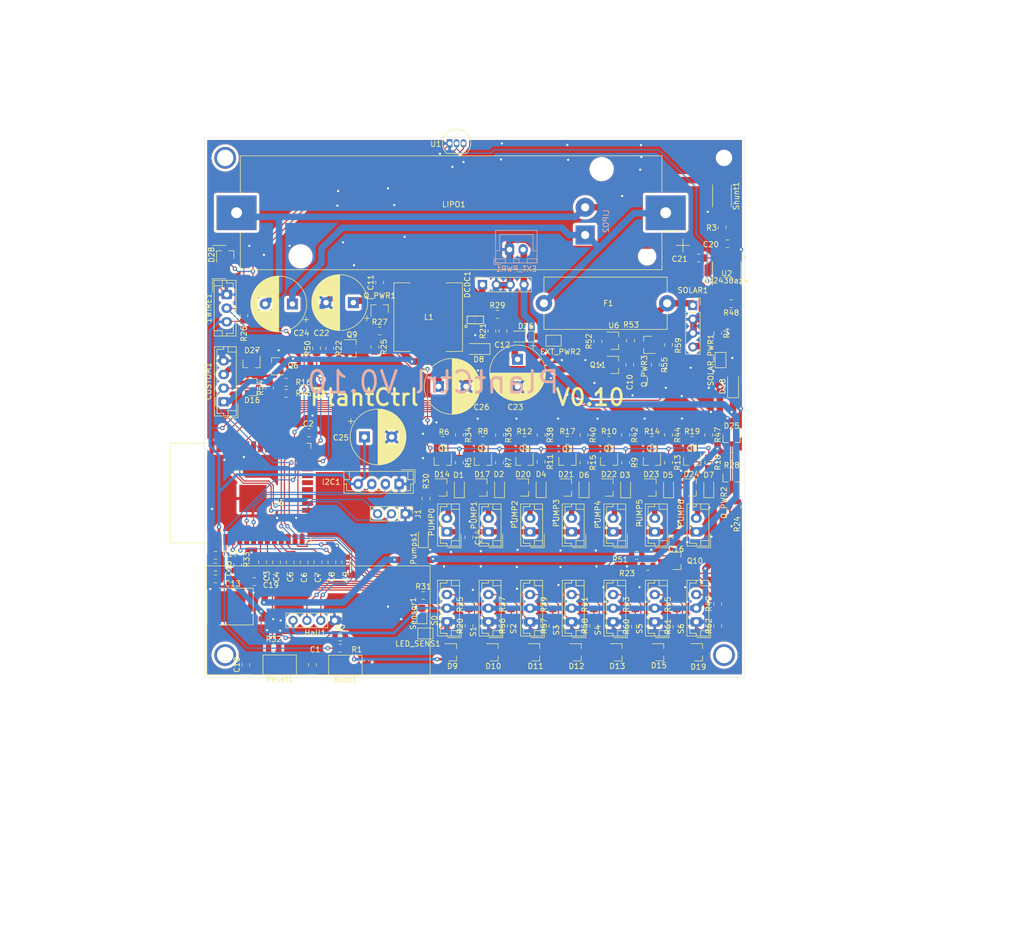
<source format=kicad_pcb>
(kicad_pcb (version 20171130) (host pcbnew "(5.1.5)-3")
  (layers (0 F.Cu signal) (31 B.Cu signal) (34 B.Paste user) (35 F.Paste user) (36 B.SilkS user) (37 F.SilkS user) (38 B.Mask user) (39 F.Mask user) (44 Edge.Cuts user))
  (net 0 "")
  (net 1 PLANT1_PUMP)
  (net 2 PLANT2_PUMP)
  (net 3 PLANT3_PUMP)
  (net 4 PLANT4_PUMP)
  (net 5 PLANT5_PUMP)
  (net 6 PLANT6_PUMP)
  (net 7 GND)
  (net 8 PLANT6_MOIST)
  (net 9 PLANT5_MOIST)
  (net 10 PLANT4_MOIST)
  (net 11 PLANT3_MOIST)
  (net 12 PLANT2_MOIST)
  (net 13 PLANT1_MOIST)
  (net 14 PLANT_CTRL_PUMP_0)
  (net 15 PUMP_PWR)
  (net 16 PWR_PUMP_CONVERTER)
  (net 17 3_3V)
  (net 18 Temp)
  (net 19 PLANT0_PUMP)
  (net 20 PWR_SENSORS)
  (net 21 PLANT0_MOIST)
  (net 22 PLANT_CTRL_PUMP_1)
  (net 23 "Net-(R37-Pad1)")
  (net 24 PLANT_CTRL_PUMP_2)
  (net 25 "Net-(R39-Pad1)")
  (net 26 PLANT_CTRL_PUMP_3)
  (net 27 "Net-(R41-Pad1)")
  (net 28 PLANT_CTRL_PUMP_4)
  (net 29 "Net-(R43-Pad1)")
  (net 30 PLANT_CTRL_PUMP_5)
  (net 31 "Net-(R45-Pad1)")
  (net 32 PLANT_CTRL_PUMP_6)
  (net 33 "Net-(R49-Pad1)")
  (net 34 PUMP_ENABLE)
  (net 35 SENSORS_ENABLE)
  (net 36 "Net-(C10-Pad2)")
  (net 37 VCC_BATT)
  (net 38 "Net-(D8-Pad2)")
  (net 39 "Net-(R21-Pad2)")
  (net 40 "Net-(D1-Pad2)")
  (net 41 "Net-(D2-Pad2)")
  (net 42 "Net-(D3-Pad2)")
  (net 43 "Net-(D4-Pad2)")
  (net 44 "Net-(D5-Pad2)")
  (net 45 "Net-(D6-Pad2)")
  (net 46 "Net-(D7-Pad2)")
  (net 47 "Net-(Pumps1-Pad2)")
  (net 48 "Net-(Q1-Pad1)")
  (net 49 "Net-(Q2-Pad1)")
  (net 50 "Net-(Q3-Pad1)")
  (net 51 "Net-(Q4-Pad1)")
  (net 52 "Net-(Q5-Pad1)")
  (net 53 "Net-(Q6-Pad1)")
  (net 54 "Net-(Q7-Pad1)")
  (net 55 "Net-(Q8-Pad1)")
  (net 56 "Net-(Q9-Pad3)")
  (net 57 "Net-(Q9-Pad1)")
  (net 58 "Net-(Q10-Pad3)")
  (net 59 "Net-(Q10-Pad1)")
  (net 60 "Net-(Q_PWR1-Pad1)")
  (net 61 "Net-(Q_PWR2-Pad1)")
  (net 62 "Net-(R31-Pad1)")
  (net 63 "Net-(C12-Pad1)")
  (net 64 "Net-(C19-Pad2)")
  (net 65 VCC)
  (net 66 "Net-(C18-Pad2)")
  (net 67 "Net-(Q_PWR3-Pad1)")
  (net 68 SOLAR_IN)
  (net 69 "Net-(C2-Pad2)")
  (net 70 "Net-(C20-Pad1)")
  (net 71 "Net-(D18-Pad2)")
  (net 72 "Net-(I2C1-Pad3)")
  (net 73 "Net-(I2C1-Pad2)")
  (net 74 "Net-(C21-Pad1)")
  (net 75 "Net-(CUSTOM1-Pad3)")
  (net 76 "Net-(LED_SENS1-Pad1)")
  (net 77 Rsense+)
  (net 78 HALL_TX)
  (net 79 ESP_RX)
  (net 80 ESP_TX)
  (net 81 "Net-(Boot1-Pad2)")
  (net 82 CUSTOM_GPIO1)
  (net 83 VCC_FUSED_ALWAYS)
  (net 84 HALL_RX)
  (net 85 "Net-(Q11-Pad3)")
  (net 86 GPIO2)
  (net 87 "Net-(R52-Pad2)")
  (net 88 "Net-(R20-Pad2)")
  (module Resistor_SMD:R_0805_2012Metric (layer F.Cu) (at 264.287 130.302 90)
    (fp_text reference R62 (at 0 -1.65 90) (layer F.SilkS))
    (fp_text value 100k)
    (pad 2 smd roundrect (at 0.9375 0 90) (size 0.975 1.4) (layers F.Cu F.Paste F.Mask) (net 33 "Net-(R49-Pad1)"))
    (pad 1 smd roundrect (at -0.9375 0 90) (size 0.975 1.4) (layers F.Cu F.Paste F.Mask) (net 7 GND))
  )
  (module Resistor_SMD:R_0805_2012Metric (layer F.Cu) (at 256.794 130.429 90)
    (fp_text reference R61 (at 0 -1.65 90) (layer F.SilkS))
    (fp_text value 100k)
    (pad 2 smd roundrect (at 0.9375 0 90) (size 0.975 1.4) (layers F.Cu F.Paste F.Mask) (net 31 "Net-(R45-Pad1)"))
    (pad 1 smd roundrect (at -0.9375 0 90) (size 0.975 1.4) (layers F.Cu F.Paste F.Mask) (net 7 GND))
  )
  (module Resistor_SMD:R_0805_2012Metric (layer F.Cu) (at 249.174 130.429 90)
    (fp_text reference R60 (at 0 -1.65 90) (layer F.SilkS))
    (fp_text value 100k)
    (pad 2 smd roundrect (at 0.9375 0 90) (size 0.975 1.4) (layers F.Cu F.Paste F.Mask) (net 29 "Net-(R43-Pad1)"))
    (pad 1 smd roundrect (at -0.9375 0 90) (size 0.975 1.4) (layers F.Cu F.Paste F.Mask) (net 7 GND))
  )
  (module Resistor_SMD:R_0805_2012Metric (layer F.Cu) (at 241.554 130.302 90)
    (fp_text reference R58 (at 0 -1.65 90) (layer F.SilkS))
    (fp_text value 100k)
    (pad 2 smd roundrect (at 0.9375 0 90) (size 0.975 1.4) (layers F.Cu F.Paste F.Mask) (net 27 "Net-(R41-Pad1)"))
    (pad 1 smd roundrect (at -0.9375 0 90) (size 0.975 1.4) (layers F.Cu F.Paste F.Mask) (net 7 GND))
  )
  (module Resistor_SMD:R_0805_2012Metric (layer F.Cu) (at 234.061 130.302 90)
    (fp_text reference R57 (at 0 -1.65 90) (layer F.SilkS))
    (fp_text value 100k)
    (pad 2 smd roundrect (at 0.9375 0 90) (size 0.975 1.4) (layers F.Cu F.Paste F.Mask) (net 25 "Net-(R39-Pad1)"))
    (pad 1 smd roundrect (at -0.9375 0 90) (size 0.975 1.4) (layers F.Cu F.Paste F.Mask) (net 7 GND))
  )
  (module Resistor_SMD:R_0805_2012Metric (layer F.Cu) (at 226.441 130.302 90)
    (fp_text reference R56 (at 0 -1.65 90) (layer F.SilkS))
    (fp_text value 100k)
    (pad 2 smd roundrect (at 0.9375 0 90) (size 0.975 1.4) (layers F.Cu F.Paste F.Mask) (net 23 "Net-(R37-Pad1)"))
    (pad 1 smd roundrect (at -0.9375 0 90) (size 0.975 1.4) (layers F.Cu F.Paste F.Mask) (net 7 GND))
  )
  (module Resistor_SMD:R_0805_2012Metric (layer F.Cu) (at 218.694 130.302 90)
    (fp_text reference R20 (at 0 -1.65 90) (layer F.SilkS))
    (fp_text value 100k)
    (pad 2 smd roundrect (at 0.9375 0 90) (size 0.975 1.4) (layers F.Cu F.Paste F.Mask) (net 88 "Net-(R20-Pad2)"))
    (pad 1 smd roundrect (at -0.9375 0 90) (size 0.975 1.4) (layers F.Cu F.Paste F.Mask) (net 7 GND))
  )
  (module Connector_JST:JST_EH_B3B-EH-A_1x03_P2.50mm_Vertical (layer F.Cu) (at 222.25 129.54 90)
    (fp_text reference S1 (at -1.778 -2.794 90) (layer F.SilkS))
    (fp_text value Conn_01x03_Male)
    (pad 3 thru_hole oval (at 5 0 90) (size 1.7 1.95) (drill 0.95) (layers *.Cu *.Mask) (net 23 "Net-(R37-Pad1)"))
    (pad 2 thru_hole oval (at 2.5 0 90) (size 1.7 1.95) (drill 0.95) (layers *.Cu *.Mask) (net 20 PWR_SENSORS))
    (pad 1 thru_hole roundrect (at 0 0 90) (size 1.7 1.95) (drill 0.95) (layers *.Cu *.Mask) (roundrect_rratio 0.147059) (net 7 GND))
  )
  (module Connector_PinHeader_2.54mm:PinHeader_1x03_P2.54mm_Vertical (layer F.Cu) (at 207.01 109.728 270)
    (fp_text reference J1 (at 0 -2.33 90) (layer F.SilkS))
    (fp_text value Conn_01x03_Female)
    (pad 3 thru_hole oval (at 0 5.08 270) (size 1.7 1.7) (drill 1) (layers *.Cu *.Mask) (net 79 ESP_RX))
    (pad 2 thru_hole oval (at 0 2.54 270) (size 1.7 1.7) (drill 1) (layers *.Cu *.Mask) (net 80 ESP_TX))
    (pad 1 thru_hole rect (at 0 0 270) (size 1.7 1.7) (drill 1) (layers *.Cu *.Mask) (net 7 GND))
  )
  (module Resistor_SMD:R_0805_2012Metric (layer F.Cu) (at 182.118 86.614 90)
    (fp_text reference R54 (at 0 -1.65 90) (layer F.SilkS))
    (fp_text value 10k)
    (pad 2 smd roundrect (at 0.9125 0 90) (size 1.025 1.4) (layers F.Cu F.Paste F.Mask) (roundrect_rratio 0.243902) (net 7 GND))
    (pad 1 smd roundrect (at -0.9125 0 90) (size 1.025 1.4) (layers F.Cu F.Paste F.Mask) (roundrect_rratio 0.243902) (net 82 CUSTOM_GPIO1))
  )
  (module Button_Switch_SMD:SW_SPST_CK_RS282G05A3 (layer F.Cu) (at 183.98 137.47 180)
    (fp_text reference Reset1 (at 0 -2.6) (layer F.SilkS))
    (fp_text value SW_Push)
    (pad 2 smd rect (at 3.9 0 180) (size 1.5 1.5) (layers F.Cu F.Paste F.Mask) (net 66 "Net-(C18-Pad2)"))
    (pad 1 smd rect (at -3.9 0 180) (size 1.5 1.5) (layers F.Cu F.Paste F.Mask) (net 7 GND))
  )
  (module Button_Switch_SMD:SW_SPST_CK_RS282G05A3 (layer F.Cu) (at 196.0245 137.5156 180)
    (fp_text reference Boot1 (at 0 -2.6) (layer F.SilkS))
    (fp_text value Boot)
    (pad 2 smd rect (at 3.9 0 180) (size 1.5 1.5) (layers F.Cu F.Paste F.Mask) (net 81 "Net-(Boot1-Pad2)"))
    (pad 1 smd rect (at -3.9 0 180) (size 1.5 1.5) (layers F.Cu F.Paste F.Mask) (net 7 GND))
  )
  (module Capacitor_THT:CP_Radial_D10.0mm_P5.00mm (layer F.Cu) (at 213.106 86.36)
    (fp_text reference C26 (at 7.874 3.81) (layer F.SilkS))
    (fp_text value 1000uF)
    (pad 2 thru_hole circle (at 5 0) (size 2 2) (drill 1) (layers *.Cu *.Mask) (net 7 GND))
    (pad 1 thru_hole rect (at 0 0) (size 2 2) (drill 1) (layers *.Cu *.Mask) (net 65 VCC))
  )
  (module Package_TO_SOT_SMD:SOT-23 (layer F.Cu) (at 173.99 62.23 90)
    (fp_text reference D28 (at 0 -2.5 90) (layer F.SilkS))
    (fp_text value BAS40-04)
    (pad 3 smd rect (at 1 0 90) (size 0.9 0.8) (layers F.Cu F.Paste F.Mask) (net 18 Temp))
    (pad 2 smd rect (at -1 0.95 90) (size 0.9 0.8) (layers F.Cu F.Paste F.Mask) (net 17 3_3V))
    (pad 1 smd rect (at -1 -0.95 90) (size 0.9 0.8) (layers F.Cu F.Paste F.Mask) (net 7 GND))
  )
  (module Jumper:SolderJumper-2_P1.3mm_Open_Pad1.0x1.5mm (layer F.Cu) (at 264.795 81.534 90)
    (fp_text reference SOLAR_PWR1 (at 0 -1.8 90) (layer F.SilkS))
    (fp_text value NC)
    (pad 1 smd rect (at -0.65 0 90) (size 1 1.5) (layers F.Cu F.Mask) (net 71 "Net-(D18-Pad2)"))
    (pad 2 smd rect (at 0.65 0 90) (size 1 1.5) (layers F.Cu F.Mask) (net 68 SOLAR_IN))
  )
  (module Connector_PinSocket_2.54mm:PinSocket_1x04_P2.54mm_Vertical (layer F.Cu) (at 259.715 71.501)
    (fp_text reference SOLAR1 (at 0 -2.77) (layer F.SilkS))
    (fp_text value Conn_01x04)
    (pad 4 thru_hole oval (at 0 7.62) (size 1.7 1.7) (drill 1) (layers *.Cu *.Mask) (net 68 SOLAR_IN))
    (pad 3 thru_hole oval (at 0 5.08) (size 1.7 1.7) (drill 1) (layers *.Cu *.Mask) (net 7 GND))
    (pad 2 thru_hole oval (at 0 2.54) (size 1.7 1.7) (drill 1) (layers *.Cu *.Mask) (net 7 GND))
    (pad 1 thru_hole rect (at 0 0) (size 1.7 1.7) (drill 1) (layers *.Cu *.Mask) (net 83 VCC_FUSED_ALWAYS))
  )
  (module Resistor_SMD:R_0805_2012Metric (layer F.Cu) (at 252.857 82.423 270)
    (fp_text reference R55 (at 0 -1.65 90) (layer F.SilkS))
    (fp_text value 1k)
    (pad 2 smd roundrect (at 0.9375 0 270) (size 0.975 1.4) (layers F.Cu F.Paste F.Mask) (net 85 "Net-(Q11-Pad3)"))
    (pad 1 smd roundrect (at -0.9375 0 270) (size 0.975 1.4) (layers F.Cu F.Paste F.Mask) (net 67 "Net-(Q_PWR3-Pad1)"))
  )
  (module Resistor_SMD:R_0805_2012Metric (layer F.Cu) (at 248.285 77.978 270)
    (fp_text reference R53 (at -2.921 -0.127 180) (layer F.SilkS))
    (fp_text value 100k)
    (pad 2 smd roundrect (at 0.9375 0 270) (size 0.975 1.4) (layers F.Cu F.Paste F.Mask) (net 36 "Net-(C10-Pad2)"))
    (pad 1 smd roundrect (at -0.9375 0 270) (size 0.975 1.4) (layers F.Cu F.Paste F.Mask) (net 83 VCC_FUSED_ALWAYS))
  )
  (module Resistor_SMD:R_0805_2012Metric (layer F.Cu) (at 242.316 78.105 90)
    (fp_text reference R52 (at 0 -1.65 90) (layer F.SilkS))
    (fp_text value 1k)
    (pad 2 smd roundrect (at 0.9375 0 90) (size 0.975 1.4) (layers F.Cu F.Paste F.Mask) (net 87 "Net-(R52-Pad2)"))
    (pad 1 smd roundrect (at -0.9375 0 90) (size 0.975 1.4) (layers F.Cu F.Paste F.Mask) (net 36 "Net-(C10-Pad2)"))
  )
  (module Resistor_SMD:R_0805_2012Metric (layer F.Cu) (at 201.422 79.121 270)
    (fp_text reference R25 (at 0 -1.65 90) (layer F.SilkS))
    (fp_text value 1k)
    (pad 2 smd roundrect (at 0.9375 0 270) (size 0.975 1.4) (layers F.Cu F.Paste F.Mask) (net 56 "Net-(Q9-Pad3)"))
    (pad 1 smd roundrect (at -0.9375 0 270) (size 0.975 1.4) (layers F.Cu F.Paste F.Mask) (net 60 "Net-(Q_PWR1-Pad1)"))
  )
  (module Resistor_SMD:R_0805_2012Metric (layer F.Cu) (at 267.843 108.458 270)
    (fp_text reference R24 (at 3.175 0 90) (layer F.SilkS))
    (fp_text value 1k)
    (pad 2 smd roundrect (at 0.9375 0 270) (size 0.975 1.4) (layers F.Cu F.Paste F.Mask) (net 58 "Net-(Q10-Pad3)"))
    (pad 1 smd roundrect (at -0.9375 0 270) (size 0.975 1.4) (layers F.Cu F.Paste F.Mask) (net 61 "Net-(Q_PWR2-Pad1)"))
  )
  (module Package_TO_SOT_SMD:SOT-23 (layer F.Cu) (at 245.364 82.423)
    (fp_text reference Q11 (at -3.048 0) (layer F.SilkS))
    (fp_text value "N-channel 30V 5A")
    (pad 3 smd rect (at 1 0) (size 0.9 0.8) (layers F.Cu F.Paste F.Mask) (net 85 "Net-(Q11-Pad3)"))
    (pad 2 smd rect (at -1 0.95) (size 0.9 0.8) (layers F.Cu F.Paste F.Mask) (net 7 GND))
    (pad 1 smd rect (at -1 -0.95) (size 0.9 0.8) (layers F.Cu F.Paste F.Mask) (net 36 "Net-(C10-Pad2)"))
  )
  (module Package_TO_SOT_SMD:SOT-23 (layer F.Cu) (at 178.816 82.169 270)
    (fp_text reference D27 (at -2.413 -0.127 180) (layer F.SilkS))
    (fp_text value BAS40-04)
    (pad 3 smd rect (at 1 0 270) (size 0.9 0.8) (layers F.Cu F.Paste F.Mask) (net 75 "Net-(CUSTOM1-Pad3)"))
    (pad 2 smd rect (at -1 0.95 270) (size 0.9 0.8) (layers F.Cu F.Paste F.Mask) (net 65 VCC))
    (pad 1 smd rect (at -1 -0.95 270) (size 0.9 0.8) (layers F.Cu F.Paste F.Mask) (net 7 GND))
  )
  (module Capacitor_THT:CP_Radial_D10.0mm_P5.00mm (layer F.Cu) (at 199.517 95.631)
    (fp_text reference C25 (at -4.318 0.127) (layer F.SilkS))
    (fp_text value 1000uF)
    (pad 2 thru_hole circle (at 5 0) (size 2 2) (drill 1) (layers *.Cu *.Mask) (net 7 GND))
    (pad 1 thru_hole rect (at 0 0) (size 2 2) (drill 1) (layers *.Cu *.Mask) (net 17 3_3V))
  )
  (module Capacitor_SMD:C_0805_2012Metric (layer F.Cu) (at 248.158 82.423 90)
    (fp_text reference C10 (at -3.175 0 90) (layer F.SilkS))
    (fp_text value 100n)
    (pad 2 smd roundrect (at 0.9375 0 90) (size 0.975 1.4) (layers F.Cu F.Paste F.Mask) (net 36 "Net-(C10-Pad2)"))
    (pad 1 smd roundrect (at -0.9375 0 90) (size 0.975 1.4) (layers F.Cu F.Paste F.Mask) (net 7 GND))
  )
  (module LED_SMD:LED_0805_2012Metric_Castellated (layer F.Cu) (at 210.058 128.016 90)
    (fp_text reference Sensor1 (at 0 -1.6 90) (layer F.SilkS))
    (fp_text value LED_green)
    (pad 2 smd roundrect (at 0.9625 0 90) (size 1.325 1.3) (layers F.Cu F.Paste F.Mask) (roundrect_rratio 0.192308) (net 62 "Net-(R31-Pad1)"))
    (pad 1 smd roundrect (at -0.9625 0 90) (size 1.325 1.3) (layers F.Cu F.Paste F.Mask) (roundrect_rratio 0.192308) (net 76 "Net-(LED_SENS1-Pad1)"))
  )
  (module Resistor_SMD:R_0805_2012Metric (layer F.Cu) (at 255.27 78.74 90)
    (fp_text reference R59 (at -0.127 1.778 90) (layer F.SilkS))
    (fp_text value 10k)
    (pad 2 smd roundrect (at 0.9375 0 90) (size 0.975 1.4) (layers F.Cu F.Paste F.Mask) (net 83 VCC_FUSED_ALWAYS))
    (pad 1 smd roundrect (at -0.9375 0 90) (size 0.975 1.4) (layers F.Cu F.Paste F.Mask) (net 67 "Net-(Q_PWR3-Pad1)"))
  )
  (module Resistor_SMD:R_0805_2012Metric (layer F.Cu) (at 249.428 117.348 180)
    (fp_text reference R51 (at 3.048 -0.762) (layer F.SilkS))
    (fp_text value 1k)
    (pad 2 smd roundrect (at 0.9375 0 180) (size 0.975 1.4) (layers F.Cu F.Paste F.Mask) (net 35 SENSORS_ENABLE))
    (pad 1 smd roundrect (at -0.9375 0 180) (size 0.975 1.4) (layers F.Cu F.Paste F.Mask) (net 59 "Net-(Q10-Pad1)"))
  )
  (module Resistor_SMD:R_0805_2012Metric (layer F.Cu) (at 190.754 79.375 270)
    (fp_text reference R50 (at 0 1.651 90) (layer F.SilkS))
    (fp_text value 1k)
    (pad 2 smd roundrect (at 0.9375 0 270) (size 0.975 1.4) (layers F.Cu F.Paste F.Mask) (net 34 PUMP_ENABLE))
    (pad 1 smd roundrect (at -0.9375 0 270) (size 0.975 1.4) (layers F.Cu F.Paste F.Mask) (net 57 "Net-(Q9-Pad1)"))
  )
  (module Resistor_SMD:R_0805_2012Metric (layer F.Cu) (at 264.287 126.238 90)
    (fp_text reference R49 (at 0 -1.65 90) (layer F.SilkS))
    (fp_text value 1k)
    (pad 2 smd roundrect (at 0.9375 0 90) (size 0.975 1.4) (layers F.Cu F.Paste F.Mask) (net 8 PLANT6_MOIST))
    (pad 1 smd roundrect (at -0.9375 0 90) (size 0.975 1.4) (layers F.Cu F.Paste F.Mask) (net 33 "Net-(R49-Pad1)"))
  )
  (module Resistor_SMD:R_0805_2012Metric (layer F.Cu) (at 266.7508 71.1962 180)
    (fp_text reference R48 (at 0 -1.65) (layer F.SilkS))
    (fp_text value 1k)
    (pad 2 smd roundrect (at 0.9375 0 180) (size 0.975 1.4) (layers F.Cu F.Paste F.Mask) (net 74 "Net-(C21-Pad1)"))
    (pad 1 smd roundrect (at -0.9375 0 180) (size 0.975 1.4) (layers F.Cu F.Paste F.Mask) (net 77 Rsense+))
  )
  (module Resistor_SMD:R_0805_2012Metric (layer F.Cu) (at 262.636 95.25 270)
    (fp_text reference R47 (at 0 -1.65 90) (layer F.SilkS))
    (fp_text value 1k)
    (pad 2 smd roundrect (at 0.9375 0 270) (size 0.975 1.4) (layers F.Cu F.Paste F.Mask) (net 55 "Net-(Q8-Pad1)"))
    (pad 1 smd roundrect (at -0.9375 0 270) (size 0.975 1.4) (layers F.Cu F.Paste F.Mask) (net 32 PLANT_CTRL_PUMP_6))
  )
  (module Resistor_SMD:R_0805_2012Metric (layer F.Cu) (at 185.166 87.63)
    (fp_text reference R46 (at 3.175 0) (layer F.SilkS))
    (fp_text value 1k)
    (pad 2 smd roundrect (at 0.9375 0) (size 0.975 1.4) (layers F.Cu F.Paste F.Mask) (net 86 GPIO2))
    (pad 1 smd roundrect (at -0.9375 0) (size 0.975 1.4) (layers F.Cu F.Paste F.Mask) (net 53 "Net-(Q6-Pad1)"))
  )
  (module Resistor_SMD:R_0805_2012Metric (layer F.Cu) (at 256.794 126.365 90)
    (fp_text reference R45 (at 0 -1.65 90) (layer F.SilkS))
    (fp_text value 1k)
    (pad 2 smd roundrect (at 0.9375 0 90) (size 0.975 1.4) (layers F.Cu F.Paste F.Mask) (net 9 PLANT5_MOIST))
    (pad 1 smd roundrect (at -0.9375 0 90) (size 0.975 1.4) (layers F.Cu F.Paste F.Mask) (net 31 "Net-(R45-Pad1)"))
  )
  (module Resistor_SMD:R_0805_2012Metric (layer F.Cu) (at 255.27 95.25 270)
    (fp_text reference R44 (at 0 -1.65 90) (layer F.SilkS))
    (fp_text value 1k)
    (pad 2 smd roundrect (at 0.9375 0 270) (size 0.975 1.4) (layers F.Cu F.Paste F.Mask) (net 52 "Net-(Q5-Pad1)"))
    (pad 1 smd roundrect (at -0.9375 0 270) (size 0.975 1.4) (layers F.Cu F.Paste F.Mask) (net 30 PLANT_CTRL_PUMP_5))
  )
  (module Resistor_SMD:R_0805_2012Metric (layer F.Cu) (at 249.174 126.365 90)
    (fp_text reference R43 (at 0 -1.65 90) (layer F.SilkS))
    (fp_text value 1k)
    (pad 2 smd roundrect (at 0.9375 0 90) (size 0.975 1.4) (layers F.Cu F.Paste F.Mask) (net 10 PLANT4_MOIST))
    (pad 1 smd roundrect (at -0.9375 0 90) (size 0.975 1.4) (layers F.Cu F.Paste F.Mask) (net 29 "Net-(R43-Pad1)"))
  )
  (module Resistor_SMD:R_0805_2012Metric (layer F.Cu) (at 247.396 95.25 270)
    (fp_text reference R42 (at 0 -1.65 90) (layer F.SilkS))
    (fp_text value 1k)
    (pad 2 smd roundrect (at 0.9375 0 270) (size 0.975 1.4) (layers F.Cu F.Paste F.Mask) (net 50 "Net-(Q3-Pad1)"))
    (pad 1 smd roundrect (at -0.9375 0 270) (size 0.975 1.4) (layers F.Cu F.Paste F.Mask) (net 28 PLANT_CTRL_PUMP_4))
  )
  (module Resistor_SMD:R_0805_2012Metric (layer F.Cu) (at 241.554 126.365 90)
    (fp_text reference R41 (at 0 -1.65 90) (layer F.SilkS))
    (fp_text value 1k)
    (pad 2 smd roundrect (at 0.9375 0 90) (size 0.975 1.4) (layers F.Cu F.Paste F.Mask) (net 11 PLANT3_MOIST))
    (pad 1 smd roundrect (at -0.9375 0 90) (size 0.975 1.4) (layers F.Cu F.Paste F.Mask) (net 27 "Net-(R41-Pad1)"))
  )
  (module Resistor_SMD:R_0805_2012Metric (layer F.Cu) (at 239.776 95.266 270)
    (fp_text reference R40 (at 0 -1.65 90) (layer F.SilkS))
    (fp_text value 1k)
    (pad 2 smd roundrect (at 0.9375 0 270) (size 0.975 1.4) (layers F.Cu F.Paste F.Mask) (net 54 "Net-(Q7-Pad1)"))
    (pad 1 smd roundrect (at -0.9375 0 270) (size 0.975 1.4) (layers F.Cu F.Paste F.Mask) (net 26 PLANT_CTRL_PUMP_3))
  )
  (module Resistor_SMD:R_0805_2012Metric (layer F.Cu) (at 234.061 126.365 90)
    (fp_text reference R39 (at 0 -1.65 90) (layer F.SilkS))
    (fp_text value 1k)
    (pad 2 smd roundrect (at 0.9375 0 90) (size 0.975 1.4) (layers F.Cu F.Paste F.Mask) (net 12 PLANT2_MOIST))
    (pad 1 smd roundrect (at -0.9375 0 90) (size 0.975 1.4) (layers F.Cu F.Paste F.Mask) (net 25 "Net-(R39-Pad1)"))
  )
  (module Resistor_SMD:R_0805_2012Metric (layer F.Cu) (at 231.902 95.266 270)
    (fp_text reference R38 (at 0 -1.65 90) (layer F.SilkS))
    (fp_text value 1k)
    (pad 2 smd roundrect (at 0.9375 0 270) (size 0.975 1.4) (layers F.Cu F.Paste F.Mask) (net 51 "Net-(Q4-Pad1)"))
    (pad 1 smd roundrect (at -0.9375 0 270) (size 0.975 1.4) (layers F.Cu F.Paste F.Mask) (net 24 PLANT_CTRL_PUMP_2))
  )
  (module Resistor_SMD:R_0805_2012Metric (layer F.Cu) (at 226.441 126.349 90)
    (fp_text reference R37 (at 0 -1.65 90) (layer F.SilkS))
    (fp_text value 1k)
    (pad 2 smd roundrect (at 0.9375 0 90) (size 0.975 1.4) (layers F.Cu F.Paste F.Mask) (net 13 PLANT1_MOIST))
    (pad 1 smd roundrect (at -0.9375 0 90) (size 0.975 1.4) (layers F.Cu F.Paste F.Mask) (net 23 "Net-(R37-Pad1)"))
  )
  (module Resistor_SMD:R_0805_2012Metric (layer F.Cu) (at 224.282 95.266 270)
    (fp_text reference R36 (at 0 -1.65 90) (layer F.SilkS))
    (fp_text value 1k)
    (pad 2 smd roundrect (at 0.9375 0 270) (size 0.975 1.4) (layers F.Cu F.Paste F.Mask) (net 49 "Net-(Q2-Pad1)"))
    (pad 1 smd roundrect (at -0.9375 0 270) (size 0.975 1.4) (layers F.Cu F.Paste F.Mask) (net 22 PLANT_CTRL_PUMP_1))
  )
  (module Resistor_SMD:R_0805_2012Metric (layer F.Cu) (at 218.694 126.349 90)
    (fp_text reference R35 (at 0 -1.65 90) (layer F.SilkS))
    (fp_text value 1k)
    (pad 2 smd roundrect (at 0.9375 0 90) (size 0.975 1.4) (layers F.Cu F.Paste F.Mask) (net 21 PLANT0_MOIST))
    (pad 1 smd roundrect (at -0.9375 0 90) (size 0.975 1.4) (layers F.Cu F.Paste F.Mask) (net 88 "Net-(R20-Pad2)"))
  )
  (module Resistor_SMD:R_0805_2012Metric (layer F.Cu) (at 216.916 95.25 270)
    (fp_text reference R34 (at 0 -1.65 90) (layer F.SilkS))
    (fp_text value 1k)
    (pad 2 smd roundrect (at 0.9375 0 270) (size 0.975 1.4) (layers F.Cu F.Paste F.Mask) (net 48 "Net-(Q1-Pad1)"))
    (pad 1 smd roundrect (at -0.9375 0 270) (size 0.975 1.4) (layers F.Cu F.Paste F.Mask) (net 14 PLANT_CTRL_PUMP_0))
  )
  (module Resistor_SMD:R_0805_2012Metric (layer F.Cu) (at 176.276 119.126 270)
    (fp_text reference R33 (at -1.016 -1.651 90) (layer F.SilkS))
    (fp_text value 10k)
    (pad 2 smd roundrect (at 0.9375 0 270) (size 0.975 1.4) (layers F.Cu F.Paste F.Mask) (net 17 3_3V))
    (pad 1 smd roundrect (at -0.9375 0 270) (size 0.975 1.4) (layers F.Cu F.Paste F.Mask) (net 64 "Net-(C19-Pad2)"))
  )
  (module Resistor_SMD:R_0805_2012Metric (layer F.Cu) (at 182.88 134.366)
    (fp_text reference R32 (at 0 -1.65) (layer F.SilkS))
    (fp_text value 1k)
    (pad 2 smd roundrect (at 0.9375 0) (size 0.975 1.4) (layers F.Cu F.Paste F.Mask) (net 66 "Net-(C18-Pad2)"))
    (pad 1 smd roundrect (at -0.9375 0) (size 0.975 1.4) (layers F.Cu F.Paste F.Mask) (net 64 "Net-(C19-Pad2)"))
  )
  (module Resistor_SMD:R_0805_2012Metric (layer F.Cu) (at 210.312 124.714)
    (fp_text reference R31 (at 0 -1.65) (layer F.SilkS))
    (fp_text value 4,7K)
    (pad 2 smd roundrect (at 0.9375 0) (size 0.975 1.4) (layers F.Cu F.Paste F.Mask) (net 20 PWR_SENSORS))
    (pad 1 smd roundrect (at -0.9375 0) (size 0.975 1.4) (layers F.Cu F.Paste F.Mask) (net 62 "Net-(R31-Pad1)"))
  )
  (module Resistor_SMD:R_0805_2012Metric (layer F.Cu) (at 210.82 106.934 270)
    (fp_text reference R30 (at -3.175 0 90) (layer F.SilkS))
    (fp_text value 270)
    (pad 2 smd roundrect (at 0.9375 0 270) (size 0.975 1.4) (layers F.Cu F.Paste F.Mask) (net 47 "Net-(Pumps1-Pad2)"))
    (pad 1 smd roundrect (at -0.9375 0 270) (size 0.975 1.4) (layers F.Cu F.Paste F.Mask) (net 16 PWR_PUMP_CONVERTER))
  )
  (module Resistor_SMD:R_0805_2012Metric (layer F.Cu) (at 223.901 73.152)
    (fp_text reference R29 (at 0 -1.65) (layer F.SilkS))
    (fp_text value 1k)
    (pad 2 smd roundrect (at 0.9375 0) (size 0.975 1.4) (layers F.Cu F.Paste F.Mask) (net 7 GND))
    (pad 1 smd roundrect (at -0.9375 0) (size 0.975 1.4) (layers F.Cu F.Paste F.Mask) (net 39 "Net-(R21-Pad2)"))
  )
  (module Resistor_SMD:R_0805_2012Metric (layer F.Cu) (at 266.827 99.187 180)
    (fp_text reference R28 (at 0 -1.65) (layer F.SilkS))
    (fp_text value 10k)
    (pad 2 smd roundrect (at 0.9375 0 180) (size 0.975 1.4) (layers F.Cu F.Paste F.Mask) (net 65 VCC))
    (pad 1 smd roundrect (at -0.9375 0 180) (size 0.975 1.4) (layers F.Cu F.Paste F.Mask) (net 61 "Net-(Q_PWR2-Pad1)"))
  )
  (module Resistor_SMD:R_0805_2012Metric (layer F.Cu) (at 202.311 76.2)
    (fp_text reference R27 (at 0 -1.65) (layer F.SilkS))
    (fp_text value 10k)
    (pad 2 smd roundrect (at 0.9375 0) (size 0.975 1.4) (layers F.Cu F.Paste F.Mask) (net 65 VCC))
    (pad 1 smd roundrect (at -0.9375 0) (size 0.975 1.4) (layers F.Cu F.Paste F.Mask) (net 60 "Net-(Q_PWR1-Pad1)"))
  )
  (module Resistor_SMD:R_0805_2012Metric (layer F.Cu) (at 177.419 73.406 270)
    (fp_text reference R26 (at 3.302 0 90) (layer F.SilkS))
    (fp_text value 2.2k)
    (pad 2 smd roundrect (at 0.9375 0 270) (size 0.975 1.4) (layers F.Cu F.Paste F.Mask) (net 17 3_3V))
    (pad 1 smd roundrect (at -0.9375 0 270) (size 0.975 1.4) (layers F.Cu F.Paste F.Mask) (net 18 Temp))
  )
  (module Resistor_SMD:R_0805_2012Metric (layer F.Cu) (at 251.46 119.38)
    (fp_text reference R23 (at -3.81 1.27) (layer F.SilkS))
    (fp_text value 10k)
    (pad 2 smd roundrect (at 0.9375 0) (size 0.975 1.4) (layers F.Cu F.Paste F.Mask) (net 7 GND))
    (pad 1 smd roundrect (at -0.9375 0) (size 0.975 1.4) (layers F.Cu F.Paste F.Mask) (net 59 "Net-(Q10-Pad1)"))
  )
  (module Resistor_SMD:R_0805_2012Metric (layer F.Cu) (at 193.167 79.375 270)
    (fp_text reference R22 (at 0 -1.65 90) (layer F.SilkS))
    (fp_text value 10k)
    (pad 2 smd roundrect (at 0.9375 0 270) (size 0.975 1.4) (layers F.Cu F.Paste F.Mask) (net 7 GND))
    (pad 1 smd roundrect (at -0.9375 0 270) (size 0.975 1.4) (layers F.Cu F.Paste F.Mask) (net 57 "Net-(Q9-Pad1)"))
  )
  (module Resistor_SMD:R_0805_2012Metric (layer F.Cu) (at 222.885 76.2 90)
    (fp_text reference R21 (at 0 -1.65 90) (layer F.SilkS))
    (fp_text value 19k-19.5K)
    (pad 2 smd roundrect (at 0.9375 0 90) (size 0.975 1.4) (layers F.Cu F.Paste F.Mask) (net 39 "Net-(R21-Pad2)"))
    (pad 1 smd roundrect (at -0.9375 0 90) (size 0.975 1.4) (layers F.Cu F.Paste F.Mask) (net 63 "Net-(C12-Pad1)"))
  )
  (module Resistor_SMD:R_0805_2012Metric (layer F.Cu) (at 259.572 96.266 180)
    (fp_text reference R19 (at -0.016 1.651) (layer F.SilkS))
    (fp_text value 10k)
    (pad 2 smd roundrect (at 0.9375 0 180) (size 0.975 1.4) (layers F.Cu F.Paste F.Mask) (net 7 GND))
    (pad 1 smd roundrect (at -0.9375 0 180) (size 0.975 1.4) (layers F.Cu F.Paste F.Mask) (net 55 "Net-(Q8-Pad1)"))
  )
  (module Resistor_SMD:R_0805_2012Metric (layer F.Cu) (at 262.636 100.314 270)
    (fp_text reference R18 (at 0 -1.65 90) (layer F.SilkS))
    (fp_text value 270)
    (pad 2 smd roundrect (at 0.9375 0 270) (size 0.975 1.4) (layers F.Cu F.Paste F.Mask) (net 46 "Net-(D7-Pad2)"))
    (pad 1 smd roundrect (at -0.9375 0 270) (size 0.975 1.4) (layers F.Cu F.Paste F.Mask) (net 16 PWR_PUMP_CONVERTER))
  )
  (module Resistor_SMD:R_0805_2012Metric (layer F.Cu) (at 236.712 96.266 180)
    (fp_text reference R17 (at -0.016 1.651) (layer F.SilkS))
    (fp_text value 10K)
    (pad 2 smd roundrect (at 0.9375 0 180) (size 0.975 1.4) (layers F.Cu F.Paste F.Mask) (net 7 GND))
    (pad 1 smd roundrect (at -0.9375 0 180) (size 0.975 1.4) (layers F.Cu F.Paste F.Mask) (net 54 "Net-(Q7-Pad1)"))
  )
  (module Resistor_SMD:R_0805_2012Metric (layer F.Cu) (at 185.166 85.598)
    (fp_text reference R16 (at 3.175 0) (layer F.SilkS))
    (fp_text value 10k)
    (pad 2 smd roundrect (at 0.9375 0) (size 0.975 1.4) (layers F.Cu F.Paste F.Mask) (net 7 GND))
    (pad 1 smd roundrect (at -0.9375 0) (size 0.975 1.4) (layers F.Cu F.Paste F.Mask) (net 53 "Net-(Q6-Pad1)"))
  )
  (module Resistor_SMD:R_0805_2012Metric (layer F.Cu) (at 239.776 100.346 270)
    (fp_text reference R15 (at 0 -1.65 90) (layer F.SilkS))
    (fp_text value 270)
    (pad 2 smd roundrect (at 0.9375 0 270) (size 0.975 1.4) (layers F.Cu F.Paste F.Mask) (net 45 "Net-(D6-Pad2)"))
    (pad 1 smd roundrect (at -0.9375 0 270) (size 0.975 1.4) (layers F.Cu F.Paste F.Mask) (net 16 PWR_PUMP_CONVERTER))
  )
  (module Resistor_SMD:R_0805_2012Metric (layer F.Cu) (at 252.222 96.266 180)
    (fp_text reference R14 (at 0 1.651) (layer F.SilkS))
    (fp_text value 10k)
    (pad 2 smd roundrect (at 0.9375 0 180) (size 0.975 1.4) (layers F.Cu F.Paste F.Mask) (net 7 GND))
    (pad 1 smd roundrect (at -0.9375 0 180) (size 0.975 1.4) (layers F.Cu F.Paste F.Mask) (net 52 "Net-(Q5-Pad1)"))
  )
  (module Resistor_SMD:R_0805_2012Metric (layer F.Cu) (at 255.27 100.33 270)
    (fp_text reference R13 (at 0 -1.65 90) (layer F.SilkS))
    (fp_text value 270)
    (pad 2 smd roundrect (at 0.9375 0 270) (size 0.975 1.4) (layers F.Cu F.Paste F.Mask) (net 44 "Net-(D5-Pad2)"))
    (pad 1 smd roundrect (at -0.9375 0 270) (size 0.975 1.4) (layers F.Cu F.Paste F.Mask) (net 16 PWR_PUMP_CONVERTER))
  )
  (module Resistor_SMD:R_0805_2012Metric (layer F.Cu) (at 228.838 96.266 180)
    (fp_text reference R12 (at 0 1.651) (layer F.SilkS))
    (fp_text value 10k)
    (pad 2 smd roundrect (at 0.9375 0 180) (size 0.975 1.4) (layers F.Cu F.Paste F.Mask) (net 7 GND))
    (pad 1 smd roundrect (at -0.9375 0 180) (size 0.975 1.4) (layers F.Cu F.Paste F.Mask) (net 51 "Net-(Q4-Pad1)"))
  )
  (module Resistor_SMD:R_0805_2012Metric (layer F.Cu) (at 231.902 100.203 270)
    (fp_text reference R11 (at 0 -1.65 90) (layer F.SilkS))
    (fp_text value 270)
    (pad 2 smd roundrect (at 0.9375 0 270) (size 0.975 1.4) (layers F.Cu F.Paste F.Mask) (net 43 "Net-(D4-Pad2)"))
    (pad 1 smd roundrect (at -0.9375 0 270) (size 0.975 1.4) (layers F.Cu F.Paste F.Mask) (net 16 PWR_PUMP_CONVERTER))
  )
  (module Resistor_SMD:R_0805_2012Metric (layer F.Cu) (at 244.348 96.266 180)
    (fp_text reference R10 (at 0 1.651) (layer F.SilkS))
    (fp_text value 10K)
    (pad 2 smd roundrect (at 0.9375 0 180) (size 0.975 1.4) (layers F.Cu F.Paste F.Mask) (net 7 GND))
    (pad 1 smd roundrect (at -0.9375 0 180) (size 0.975 1.4) (layers F.Cu F.Paste F.Mask) (net 50 "Net-(Q3-Pad1)"))
  )
  (module Resistor_SMD:R_0805_2012Metric (layer F.Cu) (at 247.396 100.33 270)
    (fp_text reference R9 (at 0 -1.65 90) (layer F.SilkS))
    (fp_text value 270)
    (pad 2 smd roundrect (at 0.9375 0 270) (size 0.975 1.4) (layers F.Cu F.Paste F.Mask) (net 42 "Net-(D3-Pad2)"))
    (pad 1 smd roundrect (at -0.9375 0 270) (size 0.975 1.4) (layers F.Cu F.Paste F.Mask) (net 16 PWR_PUMP_CONVERTER))
  )
  (module Resistor_SMD:R_0805_2012Metric (layer F.Cu) (at 221.234 96.266)
    (fp_text reference R8 (at 0 -1.65) (layer F.SilkS))
    (fp_text value 10k)
    (pad 2 smd roundrect (at 0.9375 0) (size 0.975 1.4) (layers F.Cu F.Paste F.Mask) (net 49 "Net-(Q2-Pad1)"))
    (pad 1 smd roundrect (at -0.9375 0) (size 0.975 1.4) (layers F.Cu F.Paste F.Mask) (net 7 GND))
  )
  (module Resistor_SMD:R_0805_2012Metric (layer F.Cu) (at 224.282 100.33 270)
    (fp_text reference R7 (at 0 -1.65 90) (layer F.SilkS))
    (fp_text value 270)
    (pad 2 smd roundrect (at 0.9375 0 270) (size 0.975 1.4) (layers F.Cu F.Paste F.Mask) (net 41 "Net-(D2-Pad2)"))
    (pad 1 smd roundrect (at -0.9375 0 270) (size 0.975 1.4) (layers F.Cu F.Paste F.Mask) (net 16 PWR_PUMP_CONVERTER))
  )
  (module Resistor_SMD:R_0805_2012Metric (layer F.Cu) (at 213.868 96.266 180)
    (fp_text reference R6 (at -0.254 1.524) (layer F.SilkS))
    (fp_text value 10k)
    (pad 2 smd roundrect (at 0.9375 0 180) (size 0.975 1.4) (layers F.Cu F.Paste F.Mask) (net 7 GND))
    (pad 1 smd roundrect (at -0.9375 0 180) (size 0.975 1.4) (layers F.Cu F.Paste F.Mask) (net 48 "Net-(Q1-Pad1)"))
  )
  (module Resistor_SMD:R_0805_2012Metric (layer F.Cu) (at 216.916 100.33 270)
    (fp_text reference R5 (at 0 -1.65 90) (layer F.SilkS))
    (fp_text value 270)
    (pad 2 smd roundrect (at 0.9375 0 270) (size 0.975 1.4) (layers F.Cu F.Paste F.Mask) (net 40 "Net-(D1-Pad2)"))
    (pad 1 smd roundrect (at -0.9375 0 270) (size 0.975 1.4) (layers F.Cu F.Paste F.Mask) (net 16 PWR_PUMP_CONVERTER))
  )
  (module Resistor_SMD:R_0805_2012Metric (layer F.Cu) (at 264.287 76.581 270)
    (fp_text reference R4 (at 0 -1.65 90) (layer F.SilkS))
    (fp_text value 10k)
    (pad 2 smd roundrect (at 0.9375 0 270) (size 0.975 1.4) (layers F.Cu F.Paste F.Mask) (net 68 SOLAR_IN))
    (pad 1 smd roundrect (at -0.9375 0 270) (size 0.975 1.4) (layers F.Cu F.Paste F.Mask) (net 74 "Net-(C21-Pad1)"))
  )
  (module Resistor_SMD:R_0805_2012Metric (layer F.Cu) (at 265.0744 57.2352 270)
    (fp_text reference R3 (at 0.0418 1.9304 180) (layer F.SilkS))
    (fp_text value 100k)
    (pad 2 smd roundrect (at 0.9375 0 270) (size 0.975 1.4) (layers F.Cu F.Paste F.Mask) (net 70 "Net-(C20-Pad1)"))
    (pad 1 smd roundrect (at -0.9375 0 270) (size 0.975 1.4) (layers F.Cu F.Paste F.Mask) (net 7 GND))
  )
  (module Resistor_SMD:R_0805_2012Metric (layer F.Cu) (at 195.072 132.334)
    (fp_text reference R2 (at 0 -1.65) (layer F.SilkS))
    (fp_text value 1k)
    (pad 2 smd roundrect (at 0.9375 0) (size 0.975 1.4) (layers F.Cu F.Paste F.Mask) (net 17 3_3V))
    (pad 1 smd roundrect (at -0.9375 0) (size 0.975 1.4) (layers F.Cu F.Paste F.Mask) (net 69 "Net-(C2-Pad2)"))
  )
  (module Resistor_SMD:R_0805_2012Metric (layer F.Cu) (at 195.072 134.366)
    (fp_text reference R1 (at 3.048 0.254) (layer F.SilkS))
    (fp_text value 1k)
    (pad 2 smd roundrect (at 0.9375 0) (size 0.975 1.4) (layers F.Cu F.Paste F.Mask) (net 81 "Net-(Boot1-Pad2)"))
    (pad 1 smd roundrect (at -0.9375 0) (size 0.975 1.4) (layers F.Cu F.Paste F.Mask) (net 69 "Net-(C2-Pad2)"))
  )
  (module Package_TO_SOT_SMD:SOT-23 (layer F.Cu) (at 251.46 78.74 180)
    (fp_text reference Q_PWR3 (at 0.635 -4.826 90) (layer F.SilkS))
    (fp_text value "P-channel 50v 4A")
    (pad 3 smd rect (at 1 0 180) (size 0.9 0.8) (layers F.Cu F.Paste F.Mask) (net 65 VCC))
    (pad 2 smd rect (at -1 0.95 180) (size 0.9 0.8) (layers F.Cu F.Paste F.Mask) (net 83 VCC_FUSED_ALWAYS))
    (pad 1 smd rect (at -1 -0.95 180) (size 0.9 0.8) (layers F.Cu F.Paste F.Mask) (net 67 "Net-(Q_PWR3-Pad1)"))
  )
  (module Package_TO_SOT_SMD:SOT-23 (layer F.Cu) (at 266.827 103.124 270)
    (fp_text reference Q_PWR2 (at 4.572 1.397 90) (layer F.SilkS))
    (fp_text value "P-channel 50v 4A")
    (pad 3 smd rect (at 1 0 270) (size 0.9 0.8) (layers F.Cu F.Paste F.Mask) (net 20 PWR_SENSORS))
    (pad 2 smd rect (at -1 0.95 270) (size 0.9 0.8) (layers F.Cu F.Paste F.Mask) (net 65 VCC))
    (pad 1 smd rect (at -1 -0.95 270) (size 0.9 0.8) (layers F.Cu F.Paste F.Mask) (net 61 "Net-(Q_PWR2-Pad1)"))
  )
  (module Package_TO_SOT_SMD:SOT-23 (layer F.Cu) (at 202.311 72.136 90)
    (fp_text reference Q_PWR1 (at 2.413 0 180) (layer F.SilkS))
    (fp_text value "P-channel 50v 4A")
    (pad 3 smd rect (at 1 0 90) (size 0.9 0.8) (layers F.Cu F.Paste F.Mask) (net 16 PWR_PUMP_CONVERTER))
    (pad 2 smd rect (at -1 0.95 90) (size 0.9 0.8) (layers F.Cu F.Paste F.Mask) (net 65 VCC))
    (pad 1 smd rect (at -1 -0.95 90) (size 0.9 0.8) (layers F.Cu F.Paste F.Mask) (net 60 "Net-(Q_PWR1-Pad1)"))
  )
  (module Package_TO_SOT_SMD:SOT-23 (layer F.Cu) (at 256.794 118.364)
    (fp_text reference Q10 (at 3.302 0) (layer F.SilkS))
    (fp_text value "N-channel 30V 5A")
    (pad 3 smd rect (at 1 0) (size 0.9 0.8) (layers F.Cu F.Paste F.Mask) (net 58 "Net-(Q10-Pad3)"))
    (pad 2 smd rect (at -1 0.95) (size 0.9 0.8) (layers F.Cu F.Paste F.Mask) (net 7 GND))
    (pad 1 smd rect (at -1 -0.95) (size 0.9 0.8) (layers F.Cu F.Paste F.Mask) (net 59 "Net-(Q10-Pad1)"))
  )
  (module Package_TO_SOT_SMD:SOT-23 (layer F.Cu) (at 197.231 79.375)
    (fp_text reference Q9 (at 0 -2.5) (layer F.SilkS))
    (fp_text value "N-channel 30V 5A")
    (pad 3 smd rect (at 1 0) (size 0.9 0.8) (layers F.Cu F.Paste F.Mask) (net 56 "Net-(Q9-Pad3)"))
    (pad 2 smd rect (at -1 0.95) (size 0.9 0.8) (layers F.Cu F.Paste F.Mask) (net 7 GND))
    (pad 1 smd rect (at -1 -0.95) (size 0.9 0.8) (layers F.Cu F.Paste F.Mask) (net 57 "Net-(Q9-Pad1)"))
  )
  (module Package_TO_SOT_SMD:SOT-23 (layer F.Cu) (at 259.588 100.076 270)
    (fp_text reference Q8 (at -2.286 0 180) (layer F.SilkS))
    (fp_text value "N-channel 30V 5A")
    (pad 3 smd rect (at 1 0 270) (size 0.9 0.8) (layers F.Cu F.Paste F.Mask) (net 6 PLANT6_PUMP))
    (pad 2 smd rect (at -1 0.95 270) (size 0.9 0.8) (layers F.Cu F.Paste F.Mask) (net 7 GND))
    (pad 1 smd rect (at -1 -0.95 270) (size 0.9 0.8) (layers F.Cu F.Paste F.Mask) (net 55 "Net-(Q8-Pad1)"))
  )
  (module Package_TO_SOT_SMD:SOT-23 (layer F.Cu) (at 236.728 100.076 270)
    (fp_text reference Q7 (at -2.159 0 180) (layer F.SilkS))
    (fp_text value "N-channel 30V 5A")
    (pad 3 smd rect (at 1 0 270) (size 0.9 0.8) (layers F.Cu F.Paste F.Mask) (net 3 PLANT3_PUMP))
    (pad 2 smd rect (at -1 0.95 270) (size 0.9 0.8) (layers F.Cu F.Paste F.Mask) (net 7 GND))
    (pad 1 smd rect (at -1 -0.95 270) (size 0.9 0.8) (layers F.Cu F.Paste F.Mask) (net 54 "Net-(Q7-Pad1)"))
  )
  (module Package_TO_SOT_SMD:SOT-23 (layer F.Cu) (at 183.261 82.677 180)
    (fp_text reference Q6 (at -3.175 0.127) (layer F.SilkS))
    (fp_text value "N-channel 30V 5A")
    (pad 3 smd rect (at 1 0 180) (size 0.9 0.8) (layers F.Cu F.Paste F.Mask) (net 75 "Net-(CUSTOM1-Pad3)"))
    (pad 2 smd rect (at -1 0.95 180) (size 0.9 0.8) (layers F.Cu F.Paste F.Mask) (net 7 GND))
    (pad 1 smd rect (at -1 -0.95 180) (size 0.9 0.8) (layers F.Cu F.Paste F.Mask) (net 53 "Net-(Q6-Pad1)"))
  )
  (module Package_TO_SOT_SMD:SOT-23 (layer F.Cu) (at 252.222 100.076 270)
    (fp_text reference Q5 (at -2.286 0 180) (layer F.SilkS))
    (fp_text value "N-channel 30V 5A")
    (pad 3 smd rect (at 1 0 270) (size 0.9 0.8) (layers F.Cu F.Paste F.Mask) (net 5 PLANT5_PUMP))
    (pad 2 smd rect (at -1 0.95 270) (size 0.9 0.8) (layers F.Cu F.Paste F.Mask) (net 7 GND))
    (pad 1 smd rect (at -1 -0.95 270) (size 0.9 0.8) (layers F.Cu F.Paste F.Mask) (net 52 "Net-(Q5-Pad1)"))
  )
  (module Package_TO_SOT_SMD:SOT-23 (layer F.Cu) (at 228.854 100.076 270)
    (fp_text reference Q4 (at -2.286 0 180) (layer F.SilkS))
    (fp_text value "N-channel 30V 5A")
    (pad 3 smd rect (at 1 0 270) (size 0.9 0.8) (layers F.Cu F.Paste F.Mask) (net 2 PLANT2_PUMP))
    (pad 2 smd rect (at -1 0.95 270) (size 0.9 0.8) (layers F.Cu F.Paste F.Mask) (net 7 GND))
    (pad 1 smd rect (at -1 -0.95 270) (size 0.9 0.8) (layers F.Cu F.Paste F.Mask) (net 51 "Net-(Q4-Pad1)"))
  )
  (module Package_TO_SOT_SMD:SOT-23 (layer F.Cu) (at 244.348 100.076 270)
    (fp_text reference Q3 (at -2.286 0 180) (layer F.SilkS))
    (fp_text value "N-channel 30V 5A")
    (pad 3 smd rect (at 1 0 270) (size 0.9 0.8) (layers F.Cu F.Paste F.Mask) (net 4 PLANT4_PUMP))
    (pad 2 smd rect (at -1 0.95 270) (size 0.9 0.8) (layers F.Cu F.Paste F.Mask) (net 7 GND))
    (pad 1 smd rect (at -1 -0.95 270) (size 0.9 0.8) (layers F.Cu F.Paste F.Mask) (net 50 "Net-(Q3-Pad1)"))
  )
  (module Package_TO_SOT_SMD:SOT-23 (layer F.Cu) (at 221.234 100.076 270)
    (fp_text reference Q2 (at -2.286 0 180) (layer F.SilkS))
    (fp_text value "N-channel 30V 5A")
    (pad 3 smd rect (at 1 0 270) (size 0.9 0.8) (layers F.Cu F.Paste F.Mask) (net 1 PLANT1_PUMP))
    (pad 2 smd rect (at -1 0.95 270) (size 0.9 0.8) (layers F.Cu F.Paste F.Mask) (net 7 GND))
    (pad 1 smd rect (at -1 -0.95 270) (size 0.9 0.8) (layers F.Cu F.Paste F.Mask) (net 49 "Net-(Q2-Pad1)"))
  )
  (module Package_TO_SOT_SMD:SOT-23 (layer F.Cu) (at 213.868 100.076 270)
    (fp_text reference Q1 (at -2.286 -0.127 180) (layer F.SilkS))
    (fp_text value "N-channel 30V 5A")
    (pad 3 smd rect (at 1 0 270) (size 0.9 0.8) (layers F.Cu F.Paste F.Mask) (net 19 PLANT0_PUMP))
    (pad 2 smd rect (at -1 0.95 270) (size 0.9 0.8) (layers F.Cu F.Paste F.Mask) (net 7 GND))
    (pad 1 smd rect (at -1 -0.95 270) (size 0.9 0.8) (layers F.Cu F.Paste F.Mask) (net 48 "Net-(Q1-Pad1)"))
  )
  (module LED_SMD:LED_0805_2012Metric_Castellated (layer F.Cu) (at 210.312 114.046 90)
    (fp_text reference Pumps1 (at -2.032 -1.778 270) (layer F.SilkS))
    (fp_text value LED_red)
    (pad 2 smd roundrect (at 0.9625 0 90) (size 1.325 1.3) (layers F.Cu F.Paste F.Mask) (roundrect_rratio 0.192308) (net 47 "Net-(Pumps1-Pad2)"))
    (pad 1 smd roundrect (at -0.9625 0 90) (size 1.325 1.3) (layers F.Cu F.Paste F.Mask) (roundrect_rratio 0.192308) (net 7 GND))
  )
  (module LED_SMD:LED_0805_2012Metric_Castellated (layer F.Cu) (at 262.636 104.902 90)
    (fp_text reference D7 (at 2.286 0 180) (layer F.SilkS))
    (fp_text value LED_Blue)
    (pad 2 smd roundrect (at 0.9625 0 90) (size 1.325 1.3) (layers F.Cu F.Paste F.Mask) (roundrect_rratio 0.192308) (net 46 "Net-(D7-Pad2)"))
    (pad 1 smd roundrect (at -0.9625 0 90) (size 1.325 1.3) (layers F.Cu F.Paste F.Mask) (roundrect_rratio 0.192308) (net 6 PLANT6_PUMP))
  )
  (module LED_SMD:LED_0805_2012Metric_Castellated (layer F.Cu) (at 239.776 104.8655 90)
    (fp_text reference D6 (at 2.2495 0 180) (layer F.SilkS))
    (fp_text value LED)
    (pad 2 smd roundrect (at 0.9625 0 90) (size 1.325 1.3) (layers F.Cu F.Paste F.Mask) (roundrect_rratio 0.192308) (net 45 "Net-(D6-Pad2)"))
    (pad 1 smd roundrect (at -0.9625 0 90) (size 1.325 1.3) (layers F.Cu F.Paste F.Mask) (roundrect_rratio 0.192308) (net 3 PLANT3_PUMP))
  )
  (module LED_SMD:LED_0805_2012Metric_Castellated (layer F.Cu) (at 255.27 104.902 90)
    (fp_text reference D5 (at 2.286 -0.127 180) (layer F.SilkS))
    (fp_text value LED)
    (pad 2 smd roundrect (at 0.9625 0 90) (size 1.325 1.3) (layers F.Cu F.Paste F.Mask) (roundrect_rratio 0.192308) (net 44 "Net-(D5-Pad2)"))
    (pad 1 smd roundrect (at -0.9625 0 90) (size 1.325 1.3) (layers F.Cu F.Paste F.Mask) (roundrect_rratio 0.192308) (net 5 PLANT5_PUMP))
  )
  (module LED_SMD:LED_0805_2012Metric_Castellated (layer F.Cu) (at 231.902 104.8655 90)
    (fp_text reference D4 (at 2.3765 0 180) (layer F.SilkS))
    (fp_text value LED_Blue)
    (pad 2 smd roundrect (at 0.9625 0 90) (size 1.325 1.3) (layers F.Cu F.Paste F.Mask) (roundrect_rratio 0.192308) (net 43 "Net-(D4-Pad2)"))
    (pad 1 smd roundrect (at -0.9625 0 90) (size 1.325 1.3) (layers F.Cu F.Paste F.Mask) (roundrect_rratio 0.192308) (net 2 PLANT2_PUMP))
  )
  (module LED_SMD:LED_0805_2012Metric_Castellated (layer F.Cu) (at 247.396 104.902 90)
    (fp_text reference D3 (at 2.286 -0.127 180) (layer F.SilkS))
    (fp_text value LED_Blue)
    (pad 2 smd roundrect (at 0.9625 0 90) (size 1.325 1.3) (layers F.Cu F.Paste F.Mask) (roundrect_rratio 0.192308) (net 42 "Net-(D3-Pad2)"))
    (pad 1 smd roundrect (at -0.9625 0 90) (size 1.325 1.3) (layers F.Cu F.Paste F.Mask) (roundrect_rratio 0.192308) (net 4 PLANT4_PUMP))
  )
  (module LED_SMD:LED_0805_2012Metric_Castellated (layer F.Cu) (at 224.282 104.8655 90)
    (fp_text reference D2 (at 2.3765 -0.127 180) (layer F.SilkS))
    (fp_text value LED)
    (pad 2 smd roundrect (at 0.9625 0 90) (size 1.325 1.3) (layers F.Cu F.Paste F.Mask) (roundrect_rratio 0.192308) (net 41 "Net-(D2-Pad2)"))
    (pad 1 smd roundrect (at -0.9625 0 90) (size 1.325 1.3) (layers F.Cu F.Paste F.Mask) (roundrect_rratio 0.192308) (net 1 PLANT1_PUMP))
  )
  (module LED_SMD:LED_0805_2012Metric_Castellated (layer F.Cu) (at 216.916 104.902 90)
    (fp_text reference D1 (at 2.286 -0.127 180) (layer F.SilkS))
    (fp_text value LED_Blue)
    (pad 2 smd roundrect (at 0.9625 0 90) (size 1.325 1.3) (layers F.Cu F.Paste F.Mask) (roundrect_rratio 0.192308) (net 40 "Net-(D1-Pad2)"))
    (pad 1 smd roundrect (at -0.9625 0 90) (size 1.325 1.3) (layers F.Cu F.Paste F.Mask) (roundrect_rratio 0.192308) (net 19 PLANT0_PUMP))
  )
  (module Capacitor_SMD:C_0805_2012Metric (layer F.Cu) (at 260.7908 62.8142 180)
    (fp_text reference C21 (at 3.4888 -0.1778) (layer F.SilkS))
    (fp_text value 100n)
    (pad 2 smd roundrect (at 0.9375 0 180) (size 0.975 1.4) (layers F.Cu F.Paste F.Mask) (net 7 GND))
    (pad 1 smd roundrect (at -0.9375 0 180) (size 0.975 1.4) (layers F.Cu F.Paste F.Mask) (net 74 "Net-(C21-Pad1)"))
  )
  (module Capacitor_SMD:C_0805_2012Metric (layer F.Cu) (at 266.065 60.198)
    (fp_text reference C20 (at -3.048 0.127) (layer F.SilkS))
    (fp_text value 100n)
    (pad 2 smd roundrect (at 0.9375 0) (size 0.975 1.4) (layers F.Cu F.Paste F.Mask) (net 77 Rsense+))
    (pad 1 smd roundrect (at -0.9375 0) (size 0.975 1.4) (layers F.Cu F.Paste F.Mask) (net 70 "Net-(C20-Pad1)"))
  )
  (module Capacitor_SMD:C_0805_2012Metric (layer F.Cu) (at 179.324 122.174)
    (fp_text reference C19 (at 3.048 0.635) (layer F.SilkS))
    (fp_text value 22uf)
    (pad 2 smd roundrect (at 0.9375 0) (size 0.975 1.4) (layers F.Cu F.Paste F.Mask) (net 64 "Net-(C19-Pad2)"))
    (pad 1 smd roundrect (at -0.9375 0) (size 0.975 1.4) (layers F.Cu F.Paste F.Mask) (net 7 GND))
  )
  (module Capacitor_SMD:C_0805_2012Metric (layer F.Cu) (at 177.78 137.414 90)
    (fp_text reference C18 (at 0 -1.65 90) (layer F.SilkS))
    (fp_text value 100n)
    (pad 2 smd roundrect (at 0.9375 0 90) (size 0.975 1.4) (layers F.Cu F.Paste F.Mask) (net 66 "Net-(C18-Pad2)"))
    (pad 1 smd roundrect (at -0.9375 0 90) (size 0.975 1.4) (layers F.Cu F.Paste F.Mask) (net 7 GND))
  )
  (module Capacitor_SMD:C_0805_2012Metric (layer F.Cu) (at 172.212 117.348)
    (fp_text reference C17 (at 2.667 -0.254) (layer F.SilkS))
    (fp_text value 100n)
    (pad 2 smd roundrect (at 0.9375 0) (size 0.975 1.4) (layers F.Cu F.Paste F.Mask) (net 17 3_3V))
    (pad 1 smd roundrect (at -0.9375 0) (size 0.975 1.4) (layers F.Cu F.Paste F.Mask) (net 7 GND))
  )
  (module Capacitor_SMD:C_0805_2012Metric (layer F.Cu) (at 256.794 114.046 270)
    (fp_text reference C16 (at 2.159 0.127 180) (layer F.SilkS))
    (fp_text value 22uf)
    (pad 2 smd roundrect (at 0.9375 0 270) (size 0.975 1.4) (layers F.Cu F.Paste F.Mask) (net 7 GND))
    (pad 1 smd roundrect (at -0.9375 0 270) (size 0.975 1.4) (layers F.Cu F.Paste F.Mask) (net 15 PUMP_PWR))
  )
  (module Capacitor_SMD:C_0805_2012Metric (layer F.Cu) (at 172.212 119.507 180)
    (fp_text reference C15 (at -2.413 -0.254 90) (layer F.SilkS))
    (fp_text value 22uf)
    (pad 2 smd roundrect (at 0.9375 0 180) (size 0.975 1.4) (layers F.Cu F.Paste F.Mask) (net 7 GND))
    (pad 1 smd roundrect (at -0.9375 0 180) (size 0.975 1.4) (layers F.Cu F.Paste F.Mask) (net 17 3_3V))
  )
  (module Capacitor_SMD:C_0805_2012Metric (layer F.Cu) (at 218.694 114.046 270)
    (fp_text reference C14 (at 0 -1.65 90) (layer F.SilkS))
    (fp_text value 22uf)
    (pad 2 smd roundrect (at 0.9375 0 270) (size 0.975 1.4) (layers F.Cu F.Paste F.Mask) (net 7 GND))
    (pad 1 smd roundrect (at -0.9375 0 270) (size 0.975 1.4) (layers F.Cu F.Paste F.Mask) (net 15 PUMP_PWR))
  )
  (module Capacitor_SMD:C_0805_2012Metric (layer F.Cu) (at 172.212 121.666 180)
    (fp_text reference C13 (at -3.175 -0.889) (layer F.SilkS))
    (fp_text value 22uf)
    (pad 2 smd roundrect (at 0.9375 0 180) (size 0.975 1.4) (layers F.Cu F.Paste F.Mask) (net 7 GND))
    (pad 1 smd roundrect (at -0.9375 0 180) (size 0.975 1.4) (layers F.Cu F.Paste F.Mask) (net 17 3_3V))
  )
  (module Capacitor_SMD:C_0805_2012Metric (layer F.Cu) (at 224.917 76.2 90)
    (fp_text reference C12 (at -2.54 -0.127 180) (layer F.SilkS))
    (fp_text value 22uf)
    (pad 2 smd roundrect (at 0.9375 0 90) (size 0.975 1.4) (layers F.Cu F.Paste F.Mask) (net 7 GND))
    (pad 1 smd roundrect (at -0.9375 0 90) (size 0.975 1.4) (layers F.Cu F.Paste F.Mask) (net 63 "Net-(C12-Pad1)"))
  )
  (module Capacitor_SMD:C_0805_2012Metric (layer F.Cu) (at 202.311 67.31 90)
    (fp_text reference C11 (at 0 -1.65 90) (layer F.SilkS))
    (fp_text value 22uf)
    (pad 2 smd roundrect (at 0.9375 0 90) (size 0.975 1.4) (layers F.Cu F.Paste F.Mask) (net 7 GND))
    (pad 1 smd roundrect (at -0.9375 0 90) (size 0.975 1.4) (layers F.Cu F.Paste F.Mask) (net 16 PWR_PUMP_CONVERTER))
  )
  (module Capacitor_SMD:C_0805_2012Metric (layer F.Cu) (at 196.088 118.618 90)
    (fp_text reference C9 (at -2.667 0 90) (layer F.SilkS))
    (fp_text value 100n)
    (pad 2 smd roundrect (at 0.9375 0 90) (size 0.975 1.4) (layers F.Cu F.Paste F.Mask) (net 8 PLANT6_MOIST))
    (pad 1 smd roundrect (at -0.9375 0 90) (size 0.975 1.4) (layers F.Cu F.Paste F.Mask) (net 7 GND))
  )
  (module Capacitor_SMD:C_0805_2012Metric (layer F.Cu) (at 193.548 118.618 90)
    (fp_text reference C8 (at -2.667 0 90) (layer F.SilkS))
    (fp_text value 100n)
    (pad 2 smd roundrect (at 0.9375 0 90) (size 0.975 1.4) (layers F.Cu F.Paste F.Mask) (net 9 PLANT5_MOIST))
    (pad 1 smd roundrect (at -0.9375 0 90) (size 0.975 1.4) (layers F.Cu F.Paste F.Mask) (net 7 GND))
  )
  (module Capacitor_SMD:C_0805_2012Metric (layer F.Cu) (at 191.008 118.618 90)
    (fp_text reference C7 (at -2.794 0 90) (layer F.SilkS))
    (fp_text value 100n)
    (pad 2 smd roundrect (at 0.9375 0 90) (size 0.975 1.4) (layers F.Cu F.Paste F.Mask) (net 10 PLANT4_MOIST))
    (pad 1 smd roundrect (at -0.9375 0 90) (size 0.975 1.4) (layers F.Cu F.Paste F.Mask) (net 7 GND))
  )
  (module Capacitor_SMD:C_0805_2012Metric (layer F.Cu) (at 188.468 118.618 90)
    (fp_text reference C6 (at -2.794 0 90) (layer F.SilkS))
    (fp_text value 100n)
    (pad 2 smd roundrect (at 0.9375 0 90) (size 0.975 1.4) (layers F.Cu F.Paste F.Mask) (net 11 PLANT3_MOIST))
    (pad 1 smd roundrect (at -0.9375 0 90) (size 0.975 1.4) (layers F.Cu F.Paste F.Mask) (net 7 GND))
  )
  (module Capacitor_SMD:C_0805_2012Metric (layer F.Cu) (at 185.928 118.627 90)
    (fp_text reference C5 (at -2.658 0 90) (layer F.SilkS))
    (fp_text value 100n)
    (pad 2 smd roundrect (at 0.9375 0 90) (size 0.975 1.4) (layers F.Cu F.Paste F.Mask) (net 12 PLANT2_MOIST))
    (pad 1 smd roundrect (at -0.9375 0 90) (size 0.975 1.4) (layers F.Cu F.Paste F.Mask) (net 7 GND))
  )
  (module Capacitor_SMD:C_0805_2012Metric (layer F.Cu) (at 183.388 118.618 90)
    (fp_text reference C4 (at -2.667 0 90) (layer F.SilkS))
    (fp_text value 100n)
    (pad 2 smd roundrect (at 0.9375 0 90) (size 0.975 1.4) (layers F.Cu F.Paste F.Mask) (net 13 PLANT1_MOIST))
    (pad 1 smd roundrect (at -0.9375 0 90) (size 0.975 1.4) (layers F.Cu F.Paste F.Mask) (net 7 GND))
  )
  (module Capacitor_SMD:C_0805_2012Metric (layer F.Cu) (at 180.848 118.618 90)
    (fp_text reference C3 (at -2.54 0.762 90) (layer F.SilkS))
    (fp_text value 100n)
    (pad 2 smd roundrect (at 0.9375 0 90) (size 0.975 1.4) (layers F.Cu F.Paste F.Mask) (net 21 PLANT0_MOIST))
    (pad 1 smd roundrect (at -0.9375 0 90) (size 0.975 1.4) (layers F.Cu F.Paste F.Mask) (net 7 GND))
  )
  (module Capacitor_SMD:C_0805_2012Metric (layer F.Cu) (at 189.357 94.869 180)
    (fp_text reference C2 (at 0.127 1.651) (layer F.SilkS))
    (fp_text value 22uf)
    (pad 2 smd roundrect (at 0.9375 0 180) (size 0.975 1.4) (layers F.Cu F.Paste F.Mask) (net 69 "Net-(C2-Pad2)"))
    (pad 1 smd roundrect (at -0.9375 0 180) (size 0.975 1.4) (layers F.Cu F.Paste F.Mask) (net 7 GND))
  )
  (module Capacitor_SMD:C_0805_2012Metric (layer F.Cu) (at 189.992 137.414 90)
    (fp_text reference C1 (at 2.794 0.508 180) (layer F.SilkS))
    (fp_text value 100n)
    (pad 2 smd roundrect (at 0.9375 0 90) (size 0.975 1.4) (layers F.Cu F.Paste F.Mask) (net 81 "Net-(Boot1-Pad2)"))
    (pad 1 smd roundrect (at -0.9375 0 90) (size 0.975 1.4) (layers F.Cu F.Paste F.Mask) (net 7 GND))
  )
  (module Package_TO_SOT_SMD:SOT-23 (layer F.Cu) (at 245.364 77.978)
    (fp_text reference U6 (at -0.127 -2.794) (layer F.SilkS))
    (fp_text value CN61CN33)
    (pad 3 smd rect (at 1 0) (size 0.9 0.8) (layers F.Cu F.Paste F.Mask) (net 83 VCC_FUSED_ALWAYS))
    (pad 2 smd rect (at -1 0.95) (size 0.9 0.8) (layers F.Cu F.Paste F.Mask) (net 7 GND))
    (pad 1 smd rect (at -1 -0.95) (size 0.9 0.8) (layers F.Cu F.Paste F.Mask) (net 87 "Net-(R52-Pad2)"))
  )
  (module Capacitor_THT:CP_Radial_D10.0mm_P5.00mm (layer F.Cu) (at 186.309 71.247 180)
    (fp_text reference C24 (at -1.651 -5.334) (layer F.SilkS))
    (fp_text value 1000uF)
    (pad 2 thru_hole circle (at 5 0 180) (size 2 2) (drill 1) (layers *.Cu *.Mask) (net 77 Rsense+))
    (pad 1 thru_hole rect (at 0 0 180) (size 2 2) (drill 1) (layers *.Cu *.Mask) (net 37 VCC_BATT))
  )
  (module Capacitor_THT:CP_Radial_D10.0mm_P5.00mm (layer F.Cu) (at 227.584 81.407 270)
    (fp_text reference C23 (at 8.763 0.381 180) (layer F.SilkS))
    (fp_text value 1000uF)
    (pad 2 thru_hole circle (at 5 0 270) (size 2 2) (drill 1) (layers *.Cu *.Mask) (net 7 GND))
    (pad 1 thru_hole rect (at 0 0 270) (size 2 2) (drill 1) (layers *.Cu *.Mask) (net 63 "Net-(C12-Pad1)"))
  )
  (module Capacitor_THT:CP_Radial_D10.0mm_P5.00mm (layer F.Cu) (at 197.485 70.993 180)
    (fp_text reference C22 (at 5.842 -5.588) (layer F.SilkS))
    (fp_text value 1000uF)
    (pad 2 thru_hole circle (at 5 0 180) (size 2 2) (drill 1) (layers *.Cu *.Mask) (net 7 GND))
    (pad 1 thru_hole rect (at 0 0 180) (size 2 2) (drill 1) (layers *.Cu *.Mask) (net 16 PWR_PUMP_CONVERTER))
  )
  (module Connector_Wire:SolderWirePad_1x02_P5.08mm_Drill1.5mm (layer B.Cu) (at 239.9792 58.5978 90)
    (fp_text reference LIPO2 (at 2.54 3.81 -90) (layer B.SilkS) (effects (justify mirror)))
    (fp_text value Conn_01x02_Female)
    (pad 2 thru_hole circle (at 5.08 0 90) (size 3.50012 3.50012) (drill 1.50114) (layers *.Cu *.Mask) (net 77 Rsense+))
    (pad 1 thru_hole rect (at 0 0 90) (size 3.50012 3.50012) (drill 1.50114) (layers *.Cu *.Mask) (net 37 VCC_BATT))
  )
  (module misc_footprints:BatteryHolder_Keystone_1042_1x18650 (layer F.Cu) (at 215.4066 54.5084 180)
    (fp_text reference LIPO1 (at -0.4934 1.524) (layer F.SilkS))
    (fp_text value Conn_01x02_Female)
    (pad 1 thru_hole rect (at -39.33 0 180) (size 7.34 6.35) (drill 2) (layers *.Cu *.Mask) (net 37 VCC_BATT))
    (pad 2 thru_hole rect (at 39.33 0 180) (size 7.34 6.35) (drill 2) (layers *.Cu *.Mask) (net 77 Rsense+))
    (pad "" np_thru_hole circle (at 27.6 -8 180) (size 3.45 3.45) (drill 3.45) (layers *.Cu *.Mask))
    (pad "" np_thru_hole circle (at -27.6 8 180) (size 3.45 3.45) (drill 3.45) (layers *.Cu *.Mask))
    (pad "" np_thru_hole circle (at -35.93 -8 180) (size 2.39 2.39) (drill 2.39) (layers *.Cu *.Mask))
  )
  (module Jumper:SolderJumper-2_P1.3mm_Bridged_Pad1.0x1.5mm (layer F.Cu) (at 210.693 131.6736)
    (fp_text reference LED_SENS1 (at -1.3716 1.8796) (layer F.SilkS))
    (fp_text value NC)
    (fp_poly (pts (xy -0.25 -0.3) (xy 0.25 -0.3) (xy 0.25 0.3) (xy -0.25 0.3)) (layer F.Cu) (width 0))
    (pad 2 smd rect (at 0.65 0) (size 1 1.5) (layers F.Cu F.Mask) (net 7 GND))
    (pad 1 smd rect (at -0.65 0) (size 1 1.5) (layers F.Cu F.Mask) (net 76 "Net-(LED_SENS1-Pad1)"))
  )
  (module Jumper:SolderJumper-2_P1.3mm_Open_Pad1.0x1.5mm (layer F.Cu) (at 234.188 77.978)
    (fp_text reference EXT_PWR2 (at 1.27 2.032) (layer F.SilkS))
    (fp_text value SolderJumper_2_Open)
    (pad 1 smd rect (at -0.65 0) (size 1 1.5) (layers F.Cu F.Mask) (net 15 PUMP_PWR))
    (pad 2 smd rect (at 0.65 0) (size 1 1.5) (layers F.Cu F.Mask) (net 65 VCC))
  )
  (module Connector_JST:JST_XH_B2B-XH-A_1x02_P2.50mm_Vertical (layer B.Cu) (at 226.1108 61.2648)
    (fp_text reference EXT_PWR1 (at 1.25 3.55) (layer B.SilkS) (effects (justify mirror)))
    (fp_text value Conn_01x02)
    (pad 2 thru_hole oval (at 2.5 0) (size 1.7 2) (drill 1) (layers *.Cu *.Mask) (net 15 PUMP_PWR))
    (pad 1 thru_hole roundrect (at 0 0) (size 1.7 2) (drill 1) (layers *.Cu *.Mask) (roundrect_rratio 0.147059) (net 7 GND))
  )
  (module Connector_PinSocket_2.54mm:PinSocket_1x04_P2.54mm_Vertical (layer F.Cu) (at 221.1578 67.691 90)
    (fp_text reference DCDC1 (at 0 -2.77 90) (layer F.SilkS))
    (fp_text value Conn_01x04)
    (pad 4 thru_hole oval (at 0 7.62 90) (size 1.7 1.7) (drill 1) (layers *.Cu *.Mask) (net 15 PUMP_PWR))
    (pad 3 thru_hole oval (at 0 5.08 90) (size 1.7 1.7) (drill 1) (layers *.Cu *.Mask) (net 7 GND))
    (pad 2 thru_hole oval (at 0 2.54 90) (size 1.7 1.7) (drill 1) (layers *.Cu *.Mask) (net 7 GND))
    (pad 1 thru_hole rect (at 0 0 90) (size 1.7 1.7) (drill 1) (layers *.Cu *.Mask) (net 16 PWR_PUMP_CONVERTER))
  )
  (module Connector_JST:JST_EH_B4B-EH-A_1x04_P2.50mm_Vertical (layer F.Cu) (at 173.7106 89.1794 90)
    (fp_text reference CUSTOM1 (at 3.75 -2.8 90) (layer F.SilkS))
    (fp_text value Conn_01x04)
    (pad 4 thru_hole oval (at 7.5 0 90) (size 1.7 1.95) (drill 0.95) (layers *.Cu *.Mask) (net 7 GND))
    (pad 3 thru_hole oval (at 5 0 90) (size 1.7 1.95) (drill 0.95) (layers *.Cu *.Mask) (net 75 "Net-(CUSTOM1-Pad3)"))
    (pad 2 thru_hole oval (at 2.5 0 90) (size 1.7 1.95) (drill 0.95) (layers *.Cu *.Mask) (net 82 CUSTOM_GPIO1))
    (pad 1 thru_hole roundrect (at 0 0 90) (size 1.7 1.95) (drill 0.95) (layers *.Cu *.Mask) (roundrect_rratio 0.147059) (net 65 VCC))
  )
  (module Connector_JST:JST_EH_B3B-EH-A_1x03_P2.50mm_Vertical (layer F.Cu) (at 174.2694 69.5198 270)
    (fp_text reference 1WIRE1 (at 2.4892 3.302 90) (layer F.SilkS))
    (fp_text value Conn_01x03)
    (pad 3 thru_hole oval (at 5 0 270) (size 1.7 1.95) (drill 0.95) (layers *.Cu *.Mask) (net 17 3_3V))
    (pad 2 thru_hole oval (at 2.5 0 270) (size 1.7 1.95) (drill 0.95) (layers *.Cu *.Mask) (net 18 Temp))
    (pad 1 thru_hole roundrect (at 0 0 270) (size 1.7 1.95) (drill 0.95) (layers *.Cu *.Mask) (roundrect_rratio 0.147059) (net 7 GND))
  )
  (module misc_footprints:ds2438az&plus_ (layer F.Cu) (at 265.938 65.659 270)
    (fp_text reference U2 (at 0 0 180) (layer F.SilkS))
    (fp_text value ds2438az+ (at 1.2954 0 180) (layer F.SilkS))
    (fp_text user * (at -2.97815 -3.5814 90) (layer F.SilkS))
    (fp_text user * (at -2.97815 -3.5814 90) (layer F.SilkS))
    (pad 8 smd rect (at 2.72415 -1.905 270) (size 1.4605 0.5334) (layers F.Cu F.Paste F.Mask) (net 18 Temp))
    (pad 7 smd rect (at 2.72415 -0.635 270) (size 1.4605 0.5334) (layers F.Cu F.Paste F.Mask))
    (pad 6 smd rect (at 2.72415 0.635 270) (size 1.4605 0.5334) (layers F.Cu F.Paste F.Mask))
    (pad 5 smd rect (at 2.72415 1.905 270) (size 1.4605 0.5334) (layers F.Cu F.Paste F.Mask) (net 65 VCC))
    (pad 4 smd rect (at -2.72415 1.905 270) (size 1.4605 0.5334) (layers F.Cu F.Paste F.Mask) (net 74 "Net-(C21-Pad1)"))
    (pad 3 smd rect (at -2.72415 0.635 270) (size 1.4605 0.5334) (layers F.Cu F.Paste F.Mask) (net 70 "Net-(C20-Pad1)"))
    (pad 2 smd rect (at -2.72415 -0.635 270) (size 1.4605 0.5334) (layers F.Cu F.Paste F.Mask) (net 77 Rsense+))
    (pad 1 smd rect (at -2.72415 -1.905 270) (size 1.4605 0.5334) (layers F.Cu F.Paste F.Mask) (net 7 GND))
  )
  (module Resistor_SMD:R_2512_6332Metric (layer F.Cu) (at 265.049 51.435 270)
    (fp_text reference Shunt1 (at 0 -2.62 90) (layer F.SilkS))
    (fp_text value 0.025)
    (pad 1 smd roundrect (at -2.9 0 270) (size 1.35 3.35) (layers F.Cu F.Paste F.Mask) (roundrect_rratio 0.185185) (net 77 Rsense+))
    (pad 2 smd roundrect (at 2.9 0 270) (size 1.35 3.35) (layers F.Cu F.Paste F.Mask) (roundrect_rratio 0.185185) (net 7 GND))
  )
  (module Connector_JST:JST_EH_B4B-EH-A_1x04_P2.50mm_Vertical (layer F.Cu) (at 205.867 104.267 180)
    (fp_text reference I2C1 (at 12.446 0.381) (layer F.SilkS))
    (fp_text value Conn_01x04_Female)
    (pad 4 thru_hole oval (at 7.5 0 180) (size 1.7 1.95) (drill 0.95) (layers *.Cu *.Mask) (net 17 3_3V))
    (pad 3 thru_hole oval (at 5 0 180) (size 1.7 1.95) (drill 0.95) (layers *.Cu *.Mask) (net 72 "Net-(I2C1-Pad3)"))
    (pad 2 thru_hole oval (at 2.5 0 180) (size 1.7 1.95) (drill 0.95) (layers *.Cu *.Mask) (net 73 "Net-(I2C1-Pad2)"))
    (pad 1 thru_hole roundrect (at 0 0 180) (size 1.7 1.95) (drill 0.95) (layers *.Cu *.Mask) (roundrect_rratio 0.147059) (net 7 GND))
  )
  (module Diode_SMD:D_SOD-123F (layer F.Cu) (at 267.081 86.233 90)
    (fp_text reference D18 (at -0.127 -1.905 90) (layer F.SilkS))
    (fp_text value "40V >2A")
    (pad 2 smd rect (at 1.4 0 90) (size 1.1 1.1) (layers F.Cu F.Paste F.Mask) (net 71 "Net-(D18-Pad2)"))
    (pad 1 smd rect (at -1.4 0 90) (size 1.1 1.1) (layers F.Cu F.Paste F.Mask) (net 15 PUMP_PWR))
  )
  (module misc_footprints:SOT-23-6 (layer F.Cu) (at 219.837 74.168 90)
    (fp_text reference U4 (at 0.076237 -0.079439 270) (layer F.SilkS) (effects (font (size 0.600291 0.600291) (thickness 0.015))))
    (fp_text value SX1308)
    (pad 5 smd rect (at 1.35 0 90) (size 1 0.55) (layers F.Cu F.Paste F.Mask) (net 16 PWR_PUMP_CONVERTER))
    (pad 6 smd rect (at 1.35 -0.95 90) (size 1 0.55) (layers F.Cu F.Paste F.Mask))
    (pad 4 smd rect (at 1.35 0.95 90) (size 1 0.55) (layers F.Cu F.Paste F.Mask) (net 16 PWR_PUMP_CONVERTER))
    (pad 3 smd rect (at -1.35 0.95 90) (size 1 0.55) (layers F.Cu F.Paste F.Mask) (net 39 "Net-(R21-Pad2)"))
    (pad 1 smd rect (at -1.35 -0.95 90) (size 1 0.55) (layers F.Cu F.Paste F.Mask) (net 38 "Net-(D8-Pad2)"))
    (pad 2 smd rect (at -1.35 0 90) (size 1 0.55) (layers F.Cu F.Paste F.Mask) (net 7 GND))
  )
  (module ESP32:DPAK457P991X255-3N (layer F.Cu) (at 176.784 126.746 180)
    (fp_text reference U3 (at -2.825 -4.635) (layer F.SilkS) (effects (font (thickness 0.015))))
    (fp_text value LP38690DT-3.3)
    (pad 4 smd rect (at 2.32 0 180) (size 6.49 5.63) (layers F.Cu F.Mask) (net 7 GND))
    (pad 3 smd rect (at -4.45 2.285 180) (size 2.22 0.96) (layers F.Cu F.Paste F.Mask) (net 65 VCC))
    (pad 1 smd rect (at -4.45 -2.285 180) (size 2.22 0.96) (layers F.Cu F.Paste F.Mask) (net 17 3_3V))
  )
  (module Inductor_SMD:L_12x12mm_H4.5mm (layer F.Cu) (at 211.201 73.66 270)
    (fp_text reference L1 (at 0 -0.127 180) (layer F.SilkS))
    (fp_text value "4A 5-22uH min DCR")
    (pad 2 smd rect (at 4.95 0 270) (size 2.9 5.4) (layers F.Cu F.Paste F.Mask) (net 38 "Net-(D8-Pad2)"))
    (pad 1 smd rect (at -4.95 0 270) (size 2.9 5.4) (layers F.Cu F.Paste F.Mask) (net 16 PWR_PUMP_CONVERTER))
  )
  (module ESP32:SR04M-2PinHeader_1x04_P2.54mm_Vertical (layer F.Cu) (at 194.056 129.286 270)
    (fp_text reference Hall1 (at 2.286 3.556 180) (layer F.SilkS))
    (fp_text value Conn_01x04)
    (pad 4 thru_hole oval (at 0 7.62 270) (size 1.7 1.7) (drill 1) (layers *.Cu *.Mask) (net 20 PWR_SENSORS))
    (pad 3 thru_hole oval (at 0 5.08 270) (size 1.7 1.7) (drill 1) (layers *.Cu *.Mask) (net 84 HALL_RX))
    (pad 2 thru_hole oval (at 0 2.54 270) (size 1.7 1.7) (drill 1) (layers *.Cu *.Mask) (net 78 HALL_TX))
    (pad 1 thru_hole rect (at 0 0 270) (size 1.7 1.7) (drill 1) (layers *.Cu *.Mask) (net 7 GND))
  )
  (module Diode_SMD:D_SOD-123F (layer F.Cu) (at 228.473 77.216 180)
    (fp_text reference D26 (at -0.635 1.905) (layer F.SilkS))
    (fp_text value "40V >2A")
    (pad 2 smd rect (at 1.4 0 180) (size 1.1 1.1) (layers F.Cu F.Paste F.Mask) (net 63 "Net-(C12-Pad1)"))
    (pad 1 smd rect (at -1.4 0 180) (size 1.1 1.1) (layers F.Cu F.Paste F.Mask) (net 15 PUMP_PWR))
  )
  (module Package_TO_SOT_SMD:SOT-23 (layer F.Cu) (at 266.827 95.885 270)
    (fp_text reference D25 (at -2.286 0 180) (layer F.SilkS))
    (fp_text value BAS40-04)
    (pad 3 smd rect (at 1 0 270) (size 0.9 0.8) (layers F.Cu F.Paste F.Mask) (net 20 PWR_SENSORS))
    (pad 2 smd rect (at -1 0.95 270) (size 0.9 0.8) (layers F.Cu F.Paste F.Mask) (net 65 VCC))
    (pad 1 smd rect (at -1 -0.95 270) (size 0.9 0.8) (layers F.Cu F.Paste F.Mask) (net 7 GND))
  )
  (module Package_TO_SOT_SMD:SOT-23 (layer F.Cu) (at 179.07 86.487)
    (fp_text reference D16 (at -0.127 2.413) (layer F.SilkS))
    (fp_text value BAS40-04)
    (pad 3 smd rect (at 1 0) (size 0.9 0.8) (layers F.Cu F.Paste F.Mask) (net 82 CUSTOM_GPIO1))
    (pad 2 smd rect (at -1 0.95) (size 0.9 0.8) (layers F.Cu F.Paste F.Mask) (net 17 3_3V))
    (pad 1 smd rect (at -1 -0.95) (size 0.9 0.8) (layers F.Cu F.Paste F.Mask) (net 7 GND))
  )
  (module Diode_SMD:D_SOD-123F (layer F.Cu) (at 220.345 79.502 180)
    (fp_text reference D8 (at -0.127 -1.905) (layer F.SilkS))
    (fp_text value "40V >2A")
    (pad 2 smd rect (at 1.4 0 180) (size 1.1 1.1) (layers F.Cu F.Paste F.Mask) (net 38 "Net-(D8-Pad2)"))
    (pad 1 smd rect (at -1.4 0 180) (size 1.1 1.1) (layers F.Cu F.Paste F.Mask) (net 63 "Net-(C12-Pad1)"))
  )
  (module Fuse:Fuseholder_Cylinder-5x20mm_Stelvio-Kontek_PTF78_Horizontal_Open (layer F.Cu) (at 255.016 71.12 180)
    (fp_text reference F1 (at 10.795 0) (layer F.SilkS))
    (fp_text value Fuse)
    (pad 2 thru_hole circle (at 22.6 0 180) (size 3 3) (drill 1.5) (layers *.Cu *.Mask) (net 37 VCC_BATT))
    (pad 1 thru_hole circle (at 0 0 180) (size 3 3) (drill 1.5) (layers *.Cu *.Mask) (net 83 VCC_FUSED_ALWAYS))
  )
  (module Package_TO_SOT_SMD:SOT-23 (layer F.Cu) (at 260.731 135.128)
    (fp_text reference D19 (at 0 2.667) (layer F.SilkS))
    (fp_text value BAS40-04)
    (pad 3 smd rect (at 1 0) (size 0.9 0.8) (layers F.Cu F.Paste F.Mask) (net 8 PLANT6_MOIST))
    (pad 2 smd rect (at -1 0.95) (size 0.9 0.8) (layers F.Cu F.Paste F.Mask) (net 17 3_3V))
    (pad 1 smd rect (at -1 -0.95) (size 0.9 0.8) (layers F.Cu F.Paste F.Mask) (net 7 GND))
  )
  (module Package_TO_SOT_SMD:SOT-23 (layer F.Cu) (at 253.619 135.128)
    (fp_text reference D15 (at -0.127 2.413) (layer F.SilkS))
    (fp_text value BAS40-04)
    (pad 3 smd rect (at 1 0) (size 0.9 0.8) (layers F.Cu F.Paste F.Mask) (net 9 PLANT5_MOIST))
    (pad 2 smd rect (at -1 0.95) (size 0.9 0.8) (layers F.Cu F.Paste F.Mask) (net 17 3_3V))
    (pad 1 smd rect (at -1 -0.95) (size 0.9 0.8) (layers F.Cu F.Paste F.Mask) (net 7 GND))
  )
  (module Package_TO_SOT_SMD:SOT-23 (layer F.Cu) (at 245.999 135.128)
    (fp_text reference D13 (at -0.127 2.54) (layer F.SilkS))
    (fp_text value BAS40-04)
    (pad 3 smd rect (at 1 0) (size 0.9 0.8) (layers F.Cu F.Paste F.Mask) (net 10 PLANT4_MOIST))
    (pad 2 smd rect (at -1 0.95) (size 0.9 0.8) (layers F.Cu F.Paste F.Mask) (net 17 3_3V))
    (pad 1 smd rect (at -1 -0.95) (size 0.9 0.8) (layers F.Cu F.Paste F.Mask) (net 7 GND))
  )
  (module Package_TO_SOT_SMD:SOT-23 (layer F.Cu) (at 238.506 135.128)
    (fp_text reference D12 (at -0.127 2.54) (layer F.SilkS))
    (fp_text value BAS40-04)
    (pad 3 smd rect (at 1 0) (size 0.9 0.8) (layers F.Cu F.Paste F.Mask) (net 11 PLANT3_MOIST))
    (pad 2 smd rect (at -1 0.95) (size 0.9 0.8) (layers F.Cu F.Paste F.Mask) (net 17 3_3V))
    (pad 1 smd rect (at -1 -0.95) (size 0.9 0.8) (layers F.Cu F.Paste F.Mask) (net 7 GND))
  )
  (module Package_TO_SOT_SMD:SOT-23 (layer F.Cu) (at 230.886 135.128)
    (fp_text reference D11 (at 0 2.54) (layer F.SilkS))
    (fp_text value BAS40-04)
    (pad 3 smd rect (at 1 0) (size 0.9 0.8) (layers F.Cu F.Paste F.Mask) (net 12 PLANT2_MOIST))
    (pad 2 smd rect (at -1 0.95) (size 0.9 0.8) (layers F.Cu F.Paste F.Mask) (net 17 3_3V))
    (pad 1 smd rect (at -1 -0.95) (size 0.9 0.8) (layers F.Cu F.Paste F.Mask) (net 7 GND))
  )
  (module Package_TO_SOT_SMD:SOT-23 (layer F.Cu) (at 223.266 135.128)
    (fp_text reference D10 (at -0.127 2.54) (layer F.SilkS))
    (fp_text value BAS40-04)
    (pad 3 smd rect (at 1 0) (size 0.9 0.8) (layers F.Cu F.Paste F.Mask) (net 13 PLANT1_MOIST))
    (pad 2 smd rect (at -1 0.95) (size 0.9 0.8) (layers F.Cu F.Paste F.Mask) (net 17 3_3V))
    (pad 1 smd rect (at -1 -0.95) (size 0.9 0.8) (layers F.Cu F.Paste F.Mask) (net 7 GND))
  )
  (module Package_TO_SOT_SMD:SOT-23 (layer F.Cu) (at 215.646 135.128)
    (fp_text reference D9 (at 0 2.54) (layer F.SilkS))
    (fp_text value BAS40-04)
    (pad 3 smd rect (at 1 0) (size 0.9 0.8) (layers F.Cu F.Paste F.Mask) (net 21 PLANT0_MOIST))
    (pad 2 smd rect (at -1 0.95) (size 0.9 0.8) (layers F.Cu F.Paste F.Mask) (net 17 3_3V))
    (pad 1 smd rect (at -1 -0.95) (size 0.9 0.8) (layers F.Cu F.Paste F.Mask) (net 7 GND))
  )
  (module Package_TO_SOT_THT:TO-92_Inline (layer F.Cu) (at 215.138 41.783)
    (fp_text reference U1 (at -2.54 0.127) (layer F.SilkS))
    (fp_text value DS18B20)
    (pad 1 thru_hole rect (at 0 0) (size 1.05 1.5) (drill 0.75) (layers *.Cu *.Mask) (net 7 GND))
    (pad 3 thru_hole oval (at 2.54 0) (size 1.05 1.5) (drill 0.75) (layers *.Cu *.Mask) (net 17 3_3V))
    (pad 2 thru_hole oval (at 1.27 0) (size 1.05 1.5) (drill 0.75) (layers *.Cu *.Mask) (net 18 Temp))
  )
  (module Connector_JST:JST_EH_B3B-EH-A_1x03_P2.50mm_Vertical (layer F.Cu) (at 260.35 129.54 90)
    (fp_text reference S6 (at -1.27 -2.794 90) (layer F.SilkS))
    (fp_text value Conn_01x03_Male)
    (pad 3 thru_hole oval (at 5 0 90) (size 1.7 1.95) (drill 0.95) (layers *.Cu *.Mask) (net 33 "Net-(R49-Pad1)"))
    (pad 2 thru_hole oval (at 2.5 0 90) (size 1.7 1.95) (drill 0.95) (layers *.Cu *.Mask) (net 20 PWR_SENSORS))
    (pad 1 thru_hole roundrect (at 0 0 90) (size 1.7 1.95) (drill 0.95) (layers *.Cu *.Mask) (roundrect_rratio 0.147059) (net 7 GND))
  )
  (module Connector_JST:JST_EH_B3B-EH-A_1x03_P2.50mm_Vertical (layer F.Cu) (at 252.73 129.54 90)
    (fp_text reference S5 (at -1.27 -2.794 90) (layer F.SilkS))
    (fp_text value Conn_01x03_Male)
    (pad 3 thru_hole oval (at 5 0 90) (size 1.7 1.95) (drill 0.95) (layers *.Cu *.Mask) (net 31 "Net-(R45-Pad1)"))
    (pad 2 thru_hole oval (at 2.5 0 90) (size 1.7 1.95) (drill 0.95) (layers *.Cu *.Mask) (net 20 PWR_SENSORS))
    (pad 1 thru_hole roundrect (at 0 0 90) (size 1.7 1.95) (drill 0.95) (layers *.Cu *.Mask) (roundrect_rratio 0.147059) (net 7 GND))
  )
  (module Connector_JST:JST_EH_B3B-EH-A_1x03_P2.50mm_Vertical (layer F.Cu) (at 245.11 129.54 90)
    (fp_text reference S4 (at -1.524 -2.794 90) (layer F.SilkS))
    (fp_text value Conn_01x03_Male)
    (pad 3 thru_hole oval (at 5 0 90) (size 1.7 1.95) (drill 0.95) (layers *.Cu *.Mask) (net 29 "Net-(R43-Pad1)"))
    (pad 2 thru_hole oval (at 2.5 0 90) (size 1.7 1.95) (drill 0.95) (layers *.Cu *.Mask) (net 20 PWR_SENSORS))
    (pad 1 thru_hole roundrect (at 0 0 90) (size 1.7 1.95) (drill 0.95) (layers *.Cu *.Mask) (roundrect_rratio 0.147059) (net 7 GND))
  )
  (module Connector_JST:JST_EH_B3B-EH-A_1x03_P2.50mm_Vertical (layer F.Cu) (at 237.49 129.54 90)
    (fp_text reference S3 (at -1.524 -2.8 90) (layer F.SilkS))
    (fp_text value Conn_01x03_Male)
    (pad 3 thru_hole oval (at 5 0 90) (size 1.7 1.95) (drill 0.95) (layers *.Cu *.Mask) (net 27 "Net-(R41-Pad1)"))
    (pad 2 thru_hole oval (at 2.5 0 90) (size 1.7 1.95) (drill 0.95) (layers *.Cu *.Mask) (net 20 PWR_SENSORS))
    (pad 1 thru_hole roundrect (at 0 0 90) (size 1.7 1.95) (drill 0.95) (layers *.Cu *.Mask) (roundrect_rratio 0.147059) (net 7 GND))
  )
  (module Connector_JST:JST_EH_B3B-EH-A_1x03_P2.50mm_Vertical (layer F.Cu) (at 229.87 129.54 90)
    (fp_text reference S2 (at -1.27 -3.048 90) (layer F.SilkS))
    (fp_text value Conn_01x03_Male)
    (pad 3 thru_hole oval (at 5 0 90) (size 1.7 1.95) (drill 0.95) (layers *.Cu *.Mask) (net 25 "Net-(R39-Pad1)"))
    (pad 2 thru_hole oval (at 2.5 0 90) (size 1.7 1.95) (drill 0.95) (layers *.Cu *.Mask) (net 20 PWR_SENSORS))
    (pad 1 thru_hole roundrect (at 0 0 90) (size 1.7 1.95) (drill 0.95) (layers *.Cu *.Mask) (roundrect_rratio 0.147059) (net 7 GND))
  )
  (module Connector_JST:JST_EH_B3B-EH-A_1x03_P2.50mm_Vertical (layer F.Cu) (at 214.63 129.54 90)
    (fp_text reference S0 (at 0.254 -2.286 90) (layer F.SilkS))
    (fp_text value Conn_01x03_Male)
    (pad 3 thru_hole oval (at 5 0 90) (size 1.7 1.95) (drill 0.95) (layers *.Cu *.Mask) (net 88 "Net-(R20-Pad2)"))
    (pad 2 thru_hole oval (at 2.5 0 90) (size 1.7 1.95) (drill 0.95) (layers *.Cu *.Mask) (net 20 PWR_SENSORS))
    (pad 1 thru_hole roundrect (at 0 0 90) (size 1.7 1.95) (drill 0.95) (layers *.Cu *.Mask) (roundrect_rratio 0.147059) (net 7 GND))
  )
  (module Connector_JST:JST_EH_B2B-EH-A_1x02_P2.50mm_Vertical (layer F.Cu) (at 260.35 113.03 90)
    (fp_text reference PUMP6 (at 3.429 -2.8 90) (layer F.SilkS))
    (fp_text value Conn_01x02_Female)
    (pad 2 thru_hole oval (at 2.5 0 90) (size 1.7 2) (drill 1) (layers *.Cu *.Mask) (net 6 PLANT6_PUMP))
    (pad 1 thru_hole roundrect (at 0 0 90) (size 1.7 2) (drill 1) (layers *.Cu *.Mask) (roundrect_rratio 0.147059) (net 15 PUMP_PWR))
  )
  (module Connector_JST:JST_EH_B2B-EH-A_1x02_P2.50mm_Vertical (layer F.Cu) (at 252.73 113.03 90)
    (fp_text reference PUMP5 (at 3.429 -2.794 90) (layer F.SilkS))
    (fp_text value Conn_01x02_Female)
    (pad 2 thru_hole oval (at 2.5 0 90) (size 1.7 2) (drill 1) (layers *.Cu *.Mask) (net 5 PLANT5_PUMP))
    (pad 1 thru_hole roundrect (at 0 0 90) (size 1.7 2) (drill 1) (layers *.Cu *.Mask) (roundrect_rratio 0.147059) (net 15 PUMP_PWR))
  )
  (module Connector_JST:JST_EH_B2B-EH-A_1x02_P2.50mm_Vertical (layer F.Cu) (at 245.11 113.03 90)
    (fp_text reference PUMP4 (at 3.175 -2.8 90) (layer F.SilkS))
    (fp_text value Conn_01x02_Female)
    (pad 2 thru_hole oval (at 2.5 0 90) (size 1.7 2) (drill 1) (layers *.Cu *.Mask) (net 4 PLANT4_PUMP))
    (pad 1 thru_hole roundrect (at 0 0 90) (size 1.7 2) (drill 1) (layers *.Cu *.Mask) (roundrect_rratio 0.147059) (net 15 PUMP_PWR))
  )
  (module Connector_JST:JST_EH_B2B-EH-A_1x02_P2.50mm_Vertical (layer F.Cu) (at 237.49 113.03 90)
    (fp_text reference PUMP3 (at 3.429 -2.8 90) (layer F.SilkS))
    (fp_text value Conn_01x02_Female)
    (pad 2 thru_hole oval (at 2.5 0 90) (size 1.7 2) (drill 1) (layers *.Cu *.Mask) (net 3 PLANT3_PUMP))
    (pad 1 thru_hole roundrect (at 0 0 90) (size 1.7 2) (drill 1) (layers *.Cu *.Mask) (roundrect_rratio 0.147059) (net 15 PUMP_PWR))
  )
  (module Connector_JST:JST_EH_B2B-EH-A_1x02_P2.50mm_Vertical (layer F.Cu) (at 229.87 113.03 90)
    (fp_text reference PUMP2 (at 3.175 -2.8 90) (layer F.SilkS))
    (fp_text value Conn_01x02_Female)
    (pad 2 thru_hole oval (at 2.5 0 90) (size 1.7 2) (drill 1) (layers *.Cu *.Mask) (net 2 PLANT2_PUMP))
    (pad 1 thru_hole roundrect (at 0 0 90) (size 1.7 2) (drill 1) (layers *.Cu *.Mask) (roundrect_rratio 0.147059) (net 15 PUMP_PWR))
  )
  (module Connector_JST:JST_EH_B2B-EH-A_1x02_P2.50mm_Vertical (layer F.Cu) (at 222.25 113.03 90)
    (fp_text reference PUMP1 (at 3.048 -2.667 90) (layer F.SilkS))
    (fp_text value Conn_01x02_Female)
    (pad 2 thru_hole oval (at 2.5 0 90) (size 1.7 2) (drill 1) (layers *.Cu *.Mask) (net 1 PLANT1_PUMP))
    (pad 1 thru_hole roundrect (at 0 0 90) (size 1.7 2) (drill 1) (layers *.Cu *.Mask) (roundrect_rratio 0.147059) (net 15 PUMP_PWR))
  )
  (module Connector_JST:JST_EH_B2B-EH-A_1x02_P2.50mm_Vertical (layer F.Cu) (at 214.63 113.03 90)
    (fp_text reference PUMP0 (at 1.778 -2.794 270) (layer F.SilkS))
    (fp_text value Conn_01x02_Female)
    (pad 2 thru_hole oval (at 2.5 0 90) (size 1.7 2) (drill 1) (layers *.Cu *.Mask) (net 19 PLANT0_PUMP))
    (pad 1 thru_hole roundrect (at 0 0 90) (size 1.7 2) (drill 1) (layers *.Cu *.Mask) (roundrect_rratio 0.147059) (net 15 PUMP_PWR))
  )
  (module Package_TO_SOT_SMD:SOT-23 (layer F.Cu) (at 213.868 104.902)
    (fp_text reference D14 (at -0.127 -2.413) (layer F.SilkS))
    (fp_text value BAS40-04)
    (pad 3 smd rect (at 1 0) (size 0.9 0.8) (layers F.Cu F.Paste F.Mask) (net 19 PLANT0_PUMP))
    (pad 2 smd rect (at -1 0.95) (size 0.9 0.8) (layers F.Cu F.Paste F.Mask) (net 15 PUMP_PWR))
    (pad 1 smd rect (at -1 -0.95) (size 0.9 0.8) (layers F.Cu F.Paste F.Mask) (net 7 GND))
  )
  (module Package_TO_SOT_SMD:SOT-23 (layer F.Cu) (at 221.234 104.902)
    (fp_text reference D17 (at -0.127 -2.413 180) (layer F.SilkS))
    (fp_text value BAS40-04)
    (pad 1 smd rect (at -1 -0.95) (size 0.9 0.8) (layers F.Cu F.Paste F.Mask) (net 7 GND))
    (pad 2 smd rect (at -1 0.95) (size 0.9 0.8) (layers F.Cu F.Paste F.Mask) (net 15 PUMP_PWR))
    (pad 3 smd rect (at 1 0) (size 0.9 0.8) (layers F.Cu F.Paste F.Mask) (net 1 PLANT1_PUMP))
  )
  (module Package_TO_SOT_SMD:SOT-23 (layer F.Cu) (at 228.854 104.902)
    (fp_text reference D20 (at -0.254 -2.413) (layer F.SilkS))
    (fp_text value BAS40-04)
    (pad 3 smd rect (at 1 0) (size 0.9 0.8) (layers F.Cu F.Paste F.Mask) (net 2 PLANT2_PUMP))
    (pad 2 smd rect (at -1 0.95) (size 0.9 0.8) (layers F.Cu F.Paste F.Mask) (net 15 PUMP_PWR))
    (pad 1 smd rect (at -1 -0.95) (size 0.9 0.8) (layers F.Cu F.Paste F.Mask) (net 7 GND))
  )
  (module Package_TO_SOT_SMD:SOT-23 (layer F.Cu) (at 236.728 104.902)
    (fp_text reference D21 (at -0.254 -2.413) (layer F.SilkS))
    (fp_text value BAS40-04)
    (pad 3 smd rect (at 1 0) (size 0.9 0.8) (layers F.Cu F.Paste F.Mask) (net 3 PLANT3_PUMP))
    (pad 2 smd rect (at -1 0.95) (size 0.9 0.8) (layers F.Cu F.Paste F.Mask) (net 15 PUMP_PWR))
    (pad 1 smd rect (at -1 -0.95) (size 0.9 0.8) (layers F.Cu F.Paste F.Mask) (net 7 GND))
  )
  (module Package_TO_SOT_SMD:SOT-23 (layer F.Cu) (at 244.348 104.902)
    (fp_text reference D22 (at 0 -2.413) (layer F.SilkS))
    (fp_text value BAS40-04)
    (pad 1 smd rect (at -1 -0.95) (size 0.9 0.8) (layers F.Cu F.Paste F.Mask) (net 7 GND))
    (pad 2 smd rect (at -1 0.95) (size 0.9 0.8) (layers F.Cu F.Paste F.Mask) (net 15 PUMP_PWR))
    (pad 3 smd rect (at 1 0) (size 0.9 0.8) (layers F.Cu F.Paste F.Mask) (net 4 PLANT4_PUMP))
  )
  (module Package_TO_SOT_SMD:SOT-23 (layer F.Cu) (at 252.222 104.902)
    (fp_text reference D23 (at -0.127 -2.413) (layer F.SilkS))
    (fp_text value BAS40-04)
    (pad 1 smd rect (at -1 -0.95) (size 0.9 0.8) (layers F.Cu F.Paste F.Mask) (net 7 GND))
    (pad 2 smd rect (at -1 0.95) (size 0.9 0.8) (layers F.Cu F.Paste F.Mask) (net 15 PUMP_PWR))
    (pad 3 smd rect (at 1 0) (size 0.9 0.8) (layers F.Cu F.Paste F.Mask) (net 5 PLANT5_PUMP))
  )
  (module Package_TO_SOT_SMD:SOT-23 (layer F.Cu) (at 259.588 104.902)
    (fp_text reference D24 (at -0.127 -2.413) (layer F.SilkS))
    (fp_text value BAS40-04)
    (pad 1 smd rect (at -1 -0.95) (size 0.9 0.8) (layers F.Cu F.Paste F.Mask) (net 7 GND))
    (pad 2 smd rect (at -1 0.95) (size 0.9 0.8) (layers F.Cu F.Paste F.Mask) (net 15 PUMP_PWR))
    (pad 3 smd rect (at 1 0) (size 0.9 0.8) (layers F.Cu F.Paste F.Mask) (net 6 PLANT6_PUMP))
  )
  (module RF_Module:ESP32-WROOM-32 (layer F.Cu) (at 179.832 105.918 90)
    (fp_text reference U5 (at -1.778 4.064) (layer F.SilkS))
    (fp_text value ESP32-WROOM-32D)
    (pad 39 smd rect (at -1 -0.755 90) (size 5 5) (layers F.Cu F.Paste F.Mask) (net 7 GND))
    (pad 1 smd rect (at -8.5 -8.255 90) (size 2 0.9) (layers F.Cu F.Paste F.Mask) (net 7 GND))
    (pad 2 smd rect (at -8.5 -6.985 90) (size 2 0.9) (layers F.Cu F.Paste F.Mask) (net 17 3_3V))
    (pad 3 smd rect (at -8.5 -5.715 90) (size 2 0.9) (layers F.Cu F.Paste F.Mask) (net 64 "Net-(C19-Pad2)"))
    (pad 4 smd rect (at -8.5 -4.445 90) (size 2 0.9) (layers F.Cu F.Paste F.Mask) (net 8 PLANT6_MOIST))
    (pad 5 smd rect (at -8.5 -3.175 90) (size 2 0.9) (layers F.Cu F.Paste F.Mask) (net 9 PLANT5_MOIST))
    (pad 6 smd rect (at -8.5 -1.905 90) (size 2 0.9) (layers F.Cu F.Paste F.Mask) (net 72 "Net-(I2C1-Pad3)"))
    (pad 7 smd rect (at -8.5 -0.635 90) (size 2 0.9) (layers F.Cu F.Paste F.Mask) (net 73 "Net-(I2C1-Pad2)"))
    (pad 8 smd rect (at -8.5 0.635 90) (size 2 0.9) (layers F.Cu F.Paste F.Mask) (net 21 PLANT0_MOIST))
    (pad 9 smd rect (at -8.5 1.905 90) (size 2 0.9) (layers F.Cu F.Paste F.Mask) (net 13 PLANT1_MOIST))
    (pad 10 smd rect (at -8.5 3.175 90) (size 2 0.9) (layers F.Cu F.Paste F.Mask) (net 12 PLANT2_MOIST))
    (pad 11 smd rect (at -8.5 4.445 90) (size 2 0.9) (layers F.Cu F.Paste F.Mask) (net 11 PLANT3_MOIST))
    (pad 12 smd rect (at -8.5 5.715 90) (size 2 0.9) (layers F.Cu F.Paste F.Mask) (net 10 PLANT4_MOIST))
    (pad 13 smd rect (at -8.5 6.985 90) (size 2 0.9) (layers F.Cu F.Paste F.Mask) (net 35 SENSORS_ENABLE))
    (pad 14 smd rect (at -8.5 8.255 90) (size 2 0.9) (layers F.Cu F.Paste F.Mask) (net 82 CUSTOM_GPIO1))
    (pad 15 smd rect (at -5.715 9.255 180) (size 2 0.9) (layers F.Cu F.Paste F.Mask) (net 7 GND))
    (pad 16 smd rect (at -4.445 9.255 180) (size 2 0.9) (layers F.Cu F.Paste F.Mask) (net 34 PUMP_ENABLE))
    (pad 17 smd rect (at -3.175 9.255 180) (size 2 0.9) (layers F.Cu F.Paste F.Mask))
    (pad 18 smd rect (at -1.905 9.255 180) (size 2 0.9) (layers F.Cu F.Paste F.Mask))
    (pad 19 smd rect (at -0.635 9.255 180) (size 2 0.9) (layers F.Cu F.Paste F.Mask))
    (pad 20 smd rect (at 0.635 9.255 180) (size 2 0.9) (layers F.Cu F.Paste F.Mask))
    (pad 21 smd rect (at 1.905 9.255 180) (size 2 0.9) (layers F.Cu F.Paste F.Mask))
    (pad 22 smd rect (at 3.175 9.255 180) (size 2 0.9) (layers F.Cu F.Paste F.Mask))
    (pad 23 smd rect (at 4.445 9.255 180) (size 2 0.9) (layers F.Cu F.Paste F.Mask) (net 14 PLANT_CTRL_PUMP_0))
    (pad 24 smd rect (at 5.715 9.255 180) (size 2 0.9) (layers F.Cu F.Paste F.Mask) (net 86 GPIO2))
    (pad 25 smd rect (at 8.5 8.255 90) (size 2 0.9) (layers F.Cu F.Paste F.Mask) (net 69 "Net-(C2-Pad2)"))
    (pad 26 smd rect (at 8.5 6.985 90) (size 2 0.9) (layers F.Cu F.Paste F.Mask) (net 18 Temp))
    (pad 27 smd rect (at 8.5 5.715 90) (size 2 0.9) (layers F.Cu F.Paste F.Mask) (net 78 HALL_TX))
    (pad 28 smd rect (at 8.5 4.445 90) (size 2 0.9) (layers F.Cu F.Paste F.Mask) (net 84 HALL_RX))
    (pad 29 smd rect (at 8.5 3.175 90) (size 2 0.9) (layers F.Cu F.Paste F.Mask) (net 22 PLANT_CTRL_PUMP_1))
    (pad 30 smd rect (at 8.5 1.905 90) (size 2 0.9) (layers F.Cu F.Paste F.Mask) (net 24 PLANT_CTRL_PUMP_2))
    (pad 31 smd rect (at 8.5 0.635 90) (size 2 0.9) (layers F.Cu F.Paste F.Mask) (net 26 PLANT_CTRL_PUMP_3))
    (pad 32 smd rect (at 8.5 -0.635 90) (size 2 0.9) (layers F.Cu F.Paste F.Mask))
    (pad 33 smd rect (at 8.5 -1.905 90) (size 2 0.9) (layers F.Cu F.Paste F.Mask) (net 28 PLANT_CTRL_PUMP_4))
    (pad 34 smd rect (at 8.5 -3.175 90) (size 2 0.9) (layers F.Cu F.Paste F.Mask) (net 79 ESP_RX))
    (pad 35 smd rect (at 8.5 -4.445 90) (size 2 0.9) (layers F.Cu F.Paste F.Mask) (net 80 ESP_TX))
    (pad 36 smd rect (at 8.5 -5.715 90) (size 2 0.9) (layers F.Cu F.Paste F.Mask) (net 30 PLANT_CTRL_PUMP_5))
    (pad 37 smd rect (at 8.5 -6.985 90) (size 2 0.9) (layers F.Cu F.Paste F.Mask) (net 32 PLANT_CTRL_PUMP_6))
    (pad 38 smd rect (at 8.5 -8.255 90) (size 2 0.9) (layers F.Cu F.Paste F.Mask) (net 7 GND))
  )
  (gr_text "PlantCtrl V0.10" (at 212.09 85.598) (layer B.SilkS) (effects (font (size 4 4) (thickness 0.5)) (justify mirror)))
  (gr_text "PlantCtrl           V0.10\n" (at 218.38 88.37) (layer F.SilkS) (effects (font (size 3 3) (thickness 0.5))))
  (gr_line (start 170.18 40.64) (end 269.24 40.64) (layer Edge.Cuts) (width 0.05))
  (gr_line (start 170.18 43.18) (end 170.18 40.64) (layer Edge.Cuts) (width 0.05))
  (gr_line (start 170.18 139.7) (end 170.18 43.18) (layer Edge.Cuts) (width 0.05))
  (gr_line (start 269.24 139.7) (end 269.24 40.64) (layer Edge.Cuts) (width 0.05))
  (gr_line (start 170.18 139.7) (end 269.24 139.7) (layer Edge.Cuts) (width 0.05))
  (via (at 173.99 135.636) (size 4) (drill 3) (layers F.Cu B.Cu) (net 0))
  (via (at 265.43 135.636) (size 4) (drill 3) (layers F.Cu B.Cu) (net 0))
  (via (at 173.99 44.45) (size 4) (drill 3) (layers F.Cu B.Cu) (net 0))
  (segment (start 223.685 106.353) (end 222.234 104.902) (width 0.2) (layer F.Cu) (net 1))
  (segment (start 224.282 106.353) (end 223.685 106.353) (width 0.2) (layer F.Cu) (net 1))
  (segment (start 222.25 104.918) (end 222.234 104.902) (width 1) (layer F.Cu) (net 1))
  (segment (start 222.25 110.53) (end 222.25 104.918) (width 1) (layer F.Cu) (net 1))
  (segment (start 222.234 102.576) (end 221.234 101.576) (width 1) (layer F.Cu) (net 1))
  (segment (start 222.234 104.902) (end 222.234 102.576) (width 1) (layer F.Cu) (net 1))
  (segment (start 229.87 104.918) (end 229.854 104.902) (width 1) (layer F.Cu) (net 2))
  (segment (start 229.87 110.53) (end 229.87 104.918) (width 1) (layer F.Cu) (net 2))
  (segment (start 229.854 102.576) (end 229.854 104.902) (width 1) (layer F.Cu) (net 2))
  (segment (start 228.854 101.576) (end 229.854 102.576) (width 1) (layer F.Cu) (net 2))
  (segment (start 231.305 106.353) (end 229.854 104.902) (width 0.2) (layer F.Cu) (net 2))
  (segment (start 231.902 106.353) (end 231.305 106.353) (width 0.2) (layer F.Cu) (net 2))
  (segment (start 239.179 106.353) (end 237.728 104.902) (width 0.2) (layer F.Cu) (net 3))
  (segment (start 239.776 106.353) (end 239.179 106.353) (width 0.2) (layer F.Cu) (net 3))
  (segment (start 237.49 102.338) (end 237.49 110.53) (width 1) (layer F.Cu) (net 3))
  (segment (start 236.728 101.576) (end 237.49 102.338) (width 1) (layer F.Cu) (net 3))
  (segment (start 246.8355 106.3895) (end 245.348 104.902) (width 0.2) (layer F.Cu) (net 4))
  (segment (start 247.396 106.3895) (end 246.8355 106.3895) (width 0.2) (layer F.Cu) (net 4))
  (segment (start 245.348 102.576) (end 245.348 104.902) (width 1) (layer F.Cu) (net 4))
  (segment (start 244.348 101.576) (end 245.348 102.576) (width 1) (layer F.Cu) (net 4))
  (segment (start 245.348 110.292) (end 245.11 110.53) (width 1) (layer F.Cu) (net 4))
  (segment (start 245.348 104.902) (end 245.348 110.292) (width 1) (layer F.Cu) (net 4))
  (segment (start 252.73 105.394) (end 253.222 104.902) (width 1) (layer F.Cu) (net 5))
  (segment (start 252.73 110.53) (end 252.73 105.394) (width 1) (layer F.Cu) (net 5))
  (segment (start 253.222 102.576) (end 253.222 104.902) (width 1) (layer F.Cu) (net 5))
  (segment (start 252.222 101.576) (end 253.222 102.576) (width 1) (layer F.Cu) (net 5))
  (segment (start 253.7825 104.902) (end 255.27 106.3895) (width 0.2) (layer F.Cu) (net 5))
  (segment (start 253.222 104.902) (end 253.7825 104.902) (width 0.2) (layer F.Cu) (net 5))
  (segment (start 261.1485 104.902) (end 262.636 106.3895) (width 0.2) (layer F.Cu) (net 6))
  (segment (start 260.588 104.902) (end 261.1485 104.902) (width 0.2) (layer F.Cu) (net 6))
  (segment (start 260.588 102.576) (end 260.588 104.902) (width 1) (layer F.Cu) (net 6))
  (segment (start 259.588 101.576) (end 260.588 102.576) (width 1) (layer F.Cu) (net 6))
  (segment (start 260.588 110.292) (end 260.35 110.53) (width 1) (layer F.Cu) (net 6))
  (segment (start 260.588 104.902) (end 260.588 110.292) (width 1) (layer F.Cu) (net 6))
  (via (at 265.43 44.45) (size 4) (drill 3) (layers F.Cu B.Cu) (net 7))
  (segment (start 260.255 129.635) (end 260.35 129.54) (width 0.2) (layer F.Cu) (net 7))
  (segment (start 212.918 103.902) (end 212.868 103.952) (width 0.2) (layer F.Cu) (net 7))
  (segment (start 212.918 98.576) (end 212.918 103.902) (width 0.2) (layer F.Cu) (net 7))
  (segment (start 220.284 103.902) (end 220.234 103.952) (width 0.2) (layer F.Cu) (net 7))
  (segment (start 220.284 98.576) (end 220.284 103.902) (width 0.2) (layer F.Cu) (net 7))
  (segment (start 227.904 103.902) (end 227.854 103.952) (width 0.2) (layer F.Cu) (net 7))
  (segment (start 227.904 98.576) (end 227.904 103.902) (width 0.2) (layer F.Cu) (net 7))
  (segment (start 235.778 103.902) (end 235.728 103.952) (width 0.2) (layer F.Cu) (net 7))
  (segment (start 235.778 98.576) (end 235.778 103.902) (width 0.2) (layer F.Cu) (net 7))
  (segment (start 243.398 103.902) (end 243.348 103.952) (width 0.2) (layer F.Cu) (net 7))
  (segment (start 243.398 98.576) (end 243.398 103.902) (width 0.2) (layer F.Cu) (net 7))
  (segment (start 220.284 98.576) (end 220.284 92.268) (width 1) (layer F.Cu) (net 7))
  (via (at 220.284 92.268) (size 0.8) (drill 0.4) (layers F.Cu B.Cu) (net 7))
  (segment (start 220.218 92.202) (end 220.284 92.268) (width 1) (layer B.Cu) (net 7))
  (segment (start 258.588 98.626) (end 258.638 98.576) (width 0.2) (layer F.Cu) (net 7))
  (segment (start 258.588 103.952) (end 258.588 98.626) (width 0.2) (layer F.Cu) (net 7))
  (segment (start 227.904 96.332) (end 227.838 96.266) (width 1) (layer F.Cu) (net 7))
  (segment (start 227.904 98.576) (end 227.904 96.332) (width 1) (layer F.Cu) (net 7))
  (via (at 257.744 92.268) (size 0.8) (drill 0.4) (layers F.Cu B.Cu) (net 7))
  (segment (start 257.744 92.268) (end 258.572 93.096) (width 1) (layer F.Cu) (net 7))
  (segment (start 258.572 93.096) (end 258.572 96.266) (width 1) (layer F.Cu) (net 7))
  (segment (start 258.572 98.51) (end 258.638 98.576) (width 1) (layer F.Cu) (net 7))
  (segment (start 258.572 96.266) (end 258.572 98.51) (width 1) (layer F.Cu) (net 7))
  (segment (start 251.272 96.316) (end 251.222 96.266) (width 1) (layer F.Cu) (net 7))
  (segment (start 251.272 98.576) (end 251.272 96.316) (width 1) (layer F.Cu) (net 7))
  (segment (start 251.222 92.604) (end 250.886 92.268) (width 1) (layer F.Cu) (net 7))
  (via (at 250.886 92.268) (size 0.8) (drill 0.4) (layers F.Cu B.Cu) (net 7))
  (segment (start 251.222 96.266) (end 251.222 92.604) (width 1) (layer F.Cu) (net 7))
  (segment (start 243.398 96.316) (end 243.348 96.266) (width 1) (layer F.Cu) (net 7))
  (segment (start 243.398 98.576) (end 243.398 96.316) (width 1) (layer F.Cu) (net 7))
  (via (at 242.25 92.268) (size 0.8) (drill 0.4) (layers F.Cu B.Cu) (net 7))
  (segment (start 243.348 96.266) (end 243.348 93.366) (width 1) (layer F.Cu) (net 7))
  (segment (start 242.25 92.268) (end 250.886 92.268) (width 1) (layer B.Cu) (net 7))
  (segment (start 243.348 93.366) (end 242.25 92.268) (width 1) (layer F.Cu) (net 7))
  (via (at 235.016 92.268) (size 0.8) (drill 0.4) (layers F.Cu B.Cu) (net 7))
  (segment (start 235.778 93.03) (end 235.016 92.268) (width 1) (layer F.Cu) (net 7))
  (segment (start 235.778 98.576) (end 235.778 93.03) (width 1) (layer F.Cu) (net 7))
  (segment (start 235.016 92.268) (end 242.25 92.268) (width 1) (layer B.Cu) (net 7))
  (via (at 227.396 92.268) (size 0.8) (drill 0.4) (layers F.Cu B.Cu) (net 7))
  (segment (start 227.838 92.71) (end 227.396 92.268) (width 1) (layer F.Cu) (net 7))
  (segment (start 227.838 96.266) (end 227.838 92.71) (width 1) (layer F.Cu) (net 7))
  (segment (start 227.396 92.268) (end 235.016 92.268) (width 1) (layer B.Cu) (net 7))
  (segment (start 220.284 92.268) (end 227.396 92.268) (width 1) (layer B.Cu) (net 7))
  (segment (start 251.222 98.626) (end 251.272 98.576) (width 0.2) (layer F.Cu) (net 7))
  (segment (start 251.222 103.952) (end 251.222 98.626) (width 0.2) (layer F.Cu) (net 7))
  (segment (start 214.63 129.54) (end 260.35 129.54) (width 1) (layer B.Cu) (net 7))
  (segment (start 214.63 134.162) (end 214.646 134.178) (width 0.2) (layer F.Cu) (net 7))
  (segment (start 214.63 129.54) (end 214.63 134.162) (width 0.2) (layer F.Cu) (net 7))
  (segment (start 222.25 134.162) (end 222.266 134.178) (width 0.2) (layer F.Cu) (net 7))
  (segment (start 222.25 129.54) (end 222.25 134.162) (width 0.2) (layer F.Cu) (net 7))
  (segment (start 229.87 129.54) (end 229.87 133.858) (width 0.2) (layer F.Cu) (net 7))
  (segment (start 229.886 133.874) (end 229.886 134.178) (width 0.2) (layer F.Cu) (net 7))
  (segment (start 229.87 133.858) (end 229.886 133.874) (width 0.2) (layer F.Cu) (net 7))
  (segment (start 237.49 134.162) (end 237.506 134.178) (width 0.2) (layer F.Cu) (net 7))
  (segment (start 237.49 129.54) (end 237.49 134.162) (width 0.2) (layer F.Cu) (net 7))
  (segment (start 245.11 134.067) (end 244.999 134.178) (width 0.2) (layer F.Cu) (net 7))
  (segment (start 245.11 129.54) (end 245.11 134.067) (width 0.2) (layer F.Cu) (net 7))
  (segment (start 252.73 134.067) (end 252.619 134.178) (width 0.2) (layer F.Cu) (net 7))
  (segment (start 252.73 129.54) (end 252.73 134.067) (width 0.2) (layer F.Cu) (net 7))
  (segment (start 260.35 133.559) (end 259.731 134.178) (width 0.2) (layer F.Cu) (net 7))
  (segment (start 260.35 129.54) (end 260.35 133.559) (width 0.2) (layer F.Cu) (net 7))
  (segment (start 212.486 131.684) (end 214.63 129.54) (width 0.2) (layer F.Cu) (net 7))
  (segment (start 211.328 131.684) (end 212.486 131.684) (width 0.2) (layer F.Cu) (net 7))
  (segment (start 256.474 92.268) (end 257.744 92.268) (width 1) (layer B.Cu) (net 7))
  (segment (start 250.886 92.268) (end 256.474 92.268) (width 1) (layer B.Cu) (net 7))
  (segment (start 227.584 92.08) (end 227.396 92.268) (width 0.2) (layer B.Cu) (net 7))
  (segment (start 258.488002 92.268) (end 257.744 92.268) (width 1) (layer B.Cu) (net 7))
  (segment (start 260.35 129.54) (end 261.325 129.54) (width 1) (layer B.Cu) (net 7))
  (segment (start 189.767 138.214) (end 189.992 138.439) (width 0.5) (layer F.Cu) (net 7))
  (segment (start 174.464 126.746) (end 174.464 126.526) (width 0.5) (layer F.Cu) (net 7))
  (segment (start 174.464 126.526) (end 177.292 123.698) (width 0.5) (layer F.Cu) (net 7))
  (segment (start 177.724 122.174) (end 178.299 122.174) (width 0.5) (layer F.Cu) (net 7))
  (segment (start 177.292 122.606) (end 177.724 122.174) (width 0.5) (layer F.Cu) (net 7))
  (segment (start 177.292 123.698) (end 177.292 122.606) (width 0.5) (layer F.Cu) (net 7))
  (segment (start 214.63 129.54) (end 214.63 131.318) (width 1) (layer F.Cu) (net 7))
  (segment (start 214.63 131.318) (end 207.734 138.214) (width 1) (layer F.Cu) (net 7))
  (via (at 181.356 121.158) (size 0.8) (drill 0.4) (layers F.Cu B.Cu) (net 7))
  (segment (start 180.848 119.643) (end 180.848 120.65) (width 0.2) (layer F.Cu) (net 7))
  (segment (start 180.848 120.65) (end 181.356 121.158) (width 0.2) (layer F.Cu) (net 7))
  (via (at 185.928 121.158) (size 0.8) (drill 0.4) (layers F.Cu B.Cu) (net 7))
  (segment (start 185.928 119.652) (end 185.928 121.158) (width 0.2) (layer F.Cu) (net 7))
  (segment (start 183.388 121.158) (end 185.928 121.158) (width 0.2) (layer B.Cu) (net 7))
  (via (at 183.388 121.158) (size 0.8) (drill 0.4) (layers F.Cu B.Cu) (net 7))
  (segment (start 183.388 119.643) (end 183.388 121.158) (width 0.2) (layer F.Cu) (net 7))
  (segment (start 185.928 121.158) (end 188.468 121.158) (width 0.2) (layer B.Cu) (net 7))
  (via (at 188.468 121.158) (size 0.8) (drill 0.4) (layers F.Cu B.Cu) (net 7))
  (segment (start 188.468 120.151) (end 188.468 121.158) (width 0.2) (layer F.Cu) (net 7))
  (segment (start 188.468 121.158) (end 191.008 121.158) (width 0.2) (layer B.Cu) (net 7))
  (via (at 191.008 121.158) (size 0.8) (drill 0.4) (layers F.Cu B.Cu) (net 7))
  (segment (start 191.008 120.151) (end 191.008 121.158) (width 0.2) (layer F.Cu) (net 7))
  (segment (start 191.008 121.158) (end 193.548 121.158) (width 0.2) (layer B.Cu) (net 7))
  (via (at 193.548 121.158) (size 0.8) (drill 0.4) (layers F.Cu B.Cu) (net 7))
  (segment (start 193.548 120.151) (end 193.548 121.158) (width 0.2) (layer F.Cu) (net 7))
  (via (at 196.088 121.158) (size 0.8) (drill 0.4) (layers F.Cu B.Cu) (net 7))
  (segment (start 193.548 121.158) (end 196.088 121.158) (width 0.2) (layer B.Cu) (net 7))
  (segment (start 196.088 120.151) (end 196.088 121.158) (width 0.2) (layer F.Cu) (net 7))
  (segment (start 183.388 121.158) (end 181.356 121.158) (width 0.2) (layer B.Cu) (net 7))
  (segment (start 204.834 138.214) (end 207.734 138.214) (width 1) (layer F.Cu) (net 7))
  (segment (start 194.056 129.286) (end 195.906 129.286) (width 1) (layer F.Cu) (net 7))
  (segment (start 181.356 121.723685) (end 183.134 123.501685) (width 0.2) (layer F.Cu) (net 7))
  (segment (start 181.356 121.158) (end 181.356 121.723685) (width 0.2) (layer F.Cu) (net 7))
  (segment (start 218.694 115.071) (end 256.794 115.071) (width 1) (layer F.Cu) (net 7))
  (segment (start 223.647 67.818) (end 226.187 67.818) (width 1.2) (layer F.Cu) (net 7))
  (segment (start 219.837 76.518) (end 220.027 76.708) (width 0.5) (layer F.Cu) (net 7))
  (segment (start 219.837 75.518) (end 219.837 76.518) (width 0.5) (layer F.Cu) (net 7))
  (segment (start 224.917 75.175) (end 224.917 73.161) (width 1.2) (layer F.Cu) (net 7))
  (segment (start 223.647 70.367) (end 223.402 70.612) (width 1.2) (layer F.Cu) (net 7))
  (segment (start 223.647 67.818) (end 223.647 70.367) (width 1.2) (layer F.Cu) (net 7))
  (segment (start 224.926 72.136) (end 224.926 73.152) (width 1.2) (layer F.Cu) (net 7))
  (segment (start 223.402 70.612) (end 224.926 72.136) (width 1.2) (layer F.Cu) (net 7))
  (via (at 219.837 76.962) (size 0.8) (drill 0.4) (layers F.Cu B.Cu) (net 7))
  (segment (start 219.837 76.518) (end 219.837 76.962) (width 1.2) (layer F.Cu) (net 7))
  (segment (start 223.647 73.152) (end 223.647 67.818) (width 1.2) (layer B.Cu) (net 7))
  (segment (start 219.837 76.962) (end 223.647 73.152) (width 1.2) (layer B.Cu) (net 7))
  (segment (start 226.187 60.96) (end 226.06 60.833) (width 1.2) (layer F.Cu) (net 7))
  (segment (start 226.187 67.818) (end 226.187 60.96) (width 1.2) (layer F.Cu) (net 7))
  (segment (start 215.138 41.783) (end 214.413 41.783) (width 0.2) (layer F.Cu) (net 7))
  (segment (start 173.99 66.675) (end 173.99 69.596) (width 0.2) (layer F.Cu) (net 7))
  (segment (start 171.187 121.666) (end 171.187 119.507) (width 1) (layer F.Cu) (net 7))
  (segment (start 171.187 119.507) (end 171.187 117.348) (width 1) (layer F.Cu) (net 7))
  (segment (start 171.577 116.958) (end 171.187 117.348) (width 1) (layer F.Cu) (net 7))
  (segment (start 171.577 114.418) (end 171.577 116.958) (width 1) (layer F.Cu) (net 7))
  (segment (start 171.187 123.469) (end 171.2425 123.5245) (width 1) (layer F.Cu) (net 7))
  (segment (start 171.187 121.666) (end 171.187 123.469) (width 1) (layer F.Cu) (net 7))
  (segment (start 256.794 118.364) (end 256.794 115.646) (width 0.2) (layer F.Cu) (net 7))
  (segment (start 256.794 115.646) (end 256.794 115.071) (width 0.2) (layer F.Cu) (net 7))
  (segment (start 255.844 119.314) (end 256.794 118.364) (width 0.2) (layer F.Cu) (net 7))
  (segment (start 255.294 119.314) (end 255.844 119.314) (width 0.2) (layer F.Cu) (net 7))
  (segment (start 255.228 119.38) (end 255.294 119.314) (width 0.2) (layer F.Cu) (net 7))
  (segment (start 252.485 119.38) (end 255.228 119.38) (width 0.2) (layer F.Cu) (net 7))
  (segment (start 173.015 69.596) (end 173.99 69.596) (width 0.2) (layer F.Cu) (net 7))
  (segment (start 172.71499 69.89601) (end 173.015 69.596) (width 0.2) (layer F.Cu) (net 7))
  (segment (start 172.71499 79.96399) (end 172.71499 69.89601) (width 0.2) (layer F.Cu) (net 7))
  (segment (start 173.482 80.731) (end 172.71499 79.96399) (width 0.2) (layer F.Cu) (net 7))
  (segment (start 173.482 81.781) (end 173.482 80.731) (width 0.2) (layer F.Cu) (net 7))
  (segment (start 267.777 93.411) (end 267.777 94.885) (width 0.2) (layer F.Cu) (net 7))
  (segment (start 266.766 92.268) (end 257.744 92.268) (width 0.2) (layer B.Cu) (net 7))
  (via (at 266.065 92.202) (size 0.8) (drill 0.4) (layers F.Cu B.Cu) (net 7))
  (segment (start 266.065 92.202) (end 267.777 93.411) (width 0.2) (layer F.Cu) (net 7))
  (segment (start 210.321 115.071) (end 210.2575 115.1345) (width 1.2) (layer F.Cu) (net 7))
  (segment (start 171.577 112.918) (end 171.577 114.418) (width 0.5) (layer F.Cu) (net 7))
  (segment (start 176.077 106.918) (end 171.577 111.418) (width 0.5) (layer F.Cu) (net 7))
  (segment (start 171.577 111.418) (end 171.577 112.918) (width 0.5) (layer F.Cu) (net 7))
  (segment (start 179.077 106.918) (end 176.077 106.918) (width 0.5) (layer F.Cu) (net 7))
  (segment (start 171.577 97.418) (end 171.577 98.918) (width 0.5) (layer F.Cu) (net 7))
  (segment (start 173.482 81.781) (end 173.482 79.731) (width 1.2) (layer B.Cu) (net 7))
  (segment (start 219.837 76.962) (end 220.284 77.409) (width 1.2) (layer B.Cu) (net 7))
  (via (at 197.612 64.135) (size 0.8) (drill 0.4) (layers F.Cu B.Cu) (net 7))
  (segment (start 193.99551 64.135) (end 197.612 64.135) (width 1.2) (layer B.Cu) (net 7))
  (via (at 206.248 129.032) (size 0.8) (drill 0.4) (layers F.Cu B.Cu) (net 7))
  (via (at 203.835 126.746) (size 0.8) (drill 0.4) (layers F.Cu B.Cu) (net 7))
  (via (at 243.586 125.857) (size 0.8) (drill 0.4) (layers F.Cu B.Cu) (net 7))
  (via (at 251.079 125.857) (size 0.8) (drill 0.4) (layers F.Cu B.Cu) (net 7))
  (via (at 258.699 125.857) (size 0.8) (drill 0.4) (layers F.Cu B.Cu) (net 7))
  (via (at 258.318 123.19) (size 0.8) (drill 0.4) (layers F.Cu B.Cu) (net 7))
  (via (at 249.936 123.19) (size 0.8) (drill 0.4) (layers F.Cu B.Cu) (net 7))
  (via (at 243.332 123.19) (size 0.8) (drill 0.4) (layers F.Cu B.Cu) (net 7))
  (via (at 218.821 111.125) (size 0.8) (drill 0.4) (layers F.Cu B.Cu) (net 7))
  (via (at 226.441 111.252) (size 0.8) (drill 0.4) (layers F.Cu B.Cu) (net 7))
  (via (at 234.188 110.998) (size 0.8) (drill 0.4) (layers F.Cu B.Cu) (net 7))
  (via (at 249.936 111.379) (size 0.8) (drill 0.4) (layers F.Cu B.Cu) (net 7))
  (via (at 241.808 111.252) (size 0.8) (drill 0.4) (layers F.Cu B.Cu) (net 7))
  (via (at 257.048 111.125) (size 0.8) (drill 0.4) (layers F.Cu B.Cu) (net 7))
  (via (at 262.763 108.585) (size 0.8) (drill 0.4) (layers F.Cu B.Cu) (net 7))
  (via (at 263.144 113.919) (size 0.8) (drill 0.4) (layers F.Cu B.Cu) (net 7))
  (via (at 178.435 60.579) (size 0.8) (drill 0.4) (layers F.Cu B.Cu) (net 7))
  (via (at 181.102 62.23) (size 0.8) (drill 0.4) (layers F.Cu B.Cu) (net 7))
  (via (at 194.691 50.546) (size 0.8) (drill 0.4) (layers F.Cu B.Cu) (net 7))
  (via (at 203.835 50.038) (size 0.8) (drill 0.4) (layers F.Cu B.Cu) (net 7))
  (via (at 217.678 45.212) (size 0.8) (drill 0.4) (layers F.Cu B.Cu) (net 7))
  (via (at 213.36 43.688) (size 0.8) (drill 0.4) (layers F.Cu B.Cu) (net 7))
  (via (at 189.992 91.694) (size 0.8) (drill 0.4) (layers F.Cu B.Cu) (net 7))
  (via (at 183.515 110.49) (size 0.8) (drill 0.4) (layers F.Cu B.Cu) (net 7))
  (via (at 184.15 129.286) (size 0.8) (drill 0.4) (layers F.Cu B.Cu) (net 7))
  (via (at 178.943 127.889) (size 0.8) (drill 0.4) (layers F.Cu B.Cu) (net 7))
  (via (at 250.063 46.609) (size 0.8) (drill 0.4) (layers F.Cu B.Cu) (net 7))
  (via (at 246.761 51.435) (size 0.8) (drill 0.4) (layers F.Cu B.Cu) (net 7))
  (via (at 247.65 119.38) (size 0.8) (drill 0.4) (layers F.Cu B.Cu) (net 7))
  (via (at 178.816 116.84) (size 0.8) (drill 0.4) (layers F.Cu B.Cu) (net 7))
  (via (at 266.827 112.014) (size 0.8) (drill 0.4) (layers F.Cu B.Cu) (net 7))
  (segment (start 171.577 108.839) (end 171.577 111.418) (width 0.5) (layer F.Cu) (net 7))
  (via (at 171.577 108.839) (size 0.8) (drill 0.4) (layers F.Cu B.Cu) (net 7))
  (segment (start 185.801 77.978) (end 185.801 77.724) (width 0.2) (layer B.Cu) (net 7))
  (via (at 210.2575 95.0505) (size 0.8) (drill 0.4) (layers F.Cu B.Cu) (net 7))
  (segment (start 210.2575 95.0505) (end 210.2575 99.5135) (width 1.2) (layer B.Cu) (net 7))
  (via (at 210.2575 99.5135) (size 0.8) (drill 0.4) (layers F.Cu B.Cu) (net 7))
  (segment (start 193.242 80.325) (end 193.167 80.4) (width 0.2) (layer F.Cu) (net 7))
  (segment (start 195.731 80.325) (end 193.242 80.325) (width 0.2) (layer F.Cu) (net 7))
  (segment (start 220.397 84.629) (end 223.393 84.629) (width 1.2) (layer B.Cu) (net 7))
  (segment (start 220.284 84.516) (end 220.397 84.629) (width 1.2) (layer B.Cu) (net 7))
  (segment (start 220.284 84.516) (end 220.284 92.268) (width 1.2) (layer B.Cu) (net 7))
  (segment (start 189.992 94.479) (end 190.382 94.869) (width 0.2) (layer F.Cu) (net 7))
  (segment (start 189.992 91.694) (end 189.992 94.479) (width 0.2) (layer F.Cu) (net 7))
  (segment (start 196.106 129.286) (end 206.9375 118.4545) (width 1.2) (layer B.Cu) (net 7))
  (segment (start 194.056 129.286) (end 196.106 129.286) (width 1.2) (layer B.Cu) (net 7))
  (via (at 214.122 119.38) (size 0.8) (drill 0.4) (layers F.Cu B.Cu) (net 7))
  (via (at 220.853 119.38) (size 0.8) (drill 0.4) (layers F.Cu B.Cu) (net 7))
  (via (at 227.457 119.507) (size 0.8) (drill 0.4) (layers F.Cu B.Cu) (net 7))
  (via (at 235.458 119.507) (size 0.8) (drill 0.4) (layers F.Cu B.Cu) (net 7))
  (via (at 242.062 119.38) (size 0.8) (drill 0.4) (layers F.Cu B.Cu) (net 7))
  (via (at 215.392 116.713) (size 0.8) (drill 0.4) (layers F.Cu B.Cu) (net 7))
  (via (at 220.853 116.586) (size 0.8) (drill 0.4) (layers F.Cu B.Cu) (net 7))
  (via (at 227.584 116.332) (size 0.8) (drill 0.4) (layers F.Cu B.Cu) (net 7))
  (via (at 235.458 116.459) (size 0.8) (drill 0.4) (layers F.Cu B.Cu) (net 7))
  (via (at 241.935 116.459) (size 0.8) (drill 0.4) (layers F.Cu B.Cu) (net 7))
  (via (at 252.095 116.332) (size 0.8) (drill 0.4) (layers F.Cu B.Cu) (net 7))
  (via (at 258.699 114.935) (size 0.8) (drill 0.4) (layers F.Cu B.Cu) (net 7))
  (via (at 257.175 107.188) (size 0.8) (drill 0.4) (layers F.Cu B.Cu) (net 7))
  (via (at 257.556 101.854) (size 0.8) (drill 0.4) (layers F.Cu B.Cu) (net 7))
  (via (at 264.16 100.203) (size 0.8) (drill 0.4) (layers F.Cu B.Cu) (net 7))
  (via (at 263.017 91.059) (size 0.8) (drill 0.4) (layers F.Cu B.Cu) (net 7))
  (via (at 266.954 81.153) (size 0.8) (drill 0.4) (layers F.Cu B.Cu) (net 7))
  (via (at 266.192 76.581) (size 0.8) (drill 0.4) (layers F.Cu B.Cu) (net 7))
  (via (at 263.271 66.04) (size 0.8) (drill 0.4) (layers F.Cu B.Cu) (net 7))
  (segment (start 180.086 62.23) (end 178.435 60.579) (width 0.2) (layer B.Cu) (net 7))
  (segment (start 181.102 62.23) (end 180.086 62.23) (width 0.2) (layer B.Cu) (net 7))
  (via (at 204.978 53.086) (size 0.8) (drill 0.4) (layers F.Cu B.Cu) (net 7))
  (segment (start 203.835 51.943) (end 203.835 50.038) (width 0.2) (layer B.Cu) (net 7))
  (segment (start 204.978 53.086) (end 203.835 51.943) (width 0.2) (layer B.Cu) (net 7))
  (via (at 194.564 53.213) (size 0.8) (drill 0.4) (layers F.Cu B.Cu) (net 7))
  (segment (start 194.564 50.673) (end 194.691 50.546) (width 0.2) (layer B.Cu) (net 7))
  (segment (start 194.564 53.213) (end 194.564 50.673) (width 0.2) (layer B.Cu) (net 7))
  (via (at 215.646 46.101) (size 0.8) (drill 0.4) (layers F.Cu B.Cu) (net 7))
  (segment (start 217.678 45.212) (end 216.535 45.212) (width 0.2) (layer F.Cu) (net 7))
  (segment (start 216.535 45.212) (end 215.646 46.101) (width 0.2) (layer F.Cu) (net 7))
  (segment (start 213.36 43.815) (end 213.36 43.688) (width 0.2) (layer B.Cu) (net 7))
  (segment (start 215.646 46.101) (end 213.36 43.815) (width 0.2) (layer B.Cu) (net 7))
  (segment (start 226.1108 62.2648) (end 226.1108 61.2648) (width 0.2) (layer B.Cu) (net 7))
  (segment (start 226.41081 62.56481) (end 226.1108 62.2648) (width 0.2) (layer B.Cu) (net 7))
  (segment (start 246.761 49.911) (end 250.063 46.609) (width 0.2) (layer F.Cu) (net 7))
  (segment (start 246.761 51.435) (end 246.761 49.911) (width 0.2) (layer F.Cu) (net 7))
  (segment (start 263.271 46.609) (end 265.43 44.45) (width 0.2) (layer F.Cu) (net 7))
  (segment (start 250.063 46.609) (end 263.271 46.609) (width 0.2) (layer F.Cu) (net 7))
  (segment (start 250.444 91.826) (end 250.886 92.268) (width 0.2) (layer B.Cu) (net 7))
  (segment (start 266.954 77.343) (end 266.192 76.581) (width 0.2) (layer B.Cu) (net 7))
  (segment (start 266.954 81.153) (end 266.954 77.343) (width 0.2) (layer B.Cu) (net 7))
  (segment (start 266.827 75.946) (end 266.827 72.771) (width 0.2) (layer B.Cu) (net 7))
  (segment (start 266.192 76.581) (end 266.827 75.946) (width 0.2) (layer B.Cu) (net 7))
  (segment (start 266.827 69.596) (end 263.271 66.04) (width 0.2) (layer B.Cu) (net 7))
  (segment (start 266.827 72.771) (end 266.827 69.596) (width 0.2) (layer B.Cu) (net 7))
  (segment (start 264.922 91.059) (end 266.065 92.202) (width 0.2) (layer B.Cu) (net 7))
  (segment (start 263.017 91.059) (end 264.922 91.059) (width 0.2) (layer B.Cu) (net 7))
  (segment (start 227.584 112.395) (end 227.584 116.332) (width 0.2) (layer B.Cu) (net 7))
  (segment (start 226.441 111.252) (end 227.584 112.395) (width 0.2) (layer B.Cu) (net 7))
  (segment (start 218.821 114.554) (end 220.853 116.586) (width 0.2) (layer B.Cu) (net 7))
  (segment (start 218.821 111.125) (end 218.821 114.554) (width 0.2) (layer B.Cu) (net 7))
  (segment (start 215.392 114.554) (end 218.821 111.125) (width 0.2) (layer B.Cu) (net 7))
  (segment (start 215.392 116.713) (end 215.392 114.554) (width 0.2) (layer B.Cu) (net 7))
  (segment (start 234.188 115.189) (end 234.188 110.998) (width 0.2) (layer B.Cu) (net 7))
  (segment (start 235.458 116.459) (end 234.188 115.189) (width 0.2) (layer B.Cu) (net 7))
  (segment (start 241.408001 115.932001) (end 241.535001 116.059001) (width 0.2) (layer B.Cu) (net 7))
  (segment (start 241.535001 116.059001) (end 241.935 116.459) (width 0.2) (layer B.Cu) (net 7))
  (segment (start 241.408001 111.651999) (end 241.408001 115.932001) (width 0.2) (layer B.Cu) (net 7))
  (segment (start 241.808 111.252) (end 241.408001 111.651999) (width 0.2) (layer B.Cu) (net 7))
  (segment (start 249.936 114.173) (end 252.095 116.332) (width 0.2) (layer B.Cu) (net 7))
  (segment (start 249.936 111.379) (end 249.936 114.173) (width 0.2) (layer B.Cu) (net 7))
  (segment (start 257.048 107.315) (end 257.175 107.188) (width 0.2) (layer B.Cu) (net 7))
  (segment (start 257.048 111.125) (end 257.048 107.315) (width 0.2) (layer B.Cu) (net 7))
  (segment (start 257.556 106.807) (end 257.175 107.188) (width 0.2) (layer B.Cu) (net 7))
  (segment (start 257.556 101.854) (end 257.556 106.807) (width 0.2) (layer B.Cu) (net 7))
  (segment (start 257.048 111.125) (end 254.127 108.204) (width 0.2) (layer B.Cu) (net 7))
  (segment (start 253.111 108.204) (end 249.936 111.379) (width 0.2) (layer B.Cu) (net 7))
  (segment (start 241.808 111.252) (end 241.808 110.617) (width 0.2) (layer B.Cu) (net 7))
  (segment (start 244.221 108.204) (end 253.873 108.204) (width 0.2) (layer B.Cu) (net 7))
  (segment (start 241.808 110.617) (end 244.221 108.204) (width 0.2) (layer B.Cu) (net 7))
  (segment (start 254.127 108.204) (end 253.873 108.204) (width 0.2) (layer B.Cu) (net 7))
  (segment (start 253.873 108.204) (end 253.111 108.204) (width 0.2) (layer B.Cu) (net 7))
  (segment (start 241.935 119.253) (end 242.062 119.38) (width 0.2) (layer F.Cu) (net 7))
  (segment (start 241.935 116.459) (end 241.935 119.253) (width 0.2) (layer F.Cu) (net 7))
  (segment (start 235.058001 116.858999) (end 235.458 116.459) (width 0.2) (layer F.Cu) (net 7))
  (segment (start 235.058001 119.107001) (end 235.058001 116.858999) (width 0.2) (layer F.Cu) (net 7))
  (segment (start 235.458 119.507) (end 235.058001 119.107001) (width 0.2) (layer F.Cu) (net 7))
  (segment (start 227.457 116.459) (end 227.584 116.332) (width 0.2) (layer F.Cu) (net 7))
  (segment (start 227.457 119.507) (end 227.457 116.459) (width 0.2) (layer F.Cu) (net 7))
  (segment (start 221.252999 118.980001) (end 221.252999 116.985999) (width 0.2) (layer F.Cu) (net 7))
  (segment (start 221.252999 116.985999) (end 220.853 116.586) (width 0.2) (layer F.Cu) (net 7))
  (segment (start 220.853 119.38) (end 221.252999 118.980001) (width 0.2) (layer F.Cu) (net 7))
  (segment (start 215.392 118.11) (end 215.392 116.713) (width 0.2) (layer F.Cu) (net 7))
  (segment (start 214.122 119.38) (end 215.392 118.11) (width 0.2) (layer F.Cu) (net 7))
  (segment (start 201.0135 134.2665) (end 206.248 129.032) (width 0.2) (layer F.Cu) (net 7))
  (segment (start 200.8865 134.2665) (end 201.0135 134.2665) (width 0.2) (layer F.Cu) (net 7))
  (segment (start 195.906 129.286) (end 200.8865 134.2665) (width 1) (layer F.Cu) (net 7))
  (segment (start 203.962 126.746) (end 203.835 126.746) (width 0.2) (layer F.Cu) (net 7))
  (segment (start 206.248 129.032) (end 203.962 126.746) (width 0.2) (layer F.Cu) (net 7))
  (via (at 183.515 110.49) (size 0.8) (drill 0.4) (layers F.Cu B.Cu) (net 7))
  (segment (start 183.115001 110.090001) (end 183.515 110.49) (width 0.5) (layer F.Cu) (net 7))
  (segment (start 173.652993 110.090001) (end 183.115001 110.090001) (width 0.5) (layer F.Cu) (net 7))
  (segment (start 171.577 112.165994) (end 173.652993 110.090001) (width 0.5) (layer F.Cu) (net 7))
  (segment (start 171.577 114.418) (end 171.577 112.165994) (width 0.5) (layer F.Cu) (net 7))
  (segment (start 178.816 117.405685) (end 178.816 116.84) (width 0.2) (layer F.Cu) (net 7))
  (segment (start 178.816 118.311) (end 178.816 117.405685) (width 0.2) (layer F.Cu) (net 7))
  (segment (start 180.148 119.643) (end 178.816 118.311) (width 0.2) (layer F.Cu) (net 7))
  (segment (start 180.848 119.643) (end 180.148 119.643) (width 0.2) (layer F.Cu) (net 7))
  (segment (start 249.936 121.666) (end 249.936 123.19) (width 0.2) (layer B.Cu) (net 7))
  (segment (start 247.65 119.38) (end 249.936 121.666) (width 0.2) (layer B.Cu) (net 7))
  (segment (start 243.332 125.603) (end 243.586 125.857) (width 0.2) (layer F.Cu) (net 7))
  (segment (start 243.332 123.19) (end 243.332 125.603) (width 0.2) (layer F.Cu) (net 7))
  (segment (start 251.079 124.333) (end 251.079 125.857) (width 0.2) (layer F.Cu) (net 7))
  (segment (start 249.936 123.19) (end 251.079 124.333) (width 0.2) (layer F.Cu) (net 7))
  (segment (start 243.586 126.422685) (end 243.586 125.857) (width 0.2) (layer F.Cu) (net 7))
  (segment (start 243.586 128.991) (end 243.586 126.422685) (width 0.2) (layer F.Cu) (net 7))
  (segment (start 244.135 129.54) (end 243.586 128.991) (width 0.2) (layer F.Cu) (net 7))
  (segment (start 245.11 129.54) (end 244.135 129.54) (width 0.2) (layer F.Cu) (net 7))
  (segment (start 251.079 128.864) (end 251.079 126.422685) (width 0.2) (layer F.Cu) (net 7))
  (segment (start 251.079 126.422685) (end 251.079 125.857) (width 0.2) (layer F.Cu) (net 7))
  (segment (start 251.755 129.54) (end 251.079 128.864) (width 0.2) (layer F.Cu) (net 7))
  (segment (start 252.73 129.54) (end 251.755 129.54) (width 0.2) (layer F.Cu) (net 7))
  (segment (start 258.699 126.422685) (end 258.699 125.857) (width 0.2) (layer F.Cu) (net 7))
  (segment (start 258.699 128.864) (end 258.699 126.422685) (width 0.2) (layer F.Cu) (net 7))
  (segment (start 259.375 129.54) (end 258.699 128.864) (width 0.2) (layer F.Cu) (net 7))
  (segment (start 260.35 129.54) (end 259.375 129.54) (width 0.2) (layer F.Cu) (net 7))
  (segment (start 258.699 123.571) (end 258.318 123.19) (width 0.2) (layer F.Cu) (net 7))
  (segment (start 258.699 125.857) (end 258.699 123.571) (width 0.2) (layer F.Cu) (net 7))
  (segment (start 262.763 113.538) (end 263.144 113.919) (width 0.2) (layer F.Cu) (net 7))
  (segment (start 262.763 108.585) (end 262.763 113.538) (width 0.2) (layer F.Cu) (net 7))
  (segment (start 265.049 112.014) (end 263.144 113.919) (width 0.2) (layer B.Cu) (net 7))
  (segment (start 266.827 112.014) (end 265.049 112.014) (width 0.2) (layer B.Cu) (net 7))
  (segment (start 258.563 115.071) (end 258.699 114.935) (width 0.2) (layer F.Cu) (net 7))
  (segment (start 256.794 115.071) (end 258.563 115.071) (width 0.2) (layer F.Cu) (net 7))
  (segment (start 262.128 114.935) (end 263.144 113.919) (width 0.2) (layer F.Cu) (net 7))
  (segment (start 258.699 114.935) (end 262.128 114.935) (width 0.2) (layer F.Cu) (net 7))
  (segment (start 258.638 99.726) (end 258.638 98.576) (width 0.2) (layer F.Cu) (net 7))
  (segment (start 259.115 100.203) (end 258.638 99.726) (width 0.2) (layer F.Cu) (net 7))
  (segment (start 264.16 100.203) (end 259.115 100.203) (width 0.2) (layer F.Cu) (net 7))
  (via (at 220.345 83.439) (size 0.8) (drill 0.4) (layers F.Cu B.Cu) (net 7))
  (segment (start 220.284 77.409) (end 220.345 83.439) (width 1.2) (layer B.Cu) (net 7))
  (segment (start 220.345 83.439) (end 220.284 84.516) (width 1.2) (layer B.Cu) (net 7))
  (segment (start 212.843 98.501) (end 212.918 98.576) (width 1.2) (layer F.Cu) (net 7))
  (segment (start 212.843 96.266) (end 212.843 98.501) (width 1.2) (layer F.Cu) (net 7))
  (segment (start 212.843 93.082) (end 212.725 92.964) (width 1.2) (layer F.Cu) (net 7))
  (segment (start 212.843 96.266) (end 212.843 93.082) (width 1.2) (layer F.Cu) (net 7))
  (via (at 212.725 92.964) (size 0.8) (drill 0.4) (layers F.Cu B.Cu) (net 7))
  (segment (start 210.6385 95.0505) (end 212.725 92.964) (width 1.2) (layer B.Cu) (net 7))
  (segment (start 210.2575 95.0505) (end 210.6385 95.0505) (width 1.2) (layer B.Cu) (net 7))
  (segment (start 213.421 92.268) (end 212.725 92.964) (width 1.2) (layer B.Cu) (net 7))
  (segment (start 220.284 92.268) (end 213.421 92.268) (width 1.2) (layer B.Cu) (net 7))
  (segment (start 171.577 99.695) (end 171.577 108.839) (width 0.5) (layer F.Cu) (net 7))
  (segment (start 171.577 98.918) (end 171.577 99.695) (width 0.5) (layer F.Cu) (net 7))
  (segment (start 197.193 66.285) (end 192.485 70.993) (width 1.2) (layer F.Cu) (net 7))
  (segment (start 202.311 66.285) (end 197.193 66.285) (width 1.2) (layer F.Cu) (net 7))
  (segment (start 197.193 64.554) (end 197.612 64.135) (width 1.2) (layer F.Cu) (net 7))
  (segment (start 197.193 66.285) (end 197.193 64.554) (width 1.2) (layer F.Cu) (net 7))
  (segment (start 223.313 86.407) (end 220.345 83.439) (width 1.2) (layer F.Cu) (net 7))
  (segment (start 227.584 86.407) (end 223.313 86.407) (width 1.2) (layer F.Cu) (net 7))
  (segment (start 265.049 54.335) (end 262.4538 54.335) (width 1.2) (layer F.Cu) (net 7))
  (segment (start 224.917 74.6) (end 224.917 75.175) (width 1.2) (layer F.Cu) (net 7))
  (segment (start 230.977327 61.147861) (end 229.262457 59.432991) (width 1.2) (layer F.Cu) (net 7))
  (segment (start 242.369261 61.147861) (end 230.977327 61.147861) (width 1.2) (layer F.Cu) (net 7))
  (segment (start 243.003723 60.513399) (end 242.369261 61.147861) (width 1.2) (layer F.Cu) (net 7))
  (segment (start 262.4538 55.076202) (end 257.016603 60.513399) (width 1.2) (layer F.Cu) (net 7))
  (segment (start 262.4538 54.335) (end 262.4538 55.076202) (width 1.2) (layer F.Cu) (net 7))
  (segment (start 226.1108 59.563) (end 226.1108 61.2648) (width 1.2) (layer F.Cu) (net 7))
  (segment (start 226.240809 59.432991) (end 226.1108 59.563) (width 1.2) (layer F.Cu) (net 7))
  (segment (start 229.262457 59.432991) (end 226.240809 59.432991) (width 1.2) (layer F.Cu) (net 7))
  (segment (start 210.439 76.962) (end 219.837 76.962) (width 1.2) (layer B.Cu) (net 7))
  (segment (start 197.612 64.135) (end 210.439 76.962) (width 1.2) (layer B.Cu) (net 7))
  (segment (start 258.164999 60.513399) (end 257.016603 60.513399) (width 0.2) (layer F.Cu) (net 7))
  (segment (start 259.7658 62.1142) (end 258.164999 60.513399) (width 0.2) (layer F.Cu) (net 7))
  (segment (start 259.7658 62.8142) (end 259.7658 62.1142) (width 0.2) (layer F.Cu) (net 7))
  (via (at 268.478 90.3986) (size 0.8) (drill 0.4) (layers F.Cu B.Cu) (net 7))
  (segment (start 266.954 81.153) (end 266.954 88.8746) (width 0.2) (layer B.Cu) (net 7))
  (segment (start 266.954 88.8746) (end 268.478 90.3986) (width 0.2) (layer B.Cu) (net 7))
  (segment (start 267.240285 92.202) (end 268.478 90.964285) (width 0.2) (layer F.Cu) (net 7))
  (segment (start 268.478 90.964285) (end 268.478 90.3986) (width 0.2) (layer F.Cu) (net 7))
  (segment (start 266.065 92.202) (end 267.240285 92.202) (width 0.2) (layer F.Cu) (net 7))
  (segment (start 265.049 54.335) (end 267.3306 54.335) (width 0.2) (layer F.Cu) (net 7))
  (segment (start 265.7744 56.2102) (end 267.3306 54.654) (width 0.2) (layer F.Cu) (net 7))
  (segment (start 267.3306 54.654) (end 267.3306 54.335) (width 0.2) (layer F.Cu) (net 7))
  (segment (start 265.0744 56.2102) (end 265.7744 56.2102) (width 0.2) (layer F.Cu) (net 7))
  (segment (start 267.843 62.93485) (end 267.843 61.9506) (width 0.2) (layer F.Cu) (net 7))
  (via (at 268.5288 61.2648) (size 0.8) (drill 0.4) (layers F.Cu B.Cu) (net 7))
  (segment (start 267.843 61.9506) (end 268.5288 61.2648) (width 0.2) (layer F.Cu) (net 7))
  (segment (start 263.7536 66.04) (end 263.271 66.04) (width 0.2) (layer B.Cu) (net 7))
  (segment (start 268.5288 61.2648) (end 263.7536 66.04) (width 0.2) (layer B.Cu) (net 7))
  (via (at 262.4538 54.335) (size 0.8) (drill 0.4) (layers F.Cu B.Cu) (net 7))
  (segment (start 268.5288 61.2648) (end 268.5288 60.41) (width 0.2) (layer B.Cu) (net 7))
  (segment (start 268.5288 60.41) (end 262.4538 54.335) (width 0.2) (layer B.Cu) (net 7))
  (segment (start 262.4538 47.4262) (end 265.43 44.45) (width 0.2) (layer B.Cu) (net 7))
  (segment (start 262.4538 54.335) (end 262.4538 47.4262) (width 0.2) (layer B.Cu) (net 7))
  (via (at 224.7138 41.8084) (size 0.8) (drill 0.4) (layers F.Cu B.Cu) (net 7))
  (via (at 224.5614 44.7294) (size 0.8) (drill 0.4) (layers F.Cu B.Cu) (net 7))
  (via (at 236.7026 42.0624) (size 0.8) (drill 0.4) (layers F.Cu B.Cu) (net 7))
  (via (at 236.855 44.8056) (size 0.8) (drill 0.4) (layers F.Cu B.Cu) (net 7))
  (via (at 250.2154 42.0878) (size 0.8) (drill 0.4) (layers F.Cu B.Cu) (net 7))
  (via (at 250.2916 44.2976) (size 0.8) (drill 0.4) (layers F.Cu B.Cu) (net 7))
  (segment (start 250.2154 44.2214) (end 250.2916 44.2976) (width 0.2) (layer F.Cu) (net 7))
  (segment (start 250.2154 42.0878) (end 250.2154 44.2214) (width 0.2) (layer F.Cu) (net 7))
  (segment (start 250.2916 46.3804) (end 250.063 46.609) (width 0.2) (layer F.Cu) (net 7))
  (segment (start 250.2916 44.2976) (end 250.2916 46.3804) (width 0.2) (layer F.Cu) (net 7))
  (segment (start 236.455001 44.405601) (end 236.855 44.8056) (width 0.2) (layer F.Cu) (net 7))
  (segment (start 236.302601 44.253201) (end 236.455001 44.405601) (width 0.2) (layer F.Cu) (net 7))
  (segment (start 236.302601 42.462399) (end 236.302601 44.253201) (width 0.2) (layer F.Cu) (net 7))
  (segment (start 236.7026 42.0624) (end 236.302601 42.462399) (width 0.2) (layer F.Cu) (net 7))
  (segment (start 243.4844 51.435) (end 246.761 51.435) (width 0.2) (layer F.Cu) (net 7))
  (segment (start 236.855 44.8056) (end 243.4844 51.435) (width 0.2) (layer F.Cu) (net 7))
  (segment (start 224.7138 44.577) (end 224.5614 44.7294) (width 0.2) (layer F.Cu) (net 7))
  (segment (start 224.7138 41.8084) (end 224.7138 44.577) (width 0.2) (layer F.Cu) (net 7))
  (segment (start 218.1606 44.7294) (end 217.678 45.212) (width 0.2) (layer F.Cu) (net 7))
  (segment (start 224.5614 44.7294) (end 218.1606 44.7294) (width 0.2) (layer F.Cu) (net 7))
  (segment (start 177.8 126.746) (end 174.464 126.746) (width 0.2) (layer F.Cu) (net 7))
  (segment (start 178.943 127.889) (end 177.8 126.746) (width 0.2) (layer F.Cu) (net 7))
  (segment (start 183.3118 129.286) (end 184.15 129.286) (width 0.2) (layer F.Cu) (net 7))
  (segment (start 183.134 129.1082) (end 183.3118 129.286) (width 0.2) (layer F.Cu) (net 7))
  (segment (start 183.134 123.501685) (end 183.134 129.1082) (width 0.2) (layer F.Cu) (net 7))
  (segment (start 187.982002 135.128) (end 187.982002 135.105998) (width 0.2) (layer F.Cu) (net 7))
  (via (at 186.99705 110.463) (size 0.8) (drill 0.4) (layers F.Cu B.Cu) (net 7))
  (segment (start 189.087 111.633) (end 188.16705 111.633) (width 0.5) (layer F.Cu) (net 7))
  (segment (start 188.16705 111.633) (end 186.99705 110.463) (width 0.5) (layer F.Cu) (net 7))
  (segment (start 183.542 110.463) (end 183.515 110.49) (width 0.5) (layer B.Cu) (net 7))
  (segment (start 186.99705 110.463) (end 183.542 110.463) (width 0.5) (layer B.Cu) (net 7))
  (via (at 194.437 115.57) (size 0.8) (drill 0.4) (layers F.Cu B.Cu) (net 7))
  (segment (start 194.437 120.269) (end 193.548 121.158) (width 0.2) (layer B.Cu) (net 7))
  (segment (start 194.437 115.57) (end 194.437 120.269) (width 0.2) (layer B.Cu) (net 7))
  (segment (start 215.138 41.91) (end 215.138 41.783) (width 0.2) (layer F.Cu) (net 7))
  (segment (start 213.36 43.688) (end 215.138 41.91) (width 0.2) (layer F.Cu) (net 7))
  (segment (start 210.185 43.688) (end 203.835 50.038) (width 0.2) (layer F.Cu) (net 7))
  (segment (start 213.36 43.688) (end 210.185 43.688) (width 0.2) (layer F.Cu) (net 7))
  (segment (start 195.199 50.038) (end 194.691 50.546) (width 0.2) (layer F.Cu) (net 7))
  (segment (start 203.835 50.038) (end 195.199 50.038) (width 0.2) (layer F.Cu) (net 7))
  (segment (start 188.468 50.546) (end 178.435 60.579) (width 0.2) (layer F.Cu) (net 7))
  (segment (start 194.691 50.546) (end 188.468 50.546) (width 0.2) (layer F.Cu) (net 7))
  (segment (start 174.2694 69.5198) (end 174.2694 64.7446) (width 0.2) (layer F.Cu) (net 7))
  (segment (start 185.401001 78.123999) (end 185.801 77.724) (width 1.2) (layer B.Cu) (net 7))
  (segment (start 183.794 79.731) (end 185.401001 78.123999) (width 1.2) (layer B.Cu) (net 7))
  (segment (start 185.801 77.677) (end 192.485 70.993) (width 1.2) (layer B.Cu) (net 7))
  (segment (start 185.801 77.724) (end 185.801 77.677) (width 1.2) (layer B.Cu) (net 7))
  (via (at 185.801 60.579) (size 0.8) (drill 0.4) (layers F.Cu B.Cu) (net 7))
  (segment (start 181.667685 62.23) (end 182.937685 63.5) (width 0.2) (layer F.Cu) (net 7))
  (segment (start 181.102 62.23) (end 181.667685 62.23) (width 0.2) (layer F.Cu) (net 7))
  (segment (start 182.937685 63.442315) (end 185.801 60.579) (width 0.2) (layer F.Cu) (net 7))
  (segment (start 182.937685 63.5) (end 182.937685 63.442315) (width 0.2) (layer F.Cu) (net 7))
  (segment (start 206.883 54.991) (end 204.978 53.086) (width 0.2) (layer F.Cu) (net 7))
  (via (at 206.883 58.928) (size 0.8) (drill 0.4) (layers F.Cu B.Cu) (net 7))
  (segment (start 206.883 58.928) (end 206.883 54.991) (width 0.2) (layer F.Cu) (net 7))
  (segment (start 195.58 59.944) (end 194.564 53.213) (width 0.2) (layer F.Cu) (net 7))
  (via (at 195.58 59.944) (size 0.8) (drill 0.4) (layers F.Cu B.Cu) (net 7))
  (segment (start 228.34299 75.30799) (end 228.34299 74.03799) (width 0.2) (layer B.Cu) (net 7))
  (via (at 179.197 124.206) (size 0.8) (drill 0.4) (layers F.Cu B.Cu) (net 7))
  (segment (start 171.2425 123.5245) (end 174.464 126.746) (width 1) (layer F.Cu) (net 7))
  (via (at 171.2425 123.5245) (size 0.8) (drill 0.4) (layers F.Cu B.Cu) (net 7))
  (segment (start 259.842 76.454) (end 259.842 73.914) (width 1.2) (layer F.Cu) (net 7))
  (segment (start 245.014 78.928) (end 244.364 78.928) (width 0.2) (layer F.Cu) (net 7))
  (segment (start 248.477601 60.513399) (end 245.613999 63.377001) (width 0.2) (layer F.Cu) (net 7))
  (segment (start 248.477601 60.513399) (end 243.003723 60.513399) (width 1.2) (layer F.Cu) (net 7))
  (segment (start 257.016603 60.513399) (end 248.477601 60.513399) (width 1.2) (layer F.Cu) (net 7))
  (segment (start 241.31599 76.698516) (end 244.608506 73.406) (width 0.2) (layer F.Cu) (net 7))
  (segment (start 244.608506 73.406) (end 245.618 73.406) (width 0.2) (layer F.Cu) (net 7))
  (segment (start 241.31599 80.97499) (end 241.31599 76.698516) (width 0.2) (layer F.Cu) (net 7))
  (segment (start 243.714 83.373) (end 242.794 82.453) (width 0.2) (layer F.Cu) (net 7))
  (segment (start 244.364 83.373) (end 243.714 83.373) (width 0.2) (layer F.Cu) (net 7))
  (segment (start 245.613999 63.377001) (end 245.618 73.406) (width 0.2) (layer F.Cu) (net 7))
  (segment (start 248.1455 83.373) (end 248.158 83.3605) (width 0.2) (layer F.Cu) (net 7))
  (segment (start 244.364 83.373) (end 248.1455 83.373) (width 0.2) (layer F.Cu) (net 7))
  (via (at 259.334 82.931) (size 0.8) (drill 0.4) (layers F.Cu B.Cu) (net 7))
  (via (at 254.762 83.058) (size 0.8) (drill 0.4) (layers F.Cu B.Cu) (net 7))
  (via (at 240.03 81.534) (size 0.8) (drill 0.4) (layers F.Cu B.Cu) (net 7))
  (via (at 235.712 81.534) (size 0.8) (drill 0.4) (layers F.Cu B.Cu) (net 7))
  (segment (start 242.794 82.453) (end 241.31599 80.97499) (width 0.2) (layer F.Cu) (net 7))
  (via (at 242.794 82.453) (size 0.8) (drill 0.4) (layers F.Cu B.Cu) (net 7))
  (via (at 263.525 83.566) (size 0.8) (drill 0.4) (layers F.Cu B.Cu) (net 7))
  (via (at 262.636 86.614) (size 0.8) (drill 0.4) (layers F.Cu B.Cu) (net 7))
  (via (at 254.762 86.614) (size 0.8) (drill 0.4) (layers F.Cu B.Cu) (net 7))
  (via (at 241.681 85.725) (size 0.8) (drill 0.4) (layers F.Cu B.Cu) (net 7))
  (via (at 233.68 84.836) (size 0.8) (drill 0.4) (layers F.Cu B.Cu) (net 7))
  (via (at 236.728 87.884) (size 0.8) (drill 0.4) (layers F.Cu B.Cu) (net 7))
  (via (at 241.935 87.884) (size 0.8) (drill 0.4) (layers F.Cu B.Cu) (net 7))
  (via (at 248.666 88.011) (size 0.8) (drill 0.4) (layers F.Cu B.Cu) (net 7))
  (segment (start 259.715 76.581) (end 257.683 78.613) (width 1.2) (layer B.Cu) (net 7))
  (via (at 257.683 88.138) (size 0.8) (drill 0.4) (layers F.Cu B.Cu) (net 7))
  (segment (start 257.683 78.613) (end 257.683 88.138) (width 1.2) (layer B.Cu) (net 7))
  (segment (start 257.683 92.207) (end 257.744 92.268) (width 1.2) (layer F.Cu) (net 7))
  (segment (start 257.683 88.138) (end 257.683 92.207) (width 1.2) (layer F.Cu) (net 7))
  (segment (start 257.016603 64.321605) (end 257.016603 60.513399) (width 1.2) (layer F.Cu) (net 7))
  (segment (start 261.365001 68.670003) (end 257.016603 64.321605) (width 1.2) (layer F.Cu) (net 7))
  (segment (start 260.917081 74.041) (end 261.365001 73.59308) (width 1.2) (layer F.Cu) (net 7))
  (segment (start 261.365001 73.59308) (end 261.365001 68.670003) (width 1.2) (layer F.Cu) (net 7))
  (segment (start 259.715 74.041) (end 260.917081 74.041) (width 1.2) (layer F.Cu) (net 7))
  (segment (start 206.9375 118.4545) (end 210.2575 115.1345) (width 1.2) (layer B.Cu) (net 7))
  (segment (start 210.1522 109.6518) (end 207.01 109.6518) (width 1.2) (layer B.Cu) (net 7))
  (segment (start 210.2575 109.5465) (end 210.1522 109.6518) (width 1.2) (layer B.Cu) (net 7))
  (segment (start 210.2575 109.5465) (end 210.2575 115.1345) (width 1.2) (layer B.Cu) (net 7))
  (segment (start 210.203 104.267) (end 205.867 104.267) (width 0.5) (layer B.Cu) (net 7))
  (segment (start 210.2575 104.2125) (end 210.203 104.267) (width 0.5) (layer B.Cu) (net 7))
  (segment (start 210.2575 104.2125) (end 210.2575 109.5465) (width 1.2) (layer B.Cu) (net 7))
  (segment (start 210.2575 99.5135) (end 210.2575 104.2125) (width 1.2) (layer B.Cu) (net 7))
  (segment (start 205.867 96.981) (end 204.517 95.631) (width 0.5) (layer B.Cu) (net 7))
  (segment (start 205.867 104.267) (end 205.867 96.981) (width 0.5) (layer B.Cu) (net 7))
  (segment (start 173.482 79.731) (end 177.317 79.731) (width 1.2) (layer B.Cu) (net 7))
  (via (at 183.794 79.731) (size 0.8) (drill 0.4) (layers F.Cu B.Cu) (net 7))
  (segment (start 184.261 81.727) (end 184.261 80.198) (width 1) (layer F.Cu) (net 7))
  (segment (start 184.261 80.198) (end 183.794 79.731) (width 1) (layer F.Cu) (net 7))
  (via (at 185.928 82.804) (size 0.8) (drill 0.4) (layers F.Cu B.Cu) (net 7))
  (segment (start 184.261 81.727) (end 184.851 81.727) (width 1) (layer F.Cu) (net 7))
  (segment (start 184.851 81.727) (end 185.928 82.804) (width 1) (layer F.Cu) (net 7))
  (segment (start 189.992 86.868) (end 185.928 82.804) (width 0.2) (layer B.Cu) (net 7))
  (segment (start 189.992 91.694) (end 189.992 86.868) (width 0.2) (layer B.Cu) (net 7))
  (segment (start 191.485001 71.992999) (end 192.485 70.993) (width 0.2) (layer F.Cu) (net 7))
  (segment (start 189.75399 73.72401) (end 191.485001 71.992999) (width 0.2) (layer F.Cu) (net 7))
  (segment (start 189.75399 78.906484) (end 189.75399 73.72401) (width 0.2) (layer F.Cu) (net 7))
  (segment (start 190.072516 79.22501) (end 189.75399 78.906484) (width 0.2) (layer F.Cu) (net 7))
  (segment (start 191.37951 79.22501) (end 190.072516 79.22501) (width 0.2) (layer F.Cu) (net 7))
  (segment (start 192.467 80.3125) (end 191.37951 79.22501) (width 0.2) (layer F.Cu) (net 7))
  (segment (start 193.167 80.3125) (end 192.467 80.3125) (width 0.2) (layer F.Cu) (net 7))
  (segment (start 186.1035 82.9795) (end 185.928 82.804) (width 0.2) (layer F.Cu) (net 7))
  (segment (start 186.1035 85.598) (end 186.1035 82.9795) (width 0.2) (layer F.Cu) (net 7))
  (segment (start 171.704 99.822) (end 173.863 99.822) (width 0.2) (layer F.Cu) (net 7))
  (segment (start 171.577 99.695) (end 171.704 99.822) (width 0.2) (layer F.Cu) (net 7))
  (segment (start 177.419 99.314) (end 174.371 99.314) (width 0.2) (layer B.Cu) (net 7))
  (segment (start 174.371 99.314) (end 173.863 99.822) (width 0.2) (layer B.Cu) (net 7))
  (via (at 173.863 99.822) (size 0.8) (drill 0.4) (layers F.Cu B.Cu) (net 7))
  (via (at 177.419 99.314) (size 0.8) (drill 0.4) (layers F.Cu B.Cu) (net 7))
  (segment (start 172.2356 81.6794) (end 173.7106 81.6794) (width 0.5) (layer F.Cu) (net 7))
  (segment (start 171.577 82.338) (end 172.2356 81.6794) (width 0.5) (layer F.Cu) (net 7))
  (segment (start 171.577 97.418) (end 171.577 82.338) (width 0.5) (layer F.Cu) (net 7))
  (segment (start 184.261 82.327) (end 184.261 81.727) (width 0.2) (layer F.Cu) (net 7))
  (segment (start 178.07 85.537) (end 181.051 85.537) (width 0.2) (layer F.Cu) (net 7))
  (segment (start 179.73 79.731) (end 179.705 79.756) (width 0.2) (layer B.Cu) (net 7))
  (segment (start 179.73 79.731) (end 183.794 79.731) (width 1.2) (layer B.Cu) (net 7))
  (via (at 179.705 79.756) (size 0.8) (drill 0.4) (layers F.Cu B.Cu) (net 7))
  (segment (start 177.317 79.731) (end 179.73 79.731) (width 1.2) (layer B.Cu) (net 7))
  (segment (start 179.766 79.817) (end 179.705 79.756) (width 0.2) (layer F.Cu) (net 7))
  (segment (start 179.766 81.169) (end 179.766 79.817) (width 0.2) (layer F.Cu) (net 7))
  (segment (start 245.014 78.928) (end 245.364 78.578) (width 0.2) (layer F.Cu) (net 7))
  (segment (start 245.364 73.66) (end 245.618 73.406) (width 0.2) (layer F.Cu) (net 7))
  (segment (start 245.364 78.578) (end 245.364 73.66) (width 0.2) (layer F.Cu) (net 7))
  (segment (start 173.04 68.2904) (end 174.2694 69.5198) (width 0.2) (layer F.Cu) (net 7))
  (segment (start 173.04 63.23) (end 173.04 68.2904) (width 0.2) (layer F.Cu) (net 7))
  (segment (start 173.04 60.789998) (end 173.04 63.23) (width 0.2) (layer F.Cu) (net 7))
  (segment (start 173.650997 60.179001) (end 173.04 60.789998) (width 0.2) (layer F.Cu) (net 7))
  (segment (start 178.035001 60.179001) (end 173.650997 60.179001) (width 0.2) (layer F.Cu) (net 7))
  (segment (start 178.435 60.579) (end 178.035001 60.179001) (width 0.2) (layer F.Cu) (net 7))
  (via (at 211.582 116.332) (size 0.8) (drill 0.4) (layers F.Cu B.Cu) (net 7))
  (segment (start 212.9305 114.9835) (end 211.582 116.332) (width 1.2) (layer F.Cu) (net 7))
  (segment (start 218.694 114.9835) (end 212.9305 114.9835) (width 1.2) (layer F.Cu) (net 7))
  (segment (start 210.3845 115.1345) (end 210.2575 115.1345) (width 1.2) (layer B.Cu) (net 7))
  (segment (start 211.582 116.332) (end 210.3845 115.1345) (width 1.2) (layer B.Cu) (net 7))
  (segment (start 210.312 115.062) (end 211.582 116.332) (width 0.2) (layer F.Cu) (net 7))
  (segment (start 210.312 115.0085) (end 210.312 115.062) (width 0.2) (layer F.Cu) (net 7))
  (segment (start 218.106 85.678) (end 220.345 83.439) (width 1.2) (layer F.Cu) (net 7))
  (segment (start 218.106 86.36) (end 218.106 85.678) (width 1.2) (layer F.Cu) (net 7))
  (via (at 184.08 131.17) (size 0.8) (drill 0.4) (layers F.Cu B.Cu) (net 7))
  (via (at 181.68 131.07) (size 0.8) (drill 0.4) (layers F.Cu B.Cu) (net 7))
  (segment (start 199.9245 137.3255) (end 201.935 135.315) (width 0.2) (layer F.Cu) (net 7))
  (segment (start 199.9245 137.5156) (end 199.9245 137.3255) (width 0.2) (layer F.Cu) (net 7))
  (segment (start 201.935 135.315) (end 204.834 138.214) (width 1) (layer F.Cu) (net 7))
  (segment (start 200.8865 134.2665) (end 201.935 135.315) (width 1) (layer F.Cu) (net 7))
  (segment (start 189.1105 137.47) (end 189.992 138.3515) (width 0.2) (layer F.Cu) (net 7))
  (segment (start 187.88 137.47) (end 189.1105 137.47) (width 0.2) (layer F.Cu) (net 7))
  (segment (start 189.992 138.3515) (end 190.7105 139.07) (width 0.2) (layer F.Cu) (net 7))
  (segment (start 198.3701 139.07) (end 199.9245 137.5156) (width 0.2) (layer F.Cu) (net 7))
  (segment (start 190.7105 139.07) (end 198.3701 139.07) (width 0.2) (layer F.Cu) (net 7))
  (segment (start 186.512973 138.837027) (end 187.88 137.47) (width 0.2) (layer F.Cu) (net 7))
  (segment (start 178.265527 138.837027) (end 186.512973 138.837027) (width 0.2) (layer F.Cu) (net 7))
  (segment (start 177.78 138.3515) (end 178.265527 138.837027) (width 0.2) (layer F.Cu) (net 7))
  (segment (start 183.134 130.224) (end 184.08 131.17) (width 0.2) (layer F.Cu) (net 7))
  (segment (start 183.134 129.1082) (end 183.134 130.224) (width 0.2) (layer F.Cu) (net 7))
  (segment (start 178.788 131.07) (end 181.68 131.07) (width 1.2) (layer F.Cu) (net 7))
  (segment (start 174.464 126.746) (end 178.788 131.07) (width 1.2) (layer F.Cu) (net 7))
  (segment (start 192.172 131.17) (end 184.08 131.17) (width 1.2) (layer F.Cu) (net 7))
  (segment (start 194.056 129.286) (end 192.172 131.17) (width 1.2) (layer F.Cu) (net 7))
  (segment (start 183.98 131.07) (end 184.08 131.17) (width 1.2) (layer B.Cu) (net 7))
  (segment (start 181.68 131.07) (end 183.98 131.07) (width 1.2) (layer B.Cu) (net 7))
  (segment (start 263.271 70.485) (end 263.271 66.04) (width 0.5) (layer B.Cu) (net 7))
  (segment (start 259.715 74.041) (end 263.271 70.485) (width 0.5) (layer B.Cu) (net 7))
  (segment (start 263.652 74.041) (end 266.192 76.581) (width 0.5) (layer B.Cu) (net 7))
  (segment (start 259.715 74.041) (end 263.652 74.041) (width 0.5) (layer B.Cu) (net 7))
  (segment (start 181.9675 85.7015) (end 181.427 85.161) (width 0.2) (layer F.Cu) (net 7))
  (segment (start 182.118 85.7015) (end 181.9675 85.7015) (width 0.2) (layer F.Cu) (net 7))
  (segment (start 181.427 85.161) (end 184.261 82.327) (width 0.2) (layer F.Cu) (net 7))
  (segment (start 181.051 85.537) (end 181.427 85.161) (width 0.2) (layer F.Cu) (net 7))
  (segment (start 228.59499 124.58499) (end 227.48 123.47) (width 0.2) (layer F.Cu) (net 7))
  (via (at 227.48 123.47) (size 0.8) (drill 0.4) (layers F.Cu B.Cu) (net 7))
  (segment (start 228.59499 128.26499) (end 228.59499 124.58499) (width 0.2) (layer F.Cu) (net 7))
  (segment (start 229.87 129.54) (end 228.59499 128.26499) (width 0.2) (layer F.Cu) (net 7))
  (segment (start 227.48 119.53) (end 227.457 119.507) (width 0.2) (layer B.Cu) (net 7))
  (segment (start 227.48 123.47) (end 227.48 119.53) (width 0.2) (layer B.Cu) (net 7))
  (via (at 219.38 123.67) (size 0.8) (drill 0.4) (layers F.Cu B.Cu) (net 7))
  (segment (start 220.97499 125.26499) (end 219.38 123.67) (width 0.2) (layer F.Cu) (net 7))
  (segment (start 220.97499 128.26499) (end 220.97499 125.26499) (width 0.2) (layer F.Cu) (net 7))
  (segment (start 222.25 129.54) (end 220.97499 128.26499) (width 0.2) (layer F.Cu) (net 7))
  (segment (start 220.853 122.197) (end 220.853 119.38) (width 0.2) (layer B.Cu) (net 7))
  (segment (start 219.38 123.67) (end 220.853 122.197) (width 0.2) (layer B.Cu) (net 7))
  (via (at 235.08 122.77) (size 0.8) (drill 0.4) (layers F.Cu B.Cu) (net 7))
  (segment (start 236.21499 123.90499) (end 235.08 122.77) (width 0.2) (layer F.Cu) (net 7))
  (segment (start 236.21499 128.26499) (end 236.21499 123.90499) (width 0.2) (layer F.Cu) (net 7))
  (segment (start 237.49 129.54) (end 236.21499 128.26499) (width 0.2) (layer F.Cu) (net 7))
  (segment (start 235.08 119.885) (end 235.458 119.507) (width 0.2) (layer B.Cu) (net 7))
  (segment (start 235.08 122.77) (end 235.08 119.885) (width 0.2) (layer B.Cu) (net 7))
  (segment (start 243.332 120.65) (end 242.062 119.38) (width 0.2) (layer B.Cu) (net 7))
  (segment (start 243.332 123.19) (end 243.332 120.65) (width 0.2) (layer B.Cu) (net 7))
  (segment (start 258.318 115.316) (end 258.699 114.935) (width 0.2) (layer B.Cu) (net 7))
  (segment (start 258.318 123.19) (end 258.318 115.316) (width 0.2) (layer B.Cu) (net 7))
  (segment (start 215.4795 131.2395) (end 214.63 130.39) (width 0.2) (layer F.Cu) (net 7))
  (segment (start 214.63 130.39) (end 214.63 129.54) (width 0.2) (layer F.Cu) (net 7))
  (segment (start 218.694 131.2395) (end 215.4795 131.2395) (width 0.2) (layer F.Cu) (net 7))
  (segment (start 223.0995 131.2395) (end 222.25 130.39) (width 0.2) (layer F.Cu) (net 7))
  (segment (start 222.25 130.39) (end 222.25 129.54) (width 0.2) (layer F.Cu) (net 7))
  (segment (start 226.441 131.2395) (end 223.0995 131.2395) (width 0.2) (layer F.Cu) (net 7))
  (segment (start 230.7195 131.2395) (end 229.87 130.39) (width 0.2) (layer F.Cu) (net 7))
  (segment (start 229.87 130.39) (end 229.87 129.54) (width 0.2) (layer F.Cu) (net 7))
  (segment (start 234.061 131.2395) (end 230.7195 131.2395) (width 0.2) (layer F.Cu) (net 7))
  (segment (start 237.49 130.39) (end 237.49 129.54) (width 0.2) (layer F.Cu) (net 7))
  (segment (start 238.3395 131.2395) (end 237.49 130.39) (width 0.2) (layer F.Cu) (net 7))
  (segment (start 241.554 131.2395) (end 238.3395 131.2395) (width 0.2) (layer F.Cu) (net 7))
  (segment (start 245.11 130.39) (end 245.11 129.54) (width 0.2) (layer F.Cu) (net 7))
  (segment (start 246.0865 131.3665) (end 245.11 130.39) (width 0.2) (layer F.Cu) (net 7))
  (segment (start 249.174 131.3665) (end 246.0865 131.3665) (width 0.2) (layer F.Cu) (net 7))
  (segment (start 261.1995 131.2395) (end 260.35 130.39) (width 0.2) (layer F.Cu) (net 7))
  (segment (start 260.35 130.39) (end 260.35 129.54) (width 0.2) (layer F.Cu) (net 7))
  (segment (start 264.287 131.2395) (end 261.1995 131.2395) (width 0.2) (layer F.Cu) (net 7))
  (segment (start 265.28701 131.57199) (end 261.731 135.128) (width 0.2) (layer F.Cu) (net 8))
  (segment (start 265.28701 126.23801) (end 265.28701 131.57199) (width 0.2) (layer F.Cu) (net 8))
  (segment (start 264.287 125.238) (end 265.28701 126.23801) (width 0.2) (layer F.Cu) (net 8))
  (segment (start 208.64806 120.78994) (end 253.60606 120.78994) (width 0.2) (layer F.Cu) (net 8))
  (segment (start 196.788 117.593) (end 199.984942 120.789942) (width 0.2) (layer F.Cu) (net 8))
  (segment (start 196.088 117.593) (end 196.788 117.593) (width 0.2) (layer F.Cu) (net 8))
  (segment (start 208.648058 120.789942) (end 208.64806 120.78994) (width 0.2) (layer F.Cu) (net 8))
  (segment (start 199.984942 120.789942) (end 208.648058 120.789942) (width 0.2) (layer F.Cu) (net 8))
  (segment (start 264.287 124.638) (end 264.287 125.213) (width 0.2) (layer F.Cu) (net 8))
  (segment (start 260.43894 120.78994) (end 264.287 124.638) (width 0.2) (layer F.Cu) (net 8))
  (segment (start 253.60606 120.78994) (end 260.43894 120.78994) (width 0.2) (layer F.Cu) (net 8))
  (via (at 191.601975 115.357025) (size 0.8) (drill 0.4) (layers F.Cu B.Cu) (net 8))
  (segment (start 193.152025 115.357025) (end 191.601975 115.357025) (width 0.2) (layer F.Cu) (net 8))
  (segment (start 196.088 117.593) (end 195.388 117.593) (width 0.2) (layer F.Cu) (net 8))
  (segment (start 195.388 117.593) (end 193.152025 115.357025) (width 0.2) (layer F.Cu) (net 8))
  (segment (start 191.601975 115.357025) (end 191.03629 115.357025) (width 0.2) (layer B.Cu) (net 8))
  (via (at 175.387 116.332) (size 0.8) (drill 0.4) (layers F.Cu B.Cu) (net 8))
  (segment (start 191.601975 115.357025) (end 176.361975 115.357025) (width 0.2) (layer B.Cu) (net 8))
  (segment (start 176.361975 115.357025) (end 175.387 116.332) (width 0.2) (layer B.Cu) (net 8))
  (segment (start 175.387 116.332) (end 175.387 114.418) (width 0.2) (layer F.Cu) (net 8))
  (segment (start 257.79401 126.36501) (end 256.794 125.365) (width 0.2) (layer F.Cu) (net 9))
  (segment (start 257.79401 131.95299) (end 257.79401 126.36501) (width 0.2) (layer F.Cu) (net 9))
  (segment (start 254.619 135.128) (end 257.79401 131.95299) (width 0.2) (layer F.Cu) (net 9))
  (segment (start 252.61895 121.18995) (end 212.531559 121.18995) (width 0.2) (layer F.Cu) (net 9))
  (segment (start 256.794 125.365) (end 252.61895 121.18995) (width 0.2) (layer F.Cu) (net 9))
  (segment (start 212.531557 121.189952) (end 212.531554 121.189952) (width 0.2) (layer F.Cu) (net 9))
  (segment (start 212.531559 121.18995) (end 212.531557 121.189952) (width 0.2) (layer F.Cu) (net 9))
  (segment (start 210.597952 121.189952) (end 212.531557 121.189952) (width 0.2) (layer F.Cu) (net 9))
  (segment (start 210.363627 121.189952) (end 210.597952 121.189952) (width 0.2) (layer F.Cu) (net 9))
  (segment (start 199.421952 121.189952) (end 196.85 118.618) (width 0.2) (layer F.Cu) (net 9))
  (segment (start 210.597952 121.189952) (end 199.421952 121.189952) (width 0.2) (layer F.Cu) (net 9))
  (segment (start 195.556506 118.618) (end 196.85 118.618) (width 0.2) (layer F.Cu) (net 9))
  (segment (start 194.619006 117.6805) (end 195.556506 118.618) (width 0.2) (layer F.Cu) (net 9))
  (segment (start 193.548 117.6805) (end 194.619006 117.6805) (width 0.2) (layer F.Cu) (net 9))
  (via (at 192.532 116.332) (size 0.8) (drill 0.4) (layers F.Cu B.Cu) (net 9))
  (segment (start 193.548 117.6805) (end 193.548 117.348) (width 0.2) (layer F.Cu) (net 9))
  (segment (start 193.548 117.348) (end 192.532 116.332) (width 0.2) (layer F.Cu) (net 9))
  (segment (start 191.774314 116.139999) (end 177.103001 116.139999) (width 0.2) (layer B.Cu) (net 9))
  (via (at 176.784 116.459) (size 0.8) (drill 0.4) (layers F.Cu B.Cu) (net 9))
  (segment (start 192.532 116.332) (end 191.966315 116.332) (width 0.2) (layer B.Cu) (net 9))
  (segment (start 177.103001 116.139999) (end 176.784 116.459) (width 0.2) (layer B.Cu) (net 9))
  (segment (start 191.966315 116.332) (end 191.774314 116.139999) (width 0.2) (layer B.Cu) (net 9))
  (segment (start 176.784 114.545) (end 176.657 114.418) (width 0.2) (layer F.Cu) (net 9))
  (segment (start 176.784 116.459) (end 176.784 114.545) (width 0.2) (layer F.Cu) (net 9))
  (segment (start 250.17401 131.95299) (end 246.999 135.128) (width 0.2) (layer F.Cu) (net 10))
  (segment (start 250.17401 126.36501) (end 250.17401 131.95299) (width 0.2) (layer F.Cu) (net 10))
  (segment (start 249.174 125.365) (end 250.17401 126.36501) (width 0.2) (layer F.Cu) (net 10))
  (segment (start 249.174 125.365) (end 245.39896 121.58996) (width 0.2) (layer F.Cu) (net 10))
  (segment (start 208.982537 121.58996) (end 210.64204 121.58996) (width 0.2) (layer F.Cu) (net 10))
  (segment (start 210.64204 121.58996) (end 210.529317 121.58996) (width 0.2) (layer F.Cu) (net 10))
  (segment (start 245.39896 121.58996) (end 210.64204 121.58996) (width 0.2) (layer F.Cu) (net 10))
  (segment (start 185.547 115.618) (end 185.547 114.418) (width 0.2) (layer F.Cu) (net 10))
  (segment (start 186.15301 116.22401) (end 185.547 115.618) (width 0.2) (layer F.Cu) (net 10))
  (segment (start 190.21401 116.22401) (end 186.15301 116.22401) (width 0.2) (layer F.Cu) (net 10))
  (segment (start 191.008 117.018) (end 190.21401 116.22401) (width 0.2) (layer F.Cu) (net 10))
  (segment (start 191.008 117.593) (end 191.008 117.018) (width 0.2) (layer F.Cu) (net 10))
  (segment (start 192.024 121.666) (end 192.45596 122.09796) (width 0.2) (layer F.Cu) (net 10))
  (segment (start 206.601248 121.58996) (end 208.982537 121.58996) (width 0.2) (layer F.Cu) (net 10))
  (segment (start 206.093248 122.09796) (end 206.601248 121.58996) (width 0.2) (layer F.Cu) (net 10))
  (segment (start 192.45596 122.09796) (end 206.093248 122.09796) (width 0.2) (layer F.Cu) (net 10))
  (segment (start 192.00801 121.65001) (end 192.024 121.666) (width 0.2) (layer F.Cu) (net 10))
  (segment (start 192.00801 118.68051) (end 192.00801 121.65001) (width 0.2) (layer F.Cu) (net 10))
  (segment (start 191.008 117.6805) (end 192.00801 118.68051) (width 0.2) (layer F.Cu) (net 10))
  (segment (start 191.008 117.193) (end 191.008 117.018) (width 0.2) (layer F.Cu) (net 10))
  (segment (start 191.008 117.6805) (end 191.008 117.193) (width 0.2) (layer F.Cu) (net 10))
  (segment (start 242.55401 132.07999) (end 239.506 135.128) (width 0.2) (layer F.Cu) (net 11))
  (segment (start 242.55401 126.36501) (end 242.55401 132.07999) (width 0.2) (layer F.Cu) (net 11))
  (segment (start 241.554 125.365) (end 242.55401 126.36501) (width 0.2) (layer F.Cu) (net 11))
  (segment (start 238.17897 121.98997) (end 212.862933 121.98997) (width 0.2) (layer F.Cu) (net 11))
  (segment (start 241.554 125.365) (end 238.17897 121.98997) (width 0.2) (layer F.Cu) (net 11))
  (segment (start 210.88997 121.98997) (end 210.695005 121.98997) (width 0.2) (layer F.Cu) (net 11))
  (segment (start 212.862933 121.98997) (end 210.88997 121.98997) (width 0.2) (layer F.Cu) (net 11))
  (segment (start 184.277 114.418) (end 184.277 115.138002) (width 0.2) (layer F.Cu) (net 11))
  (segment (start 207.07997 121.98997) (end 210.88997 121.98997) (width 0.2) (layer F.Cu) (net 11))
  (segment (start 206.766936 121.98997) (end 207.07997 121.98997) (width 0.2) (layer F.Cu) (net 11))
  (segment (start 206.258936 122.49797) (end 206.766936 121.98997) (width 0.2) (layer F.Cu) (net 11))
  (segment (start 189.484 122.174) (end 189.80797 122.49797) (width 0.2) (layer F.Cu) (net 11))
  (segment (start 189.80797 122.49797) (end 206.258936 122.49797) (width 0.2) (layer F.Cu) (net 11))
  (segment (start 189.46801 122.15801) (end 189.484 122.174) (width 0.2) (layer F.Cu) (net 11))
  (segment (start 189.46801 118.68051) (end 189.46801 122.15801) (width 0.2) (layer F.Cu) (net 11))
  (segment (start 188.468 117.6805) (end 189.46801 118.68051) (width 0.2) (layer F.Cu) (net 11))
  (segment (start 187.768 117.6805) (end 188.468 117.6805) (width 0.2) (layer F.Cu) (net 11))
  (segment (start 186.71152 116.62402) (end 187.768 117.6805) (width 0.2) (layer F.Cu) (net 11))
  (segment (start 185.28302 116.62402) (end 186.71152 116.62402) (width 0.2) (layer F.Cu) (net 11))
  (segment (start 184.277 114.418) (end 184.277 115.618) (width 0.2) (layer F.Cu) (net 11))
  (segment (start 184.277 115.618) (end 185.28302 116.62402) (width 0.2) (layer F.Cu) (net 11))
  (segment (start 235.06101 126.36501) (end 235.06101 132.22299) (width 0.2) (layer F.Cu) (net 12))
  (segment (start 234.061 125.365) (end 235.06101 126.36501) (width 0.2) (layer F.Cu) (net 12))
  (segment (start 232.156 135.128) (end 231.886 135.128) (width 0.2) (layer F.Cu) (net 12))
  (segment (start 235.06101 132.22299) (end 232.156 135.128) (width 0.2) (layer F.Cu) (net 12))
  (segment (start 234.061 125.365) (end 231.08598 122.38998) (width 0.2) (layer F.Cu) (net 12))
  (segment (start 211.03598 122.38998) (end 210.860693 122.38998) (width 0.2) (layer F.Cu) (net 12))
  (segment (start 231.08598 122.38998) (end 211.03598 122.38998) (width 0.2) (layer F.Cu) (net 12))
  (segment (start 185.228 117.602) (end 185.928 117.602) (width 0.2) (layer F.Cu) (net 12))
  (segment (start 184.991 117.602) (end 185.228 117.602) (width 0.2) (layer F.Cu) (net 12))
  (segment (start 183.007 115.618) (end 184.991 117.602) (width 0.2) (layer F.Cu) (net 12))
  (segment (start 183.007 114.418) (end 183.007 115.618) (width 0.2) (layer F.Cu) (net 12))
  (segment (start 186.628 117.602) (end 185.928 117.602) (width 0.2) (layer F.Cu) (net 12))
  (segment (start 187.198 118.172) (end 186.628 117.602) (width 0.2) (layer F.Cu) (net 12))
  (segment (start 187.198 121.92) (end 187.198 118.172) (width 0.2) (layer F.Cu) (net 12))
  (segment (start 211.03598 122.38998) (end 206.932624 122.38998) (width 0.2) (layer F.Cu) (net 12))
  (segment (start 206.424624 122.89798) (end 188.17598 122.89798) (width 0.2) (layer F.Cu) (net 12))
  (segment (start 206.932624 122.38998) (end 206.424624 122.89798) (width 0.2) (layer F.Cu) (net 12))
  (segment (start 188.17598 122.89798) (end 187.198 121.92) (width 0.2) (layer F.Cu) (net 12))
  (segment (start 181.737 115.618) (end 181.737 114.418) (width 0.2) (layer F.Cu) (net 13))
  (segment (start 181.737 116.642) (end 181.737 115.618) (width 0.2) (layer F.Cu) (net 13))
  (segment (start 182.688 117.593) (end 181.737 116.642) (width 0.2) (layer F.Cu) (net 13))
  (segment (start 183.388 117.593) (end 182.688 117.593) (width 0.2) (layer F.Cu) (net 13))
  (segment (start 227.44101 131.95299) (end 224.266 135.128) (width 0.2) (layer F.Cu) (net 13))
  (segment (start 185.01999 123.29799) (end 206.590312 123.29799) (width 0.2) (layer F.Cu) (net 13))
  (segment (start 184.658 122.936) (end 185.01999 123.29799) (width 0.2) (layer F.Cu) (net 13))
  (segment (start 184.658 118.163) (end 184.658 122.936) (width 0.2) (layer F.Cu) (net 13))
  (segment (start 184.088 117.593) (end 184.658 118.163) (width 0.2) (layer F.Cu) (net 13))
  (segment (start 183.388 117.593) (end 184.088 117.593) (width 0.2) (layer F.Cu) (net 13))
  (segment (start 207.664008 122.789992) (end 207.66401 122.78999) (width 0.2) (layer F.Cu) (net 13))
  (segment (start 206.590312 123.29799) (end 207.09831 122.789992) (width 0.2) (layer F.Cu) (net 13))
  (segment (start 223.88199 122.78999) (end 227.44101 126.34901) (width 0.2) (layer F.Cu) (net 13))
  (segment (start 207.09831 122.789992) (end 207.664008 122.789992) (width 0.2) (layer F.Cu) (net 13))
  (segment (start 207.66401 122.78999) (end 223.88199 122.78999) (width 0.2) (layer F.Cu) (net 13))
  (segment (start 227.44101 126.34901) (end 227.44101 131.95299) (width 0.2) (layer F.Cu) (net 13))
  (segment (start 189.718166 101.473) (end 189.087 101.473) (width 0.2) (layer F.Cu) (net 14))
  (segment (start 189.087 101.473) (end 189.807002 101.473) (width 0.2) (layer F.Cu) (net 14))
  (segment (start 189.087 101.473) (end 190.287 101.473) (width 0.2) (layer F.Cu) (net 14))
  (segment (start 201.676 101.473) (end 189.087 101.473) (width 0.2) (layer F.Cu) (net 14))
  (segment (start 209.085356 94.063644) (end 201.676 101.473) (width 0.2) (layer F.Cu) (net 14))
  (segment (start 216.430473 93.826973) (end 216.916 94.3125) (width 0.2) (layer F.Cu) (net 14))
  (segment (start 214.486499 91.882999) (end 216.430473 93.826973) (width 0.2) (layer F.Cu) (net 14))
  (segment (start 210.737999 91.882999) (end 214.486499 91.882999) (width 0.2) (layer F.Cu) (net 14))
  (segment (start 209.085356 93.535642) (end 210.737999 91.882999) (width 0.2) (layer F.Cu) (net 14))
  (segment (start 209.085356 94.063644) (end 209.085356 93.535642) (width 0.2) (layer F.Cu) (net 14))
  (segment (start 212.868 111.268) (end 214.63 113.03) (width 0.2) (layer F.Cu) (net 15))
  (segment (start 212.868 105.852) (end 212.868 111.268) (width 0.2) (layer F.Cu) (net 15))
  (segment (start 220.234 111.014) (end 222.25 113.03) (width 0.2) (layer F.Cu) (net 15))
  (segment (start 220.234 105.852) (end 220.234 111.014) (width 0.2) (layer F.Cu) (net 15))
  (segment (start 227.854 111.014) (end 229.87 113.03) (width 0.2) (layer F.Cu) (net 15))
  (segment (start 227.854 105.852) (end 227.854 111.014) (width 0.2) (layer F.Cu) (net 15))
  (segment (start 235.728 111.268) (end 237.49 113.03) (width 0.2) (layer F.Cu) (net 15))
  (segment (start 235.728 105.852) (end 235.728 111.268) (width 0.2) (layer F.Cu) (net 15))
  (segment (start 243.348 111.268) (end 245.11 113.03) (width 0.2) (layer F.Cu) (net 15))
  (segment (start 243.348 105.852) (end 243.348 111.268) (width 0.2) (layer F.Cu) (net 15))
  (segment (start 214.63 113.03) (end 260.35 113.03) (width 1) (layer F.Cu) (net 15))
  (segment (start 258.588 111.268) (end 260.35 113.03) (width 0.2) (layer F.Cu) (net 15))
  (segment (start 258.588 105.852) (end 258.588 111.268) (width 0.2) (layer F.Cu) (net 15))
  (segment (start 251.222 111.522) (end 252.73 113.03) (width 0.2) (layer F.Cu) (net 15))
  (segment (start 251.222 105.852) (end 251.222 111.522) (width 0.2) (layer F.Cu) (net 15))
  (segment (start 228.727 61) (end 228.56 60.833) (width 1.2) (layer F.Cu) (net 15))
  (segment (start 228.727 67.818) (end 228.727 61) (width 1.2) (layer F.Cu) (net 15))
  (segment (start 267.66601 91.895204) (end 266.828403 91.057597) (width 1.2) (layer B.Cu) (net 15))
  (segment (start 228.727 69.020081) (end 228.727 67.818) (width 1.2) (layer B.Cu) (net 15))
  (segment (start 267.66601 106.71399) (end 267.66601 91.895204) (width 1.2) (layer B.Cu) (net 15))
  (segment (start 261.35 113.03) (end 267.66601 106.71399) (width 1.2) (layer B.Cu) (net 15))
  (segment (start 260.35 113.03) (end 261.35 113.03) (width 1.2) (layer B.Cu) (net 15))
  (via (at 266.828403 91.057597) (size 0.8) (drill 0.4) (layers F.Cu B.Cu) (net 15))
  (segment (start 267.081 90.805) (end 266.828403 91.057597) (width 1.2) (layer F.Cu) (net 15))
  (segment (start 267.081 87.633) (end 267.081 90.805) (width 1.2) (layer F.Cu) (net 15))
  (segment (start 232.776 77.216) (end 233.538 77.978) (width 1.2) (layer F.Cu) (net 15))
  (segment (start 229.873 77.216) (end 232.776 77.216) (width 1.2) (layer F.Cu) (net 15))
  (segment (start 228.7778 72.007713) (end 228.7778 68.893081) (width 1.2) (layer B.Cu) (net 15))
  (via (at 230.124 75.438) (size 0.8) (drill 0.4) (layers F.Cu B.Cu) (net 15))
  (segment (start 230.124 76.965) (end 229.873 77.216) (width 1.2) (layer F.Cu) (net 15))
  (segment (start 230.124 75.438) (end 230.124 76.965) (width 1.2) (layer F.Cu) (net 15))
  (segment (start 228.7778 73.199994) (end 228.7778 68.893081) (width 1.2) (layer B.Cu) (net 15))
  (segment (start 230.124 74.546194) (end 228.7778 73.199994) (width 1.2) (layer B.Cu) (net 15))
  (segment (start 228.7778 68.893081) (end 228.7778 67.691) (width 1.2) (layer B.Cu) (net 15))
  (segment (start 230.124 75.438) (end 230.124 74.546194) (width 1.2) (layer B.Cu) (net 15))
  (segment (start 266.828403 91.057597) (end 265.432806 89.662) (width 1.2) (layer B.Cu) (net 15))
  (segment (start 265.432806 89.662) (end 240.919 89.662) (width 1.2) (layer B.Cu) (net 15))
  (segment (start 230.124 78.867) (end 230.124 75.438) (width 1.2) (layer B.Cu) (net 15))
  (segment (start 240.919 89.662) (end 230.124 78.867) (width 1.2) (layer B.Cu) (net 15))
  (segment (start 219.45 68.71) (end 221.352 70.612) (width 1.2) (layer F.Cu) (net 16))
  (segment (start 211.201 68.71) (end 219.45 68.71) (width 1.2) (layer F.Cu) (net 16))
  (segment (start 221.107 70.367) (end 221.352 70.612) (width 1.2) (layer F.Cu) (net 16))
  (segment (start 221.107 67.818) (end 221.107 70.367) (width 1.2) (layer F.Cu) (net 16))
  (segment (start 220.787 72.818) (end 219.962001 72.818) (width 1.2) (layer F.Cu) (net 16))
  (segment (start 220.787 70.687) (end 221.107 70.367) (width 1.2) (layer F.Cu) (net 16))
  (segment (start 220.787 72.818) (end 220.787 70.687) (width 1.2) (layer F.Cu) (net 16))
  (segment (start 211.095 68.604) (end 211.201 68.71) (width 1.2) (layer F.Cu) (net 16))
  (segment (start 231.902 99.321) (end 231.902 97.79) (width 0.2) (layer F.Cu) (net 16))
  (segment (start 239.776 99.321) (end 239.776 97.79) (width 0.2) (layer F.Cu) (net 16))
  (segment (start 224.282 99.305) (end 224.282 97.79) (width 0.2) (layer F.Cu) (net 16))
  (segment (start 216.916 99.305) (end 216.916 97.79) (width 0.2) (layer F.Cu) (net 16))
  (segment (start 247.396 99.305) (end 247.396 97.79) (width 0.2) (layer F.Cu) (net 16))
  (segment (start 255.27 99.305) (end 255.27 97.79) (width 0.2) (layer F.Cu) (net 16))
  (segment (start 262.636 99.289) (end 262.636 97.726) (width 0.2) (layer F.Cu) (net 16))
  (via (at 262.58 97.67) (size 0.8) (drill 0.4) (layers F.Cu B.Cu) (net 16))
  (segment (start 262.636 97.726) (end 262.58 97.67) (width 0.2) (layer F.Cu) (net 16))
  (via (at 255.27 97.79) (size 0.8) (drill 0.4) (layers F.Cu B.Cu) (net 16))
  (segment (start 262.58 97.67) (end 255.39 97.67) (width 0.2) (layer B.Cu) (net 16))
  (segment (start 255.39 97.67) (end 255.27 97.79) (width 0.2) (layer B.Cu) (net 16))
  (via (at 247.396 97.79) (size 0.8) (drill 0.4) (layers F.Cu B.Cu) (net 16))
  (segment (start 255.27 97.79) (end 247.396 97.79) (width 0.2) (layer B.Cu) (net 16))
  (via (at 239.776 97.79) (size 0.8) (drill 0.4) (layers F.Cu B.Cu) (net 16))
  (segment (start 247.396 97.79) (end 239.776 97.79) (width 0.2) (layer B.Cu) (net 16))
  (via (at 231.902 97.79) (size 0.8) (drill 0.4) (layers F.Cu B.Cu) (net 16))
  (segment (start 239.776 97.79) (end 231.902 97.79) (width 0.2) (layer B.Cu) (net 16))
  (via (at 224.282 97.79) (size 0.8) (drill 0.4) (layers F.Cu B.Cu) (net 16))
  (segment (start 231.902 97.79) (end 224.282 97.79) (width 0.2) (layer B.Cu) (net 16))
  (via (at 216.916 97.79) (size 0.8) (drill 0.4) (layers F.Cu B.Cu) (net 16))
  (segment (start 224.282 97.79) (end 216.916 97.79) (width 0.2) (layer B.Cu) (net 16))
  (segment (start 216.916 97.79) (end 216.916 98.584) (width 0.2) (layer B.Cu) (net 16))
  (via (at 211.58 97.67) (size 0.8) (drill 0.4) (layers F.Cu B.Cu) (net 16))
  (segment (start 216.796 97.67) (end 216.916 97.79) (width 0.2) (layer B.Cu) (net 16))
  (segment (start 211.58 97.67) (end 216.796 97.67) (width 0.2) (layer B.Cu) (net 16))
  (segment (start 211.52 105.909) (end 210.82 105.909) (width 0.2) (layer F.Cu) (net 16))
  (segment (start 211.58 105.849) (end 211.52 105.909) (width 0.2) (layer F.Cu) (net 16))
  (segment (start 211.58 97.67) (end 211.58 105.849) (width 0.2) (layer F.Cu) (net 16))
  (segment (start 210.445 67.954) (end 211.201 68.71) (width 1.2) (layer F.Cu) (net 16))
  (segment (start 197.842 70.636) (end 197.485 70.993) (width 1.2) (layer F.Cu) (net 16))
  (segment (start 202.311 70.636) (end 197.842 70.636) (width 1.2) (layer F.Cu) (net 16))
  (segment (start 202.686 68.71) (end 202.311 68.335) (width 1.2) (layer F.Cu) (net 16))
  (segment (start 211.201 68.71) (end 202.686 68.71) (width 1.2) (layer F.Cu) (net 16))
  (segment (start 202.311 70.636) (end 202.311 68.335) (width 1.2) (layer F.Cu) (net 16))
  (via (at 211.074 92.583) (size 0.8) (drill 0.4) (layers F.Cu B.Cu) (net 16))
  (segment (start 211.074 97.164) (end 211.58 97.67) (width 0.2) (layer F.Cu) (net 16))
  (segment (start 211.074 92.583) (end 211.074 97.164) (width 0.2) (layer F.Cu) (net 16))
  (segment (start 211.074 83.185) (end 211.074 92.583) (width 0.2) (layer B.Cu) (net 16))
  (segment (start 202.311 77.147806) (end 202.311 71.136) (width 0.2) (layer F.Cu) (net 16))
  (via (at 211.074 83.185) (size 0.8) (drill 0.4) (layers F.Cu B.Cu) (net 16))
  (segment (start 208.348194 83.185) (end 211.074 83.185) (width 0.2) (layer F.Cu) (net 16))
  (segment (start 202.311 77.147806) (end 208.348194 83.185) (width 0.2) (layer F.Cu) (net 16))
  (segment (start 259.731 136.078) (end 214.646 136.078) (width 0.2) (layer F.Cu) (net 17))
  (via (at 212.852 136.398) (size 0.8) (drill 0.4) (layers F.Cu B.Cu) (net 17))
  (segment (start 214.326 136.398) (end 214.646 136.078) (width 0.5) (layer F.Cu) (net 17))
  (segment (start 212.852 136.398) (end 214.326 136.398) (width 0.5) (layer F.Cu) (net 17))
  (segment (start 197.612 136.398) (end 212.852 136.398) (width 0.5) (layer B.Cu) (net 17))
  (segment (start 173.237 121.666) (end 173.237 119.507) (width 1) (layer F.Cu) (net 17))
  (segment (start 173.237 119.507) (end 173.237 117.348) (width 1) (layer F.Cu) (net 17))
  (segment (start 172.847 116.958) (end 173.237 117.348) (width 1) (layer F.Cu) (net 17))
  (segment (start 172.847 114.418) (end 172.847 116.958) (width 1) (layer F.Cu) (net 17))
  (segment (start 173.881 120.151) (end 173.237 119.507) (width 1) (layer F.Cu) (net 17))
  (segment (start 172.847 114.418) (end 172.847 112.153996) (width 0.5) (layer F.Cu) (net 17))
  (via (at 172.859996 112.141) (size 0.8) (drill 0.4) (layers F.Cu B.Cu) (net 17))
  (segment (start 172.847 112.153996) (end 172.859996 112.141) (width 0.5) (layer F.Cu) (net 17))
  (segment (start 172.859996 112.141) (end 172.859996 105.758168) (width 0.5) (layer B.Cu) (net 17))
  (segment (start 174.155 74.431) (end 173.99 74.596) (width 0.2) (layer F.Cu) (net 17))
  (segment (start 177.419 74.431) (end 174.155 74.431) (width 0.2) (layer F.Cu) (net 17))
  (segment (start 177.419 74.431) (end 178.119 74.431) (width 0.2) (layer F.Cu) (net 17))
  (segment (start 178.119 74.431) (end 179.07 73.48) (width 0.2) (layer F.Cu) (net 17))
  (segment (start 217.678 42.733) (end 208.04898 52.36202) (width 0.2) (layer F.Cu) (net 17))
  (segment (start 217.678 41.783) (end 217.678 42.733) (width 0.2) (layer F.Cu) (net 17))
  (segment (start 189.933978 52.36202) (end 179.07 63.225998) (width 0.2) (layer F.Cu) (net 17))
  (segment (start 208.04898 52.36202) (end 189.933978 52.36202) (width 0.2) (layer F.Cu) (net 17))
  (segment (start 179.07 73.48) (end 179.07 69.596) (width 0.2) (layer F.Cu) (net 17))
  (segment (start 179.07 63.225998) (end 179.07 69.596) (width 0.2) (layer F.Cu) (net 17))
  (segment (start 179.07 69.596) (end 179.07 69.469) (width 0.2) (layer F.Cu) (net 17))
  (via (at 197.612 136.398) (size 0.8) (drill 0.4) (layers F.Cu B.Cu) (net 17))
  (segment (start 196.672 132.334) (end 197.612 133.274) (width 0.2) (layer F.Cu) (net 17))
  (segment (start 197.612 133.274) (end 197.612 136.398) (width 0.2) (layer F.Cu) (net 17))
  (segment (start 196.097 132.334) (end 196.672 132.334) (width 0.2) (layer F.Cu) (net 17))
  (via (at 180.594 127.635) (size 0.8) (drill 0.4) (layers F.Cu B.Cu) (net 17))
  (segment (start 181.234 129.031) (end 181.234 128.275) (width 1) (layer F.Cu) (net 17))
  (segment (start 181.234 128.275) (end 180.594 127.635) (width 1) (layer F.Cu) (net 17))
  (via (at 174.634 120.151) (size 0.8) (drill 0.4) (layers F.Cu B.Cu) (net 17))
  (segment (start 180.594 127.635) (end 174.634 121.675) (width 1) (layer B.Cu) (net 17))
  (segment (start 174.634 121.675) (end 174.634 120.151) (width 1) (layer B.Cu) (net 17))
  (segment (start 176.276 120.151) (end 174.634 120.151) (width 1) (layer F.Cu) (net 17))
  (segment (start 174.634 120.151) (end 173.881 120.151) (width 1) (layer F.Cu) (net 17))
  (segment (start 172.859996 105.758168) (end 176.075582 102.542582) (width 0.5) (layer B.Cu) (net 17))
  (segment (start 176.090165 102.527999) (end 176.075582 102.542582) (width 0.5) (layer B.Cu) (net 17))
  (segment (start 197.017 104.267) (end 195.366 102.616) (width 0.5) (layer B.Cu) (net 17))
  (segment (start 198.367 104.267) (end 197.017 104.267) (width 0.5) (layer B.Cu) (net 17))
  (segment (start 195.366 102.616) (end 194.183 102.616) (width 0.5) (layer B.Cu) (net 17))
  (segment (start 194.183 102.616) (end 176.090165 102.527999) (width 0.5) (layer B.Cu) (net 17))
  (segment (start 199.517 103.117) (end 198.367 104.267) (width 0.5) (layer B.Cu) (net 17))
  (segment (start 199.517 95.631) (end 199.517 103.117) (width 0.5) (layer B.Cu) (net 17))
  (segment (start 172.859996 98.945996) (end 171.196 97.282) (width 0.5) (layer B.Cu) (net 17))
  (segment (start 172.859996 105.758168) (end 172.859996 98.945996) (width 0.5) (layer B.Cu) (net 17))
  (segment (start 171.196 76.1182) (end 172.7944 74.5198) (width 0.5) (layer B.Cu) (net 17))
  (segment (start 172.7944 74.5198) (end 174.2694 74.5198) (width 0.5) (layer B.Cu) (net 17))
  (segment (start 178.07 87.437) (end 178.07 88.884) (width 0.2) (layer F.Cu) (net 17))
  (segment (start 171.196 90.678) (end 171.196 76.1182) (width 0.5) (layer B.Cu) (net 17))
  (via (at 175.768 64.77) (size 0.8) (drill 0.4) (layers F.Cu B.Cu) (net 17))
  (segment (start 174.94 63.942) (end 175.768 64.77) (width 0.2) (layer F.Cu) (net 17))
  (segment (start 174.94 63.23) (end 174.94 63.942) (width 0.2) (layer F.Cu) (net 17))
  (via (at 179.07 65.278) (size 0.8) (drill 0.4) (layers F.Cu B.Cu) (net 17))
  (segment (start 176.276 65.278) (end 179.07 65.278) (width 0.2) (layer B.Cu) (net 17))
  (segment (start 175.768 64.77) (end 176.276 65.278) (width 0.2) (layer B.Cu) (net 17))
  (segment (start 192.529506 132.47) (end 185.08 132.47) (width 0.2) (layer F.Cu) (net 17))
  (via (at 185.08 132.47) (size 0.8) (drill 0.4) (layers F.Cu B.Cu) (net 17))
  (segment (start 193.665516 131.33399) (end 192.529506 132.47) (width 0.2) (layer F.Cu) (net 17))
  (segment (start 195.00949 131.33399) (end 193.665516 131.33399) (width 0.2) (layer F.Cu) (net 17))
  (segment (start 196.0095 132.334) (end 195.00949 131.33399) (width 0.2) (layer F.Cu) (net 17))
  (segment (start 180.594 131.256806) (end 180.594 127.635) (width 0.2) (layer B.Cu) (net 17))
  (segment (start 181.407195 132.070001) (end 180.594 131.256806) (width 0.2) (layer B.Cu) (net 17))
  (segment (start 184.680001 132.070001) (end 181.407195 132.070001) (width 0.2) (layer B.Cu) (net 17))
  (segment (start 185.08 132.47) (end 184.680001 132.070001) (width 0.2) (layer B.Cu) (net 17))
  (segment (start 171.196 92.964) (end 171.196 90.678) (width 0.5) (layer B.Cu) (net 17))
  (via (at 173.482 93.98) (size 0.8) (drill 0.4) (layers F.Cu B.Cu) (net 17))
  (segment (start 178.07 89.392) (end 173.482 93.98) (width 0.2) (layer F.Cu) (net 17))
  (segment (start 178.07 88.884) (end 178.07 89.392) (width 0.2) (layer F.Cu) (net 17))
  (segment (start 173.482 93.98) (end 171.45 93.98) (width 0.2) (layer B.Cu) (net 17))
  (segment (start 171.196 94.234) (end 171.196 92.964) (width 0.5) (layer B.Cu) (net 17))
  (segment (start 171.45 93.98) (end 171.196 94.234) (width 0.2) (layer B.Cu) (net 17))
  (segment (start 171.196 97.282) (end 171.196 94.234) (width 0.5) (layer B.Cu) (net 17))
  (segment (start 177.134 72.096) (end 177.419 72.381) (width 0.2) (layer F.Cu) (net 18))
  (segment (start 173.99 72.096) (end 177.134 72.096) (width 0.2) (layer F.Cu) (net 18))
  (segment (start 207.17899 51.96201) (end 216.408 42.733) (width 0.2) (layer F.Cu) (net 18))
  (segment (start 189.268688 51.96201) (end 207.17899 51.96201) (width 0.2) (layer F.Cu) (net 18))
  (segment (start 216.408 42.733) (end 216.408 41.783) (width 0.2) (layer F.Cu) (net 18))
  (segment (start 177.419 72.381) (end 177.419 63.811698) (width 0.2) (layer F.Cu) (net 18))
  (segment (start 173.99 72.096) (end 175.165 72.096) (width 0.2) (layer B.Cu) (net 18))
  (via (at 262.3312 67.0306) (size 0.8) (drill 0.4) (layers F.Cu B.Cu) (net 18))
  (segment (start 267.4207 67.0306) (end 262.3312 67.0306) (width 0.2) (layer F.Cu) (net 18))
  (segment (start 267.843 68.38315) (end 267.843 67.4529) (width 0.2) (layer F.Cu) (net 18))
  (segment (start 267.843 67.4529) (end 267.4207 67.0306) (width 0.2) (layer F.Cu) (net 18))
  (segment (start 262.3312 67.0306) (end 262.3312 60.4774) (width 0.2) (layer B.Cu) (net 18))
  (segment (start 262.3312 60.4774) (end 260.35 58.4962) (width 0.2) (layer B.Cu) (net 18))
  (segment (start 260.35 58.4962) (end 260.35 49.911) (width 0.2) (layer B.Cu) (net 18))
  (segment (start 260.35 49.911) (end 253.3904 42.9514) (width 0.2) (layer B.Cu) (net 18))
  (segment (start 253.3904 42.9514) (end 223.3676 42.9514) (width 0.2) (layer B.Cu) (net 18))
  (segment (start 223.3676 42.9514) (end 222.7326 43.5864) (width 0.2) (layer B.Cu) (net 18))
  (segment (start 216.408 42.733) (end 216.408 41.783) (width 0.2) (layer B.Cu) (net 18))
  (segment (start 217.2614 43.5864) (end 216.408 42.733) (width 0.2) (layer B.Cu) (net 18))
  (segment (start 222.7326 43.5864) (end 217.2614 43.5864) (width 0.2) (layer B.Cu) (net 18))
  (segment (start 175.4444 72.0198) (end 174.2694 72.0198) (width 0.2) (layer B.Cu) (net 18))
  (segment (start 175.784 61.23) (end 177.892349 63.338349) (width 0.2) (layer F.Cu) (net 18))
  (segment (start 173.99 61.23) (end 175.784 61.23) (width 0.2) (layer F.Cu) (net 18))
  (segment (start 177.892349 63.338349) (end 189.268688 51.96201) (width 0.2) (layer F.Cu) (net 18))
  (segment (start 177.419 63.811698) (end 177.892349 63.338349) (width 0.2) (layer F.Cu) (net 18))
  (via (at 185.166 76.2) (size 0.8) (drill 0.4) (layers F.Cu B.Cu) (net 18))
  (segment (start 178.4496 76.2) (end 185.166 76.2) (width 0.2) (layer B.Cu) (net 18))
  (segment (start 174.2694 72.0198) (end 178.4496 76.2) (width 0.2) (layer B.Cu) (net 18))
  (via (at 188.468 86.93) (size 0.8) (drill 0.4) (layers F.Cu B.Cu) (net 18))
  (segment (start 188.468 79.502) (end 188.468 86.93) (width 0.2) (layer F.Cu) (net 18))
  (segment (start 185.166 76.2) (end 188.468 79.502) (width 0.2) (layer F.Cu) (net 18))
  (via (at 186.69 94.742) (size 0.8) (drill 0.4) (layers F.Cu B.Cu) (net 18))
  (segment (start 188.468 92.964) (end 186.69 94.742) (width 0.2) (layer B.Cu) (net 18))
  (segment (start 188.468 86.93) (end 188.468 92.964) (width 0.2) (layer B.Cu) (net 18))
  (segment (start 186.69 97.291) (end 186.817 97.418) (width 0.2) (layer F.Cu) (net 18))
  (segment (start 186.69 94.742) (end 186.69 97.291) (width 0.2) (layer F.Cu) (net 18))
  (segment (start 214.868 102.576) (end 214.868 104.902) (width 1) (layer F.Cu) (net 19))
  (segment (start 213.868 101.576) (end 214.868 102.576) (width 1) (layer F.Cu) (net 19))
  (segment (start 214.868 110.292) (end 214.63 110.53) (width 1) (layer F.Cu) (net 19))
  (segment (start 214.868 104.902) (end 214.868 110.292) (width 1) (layer F.Cu) (net 19))
  (segment (start 216.3555 106.3895) (end 214.868 104.902) (width 0.2) (layer F.Cu) (net 19))
  (segment (start 216.916 106.3895) (end 216.3555 106.3895) (width 0.2) (layer F.Cu) (net 19))
  (via (at 262.001 119.761) (size 0.8) (drill 0.4) (layers F.Cu B.Cu) (net 20))
  (segment (start 265.227 106.774) (end 265.227 116.535) (width 1.2) (layer F.Cu) (net 20))
  (segment (start 265.227 116.535) (end 262.001 119.761) (width 1.2) (layer F.Cu) (net 20))
  (segment (start 266.827 104.624) (end 266.827 105.174) (width 1.2) (layer F.Cu) (net 20))
  (segment (start 266.827 105.174) (end 265.227 106.774) (width 1.2) (layer F.Cu) (net 20))
  (segment (start 266.827 96.885) (end 266.827 104.624) (width 0.2) (layer F.Cu) (net 20))
  (segment (start 214.63 127.04) (end 222.25 127.04) (width 1) (layer B.Cu) (net 20))
  (segment (start 222.25 127.04) (end 229.87 127.04) (width 1) (layer B.Cu) (net 20))
  (segment (start 229.87 127.04) (end 237.49 127.04) (width 1) (layer B.Cu) (net 20))
  (segment (start 237.49 127.04) (end 245.11 127.04) (width 1) (layer B.Cu) (net 20))
  (segment (start 245.11 127.04) (end 252.73 127.04) (width 1) (layer B.Cu) (net 20))
  (segment (start 252.73 127.04) (end 260.35 127.04) (width 1) (layer B.Cu) (net 20))
  (segment (start 262.02501 119.78501) (end 262.001 119.761) (width 1) (layer B.Cu) (net 20))
  (segment (start 262.02501 125.36499) (end 262.02501 119.78501) (width 1) (layer B.Cu) (net 20))
  (segment (start 260.35 127.04) (end 262.02501 125.36499) (width 1) (layer B.Cu) (net 20))
  (segment (start 204.966002 131.572) (end 209.498002 127.04) (width 0.5) (layer B.Cu) (net 20))
  (segment (start 186.944 131.572) (end 204.966002 131.572) (width 0.5) (layer B.Cu) (net 20))
  (segment (start 186.436 131.064) (end 186.944 131.572) (width 0.5) (layer B.Cu) (net 20))
  (segment (start 209.498002 127.04) (end 214.63 127.04) (width 0.5) (layer B.Cu) (net 20))
  (segment (start 186.436 129.286) (end 186.436 131.064) (width 0.5) (layer B.Cu) (net 20))
  (segment (start 213.5755 127.04) (end 211.2495 124.714) (width 0.2) (layer F.Cu) (net 20))
  (segment (start 214.63 127.04) (end 213.5755 127.04) (width 0.2) (layer F.Cu) (net 20))
  (segment (start 219.69401 126.34901) (end 218.694 125.349) (width 0.2) (layer F.Cu) (net 21))
  (segment (start 219.69401 132.07999) (end 219.69401 126.34901) (width 0.2) (layer F.Cu) (net 21))
  (segment (start 216.646 135.128) (end 219.69401 132.07999) (width 0.2) (layer F.Cu) (net 21))
  (segment (start 218.694 125.349) (end 218.35299 125.69001) (width 0.2) (layer F.Cu) (net 21))
  (segment (start 218.694 125.349) (end 216.535 123.19) (width 0.2) (layer F.Cu) (net 21))
  (segment (start 211.328 123.19) (end 211.192069 123.19) (width 0.2) (layer F.Cu) (net 21))
  (segment (start 216.535 123.19) (end 211.328 123.19) (width 0.2) (layer F.Cu) (net 21))
  (segment (start 209.804 123.19) (end 211.328 123.19) (width 0.2) (layer F.Cu) (net 21))
  (segment (start 209.665396 123.19) (end 209.804 123.19) (width 0.2) (layer F.Cu) (net 21))
  (segment (start 180.467 114.418) (end 180.467 116.704) (width 0.2) (layer F.Cu) (net 21))
  (segment (start 181.548 117.593) (end 180.848 117.593) (width 0.2) (layer F.Cu) (net 21))
  (segment (start 207.264 123.19) (end 206.756 123.698) (width 0.2) (layer F.Cu) (net 21))
  (segment (start 209.804 123.19) (end 207.264 123.19) (width 0.2) (layer F.Cu) (net 21))
  (segment (start 206.756 123.698) (end 184.404 123.698) (width 0.2) (layer F.Cu) (net 21))
  (segment (start 184.404 123.698) (end 182.118 121.412) (width 0.2) (layer F.Cu) (net 21))
  (segment (start 182.118 118.163) (end 181.548 117.593) (width 0.2) (layer F.Cu) (net 21))
  (segment (start 182.118 121.412) (end 182.118 118.163) (width 0.2) (layer F.Cu) (net 21))
  (segment (start 180.467 117.2995) (end 180.848 117.6805) (width 0.2) (layer F.Cu) (net 21))
  (segment (start 180.467 114.418) (end 180.467 117.2995) (width 0.2) (layer F.Cu) (net 21))
  (segment (start 214.456 124.714) (end 214.63 124.54) (width 0.2) (layer F.Cu) (net 88))
  (segment (start 218.385 127.04) (end 218.694 127.349) (width 0.2) (layer F.Cu) (net 88))
  (segment (start 215.9475 124.54) (end 218.694 127.2865) (width 0.2) (layer F.Cu) (net 88))
  (segment (start 214.63 124.54) (end 215.9475 124.54) (width 0.2) (layer F.Cu) (net 88))
  (segment (start 221.017982 91.001982) (end 224.282 94.266) (width 0.2) (layer F.Cu) (net 22))
  (segment (start 211.340284 91.001982) (end 221.017982 91.001982) (width 0.2) (layer F.Cu) (net 22))
  (segment (start 188.231001 90.993999) (end 183.007 96.218) (width 0.2) (layer F.Cu) (net 22))
  (segment (start 211.332301 90.993999) (end 188.231001 90.993999) (width 0.2) (layer F.Cu) (net 22))
  (segment (start 183.007 96.218) (end 183.007 97.418) (width 0.2) (layer F.Cu) (net 22))
  (segment (start 211.340284 91.001982) (end 211.332301 90.993999) (width 0.2) (layer F.Cu) (net 22))
  (segment (start 226.132 127.04) (end 226.441 127.349) (width 0.2) (layer F.Cu) (net 23))
  (segment (start 223.6945 124.54) (end 226.441 127.2865) (width 0.2) (layer F.Cu) (net 23))
  (segment (start 222.25 124.54) (end 223.6945 124.54) (width 0.2) (layer F.Cu) (net 23))
  (segment (start 226.441 128.877) (end 226.441 127.2865) (width 0.2) (layer F.Cu) (net 23))
  (segment (start 226.441 129.3645) (end 226.441 128.877) (width 0.2) (layer F.Cu) (net 23))
  (segment (start 231.902 94.266) (end 228.237972 90.601972) (width 0.2) (layer F.Cu) (net 24))
  (segment (start 228.237972 90.601972) (end 211.505972 90.601972) (width 0.2) (layer F.Cu) (net 24))
  (segment (start 187.361009 90.593991) (end 181.737 96.218) (width 0.2) (layer F.Cu) (net 24))
  (segment (start 181.737 96.218) (end 181.737 97.418) (width 0.2) (layer F.Cu) (net 24))
  (segment (start 211.497991 90.593991) (end 187.361009 90.593991) (width 0.2) (layer F.Cu) (net 24))
  (segment (start 211.505972 90.601972) (end 211.497991 90.593991) (width 0.2) (layer F.Cu) (net 24))
  (segment (start 233.736 127.04) (end 234.061 127.365) (width 0.2) (layer F.Cu) (net 25))
  (segment (start 231.2985 124.54) (end 234.061 127.3025) (width 0.2) (layer F.Cu) (net 25))
  (segment (start 229.87 124.54) (end 231.2985 124.54) (width 0.2) (layer F.Cu) (net 25))
  (segment (start 234.061 129.3645) (end 234.061 127.3025) (width 0.2) (layer F.Cu) (net 25))
  (segment (start 211.752566 90.201962) (end 235.711962 90.201962) (width 0.2) (layer F.Cu) (net 26))
  (segment (start 235.711962 90.201962) (end 239.776 94.266) (width 0.2) (layer F.Cu) (net 26))
  (segment (start 180.467 96.218) (end 180.467 97.418) (width 0.2) (layer F.Cu) (net 26))
  (segment (start 186.491019 90.193981) (end 180.467 96.218) (width 0.2) (layer F.Cu) (net 26))
  (segment (start 211.744585 90.193981) (end 186.491019 90.193981) (width 0.2) (layer F.Cu) (net 26))
  (segment (start 211.752566 90.201962) (end 211.744585 90.193981) (width 0.2) (layer F.Cu) (net 26))
  (segment (start 241.229 127.04) (end 241.554 127.365) (width 0.2) (layer F.Cu) (net 27))
  (segment (start 238.7915 124.54) (end 241.554 127.3025) (width 0.2) (layer F.Cu) (net 27))
  (segment (start 237.49 124.54) (end 238.7915 124.54) (width 0.2) (layer F.Cu) (net 27))
  (segment (start 241.554 128.877) (end 241.554 127.3025) (width 0.2) (layer F.Cu) (net 27))
  (segment (start 241.554 129.3645) (end 241.554 128.877) (width 0.2) (layer F.Cu) (net 27))
  (segment (start 242.947952 89.801952) (end 211.975952 89.801952) (width 0.2) (layer F.Cu) (net 28))
  (segment (start 247.396 94.25) (end 242.947952 89.801952) (width 0.2) (layer F.Cu) (net 28))
  (segment (start 177.927 97.418) (end 177.927 96.697998) (width 0.2) (layer F.Cu) (net 28))
  (segment (start 177.927 96.218) (end 177.927 97.418) (width 0.2) (layer F.Cu) (net 28))
  (segment (start 184.351029 89.793971) (end 177.927 96.218) (width 0.2) (layer F.Cu) (net 28))
  (segment (start 211.975952 89.801952) (end 211.967971 89.793971) (width 0.2) (layer F.Cu) (net 28))
  (segment (start 211.967971 89.793971) (end 184.351029 89.793971) (width 0.2) (layer F.Cu) (net 28))
  (segment (start 248.849 127.04) (end 249.174 127.365) (width 0.2) (layer F.Cu) (net 29))
  (segment (start 246.4115 124.54) (end 249.174 127.3025) (width 0.2) (layer F.Cu) (net 29))
  (segment (start 245.11 124.54) (end 246.4115 124.54) (width 0.2) (layer F.Cu) (net 29))
  (segment (start 249.174 129.004) (end 249.174 127.3025) (width 0.2) (layer F.Cu) (net 29))
  (segment (start 249.174 129.4915) (end 249.174 129.004) (width 0.2) (layer F.Cu) (net 29))
  (segment (start 250.421942 89.401942) (end 255.27 94.25) (width 0.2) (layer F.Cu) (net 30))
  (segment (start 212.202961 89.393961) (end 212.210942 89.401942) (width 0.2) (layer F.Cu) (net 30))
  (segment (start 174.117 97.418) (end 174.117 96.697998) (width 0.2) (layer F.Cu) (net 30))
  (segment (start 181.421037 89.393961) (end 212.202961 89.393961) (width 0.2) (layer F.Cu) (net 30))
  (segment (start 212.210942 89.401942) (end 250.421942 89.401942) (width 0.2) (layer F.Cu) (net 30))
  (segment (start 174.117 96.697998) (end 181.421037 89.393961) (width 0.2) (layer F.Cu) (net 30))
  (segment (start 212.083942 89.401942) (end 212.210942 89.401942) (width 0.2) (layer F.Cu) (net 30))
  (segment (start 256.469 127.04) (end 256.794 127.365) (width 0.2) (layer F.Cu) (net 31))
  (segment (start 254.0315 124.54) (end 256.794 127.3025) (width 0.2) (layer F.Cu) (net 31))
  (segment (start 252.73 124.54) (end 254.0315 124.54) (width 0.2) (layer F.Cu) (net 31))
  (segment (start 256.794 129.4915) (end 256.794 127.3025) (width 0.2) (layer F.Cu) (net 31))
  (segment (start 258.383001 87.461003) (end 258.383001 87.166999) (width 0.2) (layer F.Cu) (net 32))
  (segment (start 262.636 91.714002) (end 258.383001 87.461003) (width 0.2) (layer F.Cu) (net 32))
  (segment (start 258.383001 87.166999) (end 258.019001 86.802999) (width 0.2) (layer F.Cu) (net 32))
  (segment (start 258.019001 86.802999) (end 255.609003 86.802999) (width 0.2) (layer F.Cu) (net 32))
  (segment (start 262.636 94.225) (end 262.636 91.714002) (width 0.2) (layer F.Cu) (net 32))
  (segment (start 255.609003 86.802999) (end 253.512002 88.9) (width 0.2) (layer F.Cu) (net 32))
  (segment (start 253.512002 88.9) (end 246.634 88.9) (width 0.2) (layer F.Cu) (net 32))
  (segment (start 246.634 88.9) (end 246.532068 89.001932) (width 0.2) (layer F.Cu) (net 32))
  (segment (start 212.564951 88.993951) (end 212.572932 89.001932) (width 0.2) (layer F.Cu) (net 32))
  (segment (start 180.071049 88.993951) (end 212.564951 88.993951) (width 0.2) (layer F.Cu) (net 32))
  (segment (start 172.847 96.218) (end 180.071049 88.993951) (width 0.2) (layer F.Cu) (net 32))
  (segment (start 172.847 97.418) (end 172.847 96.218) (width 0.2) (layer F.Cu) (net 32))
  (segment (start 212.572932 89.001932) (end 212.307328 89.001932) (width 0.2) (layer F.Cu) (net 32))
  (segment (start 246.532068 89.001932) (end 212.572932 89.001932) (width 0.2) (layer F.Cu) (net 32))
  (segment (start 260.169 124.359) (end 260.35 124.54) (width 0.2) (layer F.Cu) (net 33))
  (segment (start 264.089 127.04) (end 264.287 127.238) (width 0.2) (layer F.Cu) (net 33))
  (segment (start 261.6515 124.54) (end 264.287 127.1755) (width 0.2) (layer F.Cu) (net 33))
  (segment (start 260.35 124.54) (end 261.6515 124.54) (width 0.2) (layer F.Cu) (net 33))
  (segment (start 264.287 129.3645) (end 264.287 127.1755) (width 0.2) (layer F.Cu) (net 33))
  (via (at 191.516 85.09) (size 0.8) (drill 0.4) (layers F.Cu B.Cu) (net 34))
  (segment (start 191.643 84.963) (end 191.516 85.09) (width 0.2) (layer F.Cu) (net 34))
  (via (at 191.516 96.266) (size 0.8) (drill 0.4) (layers F.Cu B.Cu) (net 34))
  (segment (start 191.516 85.09) (end 191.516 96.266) (width 0.2) (layer B.Cu) (net 34))
  (segment (start 187.887 110.363) (end 189.087 110.363) (width 0.2) (layer F.Cu) (net 34))
  (segment (start 191.516 96.266) (end 188.70299 99.07901) (width 0.2) (layer F.Cu) (net 34))
  (segment (start 188.70299 99.07901) (end 188.220988 99.07901) (width 0.2) (layer F.Cu) (net 34))
  (segment (start 188.220988 99.07901) (end 187.325 99.974998) (width 0.2) (layer F.Cu) (net 34))
  (segment (start 187.325 99.974998) (end 187.325 109.801) (width 0.2) (layer F.Cu) (net 34))
  (segment (start 187.325 109.801) (end 187.887 110.363) (width 0.2) (layer F.Cu) (net 34))
  (segment (start 190.754 84.328) (end 191.516 85.09) (width 0.2) (layer F.Cu) (net 34))
  (segment (start 190.754 80.4) (end 190.754 84.328) (width 0.2) (layer F.Cu) (net 34))
  (segment (start 200.284548 120.389932) (end 197.804001 117.909385) (width 0.2) (layer F.Cu) (net 35))
  (segment (start 242.950998 120.389932) (end 200.284548 120.389932) (width 0.2) (layer F.Cu) (net 35))
  (segment (start 245.99293 117.348) (end 242.950998 120.389932) (width 0.2) (layer F.Cu) (net 35))
  (segment (start 248.403 117.348) (end 245.99293 117.348) (width 0.2) (layer F.Cu) (net 35))
  (segment (start 189.037999 114.979999) (end 189.401999 114.615999) (width 0.2) (layer F.Cu) (net 35))
  (segment (start 194.510615 114.615999) (end 197.804001 117.909385) (width 0.2) (layer F.Cu) (net 35))
  (segment (start 189.037999 115.635001) (end 189.037999 114.979999) (width 0.2) (layer F.Cu) (net 35))
  (segment (start 188.954999 115.718001) (end 189.037999 115.635001) (width 0.2) (layer F.Cu) (net 35))
  (segment (start 189.401999 114.615999) (end 194.510615 114.615999) (width 0.2) (layer F.Cu) (net 35))
  (segment (start 187.396999 115.718001) (end 188.954999 115.718001) (width 0.2) (layer F.Cu) (net 35))
  (segment (start 186.817 115.138002) (end 187.396999 115.718001) (width 0.2) (layer F.Cu) (net 35))
  (segment (start 186.817 114.418) (end 186.817 115.138002) (width 0.2) (layer F.Cu) (net 35))
  (segment (start 244.364 81.0905) (end 244.364 81.473) (width 0.2) (layer F.Cu) (net 36))
  (segment (start 242.316 79.0425) (end 244.364 81.0905) (width 0.2) (layer F.Cu) (net 36))
  (segment (start 245.7275 81.473) (end 248.285 78.9155) (width 0.2) (layer F.Cu) (net 36))
  (segment (start 244.364 81.473) (end 245.7275 81.473) (width 0.2) (layer F.Cu) (net 36))
  (segment (start 244.3765 81.4855) (end 244.364 81.473) (width 0.2) (layer F.Cu) (net 36))
  (segment (start 248.158 81.4855) (end 244.3765 81.4855) (width 0.2) (layer F.Cu) (net 36))
  (segment (start 255.23 54.61) (end 248.926 54.61) (width 1.2) (layer B.Cu) (net 37))
  (segment (start 239.649 58.293) (end 239.903 58.293) (width 1.2) (layer B.Cu) (net 37))
  (segment (start 239.903 58.293) (end 242.57 60.96) (width 1.2) (layer B.Cu) (net 37))
  (segment (start 248.926 54.61) (end 242.57 60.96) (width 1.2) (layer B.Cu) (net 37))
  (segment (start 242.57 60.96) (end 232.416 71.12) (width 1.2) (layer B.Cu) (net 37))
  (segment (start 186.309 69.047) (end 191.643 63.713) (width 1.2) (layer B.Cu) (net 37))
  (segment (start 186.309 71.247) (end 186.309 69.047) (width 1.2) (layer B.Cu) (net 37))
  (segment (start 191.643 63.713) (end 191.643 61.087) (width 1.2) (layer B.Cu) (net 37))
  (segment (start 191.643 61.087) (end 195.453 57.277) (width 1.2) (layer B.Cu) (net 37))
  (segment (start 235.70834 57.277) (end 237.02914 58.5978) (width 1.2) (layer B.Cu) (net 37))
  (segment (start 237.02914 58.5978) (end 239.9792 58.5978) (width 1.2) (layer B.Cu) (net 37))
  (segment (start 195.453 57.277) (end 235.70834 57.277) (width 1.2) (layer B.Cu) (net 37))
  (segment (start 218.053 78.61) (end 218.945 79.502) (width 1.2) (layer F.Cu) (net 38))
  (segment (start 216.659 78.61) (end 216.659 77.346) (width 1) (layer F.Cu) (net 38))
  (segment (start 216.659 78.61) (end 218.053 78.61) (width 1.2) (layer F.Cu) (net 38))
  (segment (start 211.201 78.61) (end 216.659 78.61) (width 1.2) (layer F.Cu) (net 38))
  (segment (start 216.659 77.346) (end 218.567 75.438) (width 1) (layer F.Cu) (net 38))
  (segment (start 222.885 75.175) (end 222.885 73.161) (width 1.2) (layer F.Cu) (net 39))
  (segment (start 222.185 75.175) (end 221.795 75.565) (width 1.2) (layer F.Cu) (net 39))
  (segment (start 222.885 75.175) (end 222.185 75.175) (width 1.2) (layer F.Cu) (net 39))
  (segment (start 220.912001 75.565) (end 220.912001 75.518) (width 1.2) (layer F.Cu) (net 39))
  (segment (start 221.795 75.565) (end 220.912001 75.565) (width 1.2) (layer F.Cu) (net 39))
  (segment (start 216.916 103.4145) (end 216.916 101.33) (width 0.2) (layer F.Cu) (net 40))
  (segment (start 224.282 101.33) (end 224.282 103.378) (width 0.2) (layer F.Cu) (net 41))
  (segment (start 247.396 103.4145) (end 247.396 101.33) (width 0.2) (layer F.Cu) (net 42))
  (segment (start 231.902 103.378) (end 231.902 101.346) (width 0.2) (layer F.Cu) (net 43))
  (segment (start 255.27 101.33) (end 255.27 103.4145) (width 0.2) (layer F.Cu) (net 44))
  (segment (start 239.776 101.346) (end 239.776 103.378) (width 0.2) (layer F.Cu) (net 45))
  (segment (start 262.636 101.314) (end 262.636 103.4145) (width 0.2) (layer F.Cu) (net 46))
  (segment (start 210.82 112.5755) (end 210.312 113.0835) (width 0.2) (layer F.Cu) (net 47))
  (segment (start 210.82 107.934) (end 210.82 112.5755) (width 0.2) (layer F.Cu) (net 47))
  (segment (start 216.9 96.266) (end 216.916 96.25) (width 0.2) (layer F.Cu) (net 48))
  (segment (start 214.868 96.266) (end 216.9 96.266) (width 0.2) (layer F.Cu) (net 48))
  (segment (start 214.818 99.076) (end 214.818 96.316) (width 0.2) (layer F.Cu) (net 48))
  (segment (start 214.818 96.316) (end 214.868 96.266) (width 0.2) (layer F.Cu) (net 48))
  (segment (start 222.234 96.266) (end 224.282 96.266) (width 0.2) (layer F.Cu) (net 49))
  (segment (start 222.184 99.076) (end 222.184 96.316) (width 0.2) (layer F.Cu) (net 49))
  (segment (start 222.184 96.316) (end 222.234 96.266) (width 0.2) (layer F.Cu) (net 49))
  (segment (start 245.348 98.526) (end 245.298 98.576) (width 0.2) (layer F.Cu) (net 50))
  (segment (start 247.38 96.266) (end 247.396 96.25) (width 0.2) (layer F.Cu) (net 50))
  (segment (start 245.348 96.266) (end 247.38 96.266) (width 0.2) (layer F.Cu) (net 50))
  (segment (start 245.298 96.2785) (end 245.2855 96.266) (width 0.2) (layer F.Cu) (net 50))
  (segment (start 245.298 99.076) (end 245.298 96.2785) (width 0.2) (layer F.Cu) (net 50))
  (segment (start 229.838 96.266) (end 231.902 96.266) (width 0.2) (layer F.Cu) (net 51))
  (segment (start 229.838 98.542) (end 229.804 98.576) (width 0.2) (layer F.Cu) (net 51))
  (segment (start 229.804 99.076) (end 229.804 96.2945) (width 0.2) (layer F.Cu) (net 51))
  (segment (start 253.172 96.316) (end 253.222 96.266) (width 0.2) (layer F.Cu) (net 52))
  (segment (start 253.172 98.576) (end 253.172 96.316) (width 0.2) (layer F.Cu) (net 52))
  (segment (start 255.254 96.266) (end 255.27 96.25) (width 0.2) (layer F.Cu) (net 52))
  (segment (start 253.222 96.266) (end 255.254 96.266) (width 0.2) (layer F.Cu) (net 52))
  (segment (start 253.172 98.576) (end 253.172 99.076) (width 0.2) (layer F.Cu) (net 52))
  (segment (start 184.2285 83.6595) (end 184.261 83.627) (width 0.2) (layer F.Cu) (net 53))
  (segment (start 184.2285 85.598) (end 184.2285 83.6595) (width 0.2) (layer F.Cu) (net 53))
  (segment (start 184.2285 86.298) (end 184.2285 87.63) (width 0.2) (layer F.Cu) (net 53))
  (segment (start 184.2285 85.598) (end 184.2285 86.298) (width 0.2) (layer F.Cu) (net 53))
  (segment (start 237.712 96.266) (end 239.776 96.266) (width 0.2) (layer F.Cu) (net 54))
  (segment (start 237.678 96.2945) (end 237.6495 96.266) (width 0.2) (layer F.Cu) (net 54))
  (segment (start 237.678 99.076) (end 237.678 96.2945) (width 0.2) (layer F.Cu) (net 54))
  (segment (start 262.62 96.266) (end 262.636 96.25) (width 0.2) (layer F.Cu) (net 55))
  (segment (start 260.572 96.266) (end 262.62 96.266) (width 0.2) (layer F.Cu) (net 55))
  (segment (start 260.538 96.2945) (end 260.5095 96.266) (width 0.2) (layer F.Cu) (net 55))
  (segment (start 260.538 99.076) (end 260.538 96.2945) (width 0.2) (layer F.Cu) (net 55))
  (segment (start 200.3575 79.375) (end 201.295 80.3125) (width 0.2) (layer F.Cu) (net 56))
  (segment (start 198.231 79.375) (end 200.3575 79.375) (width 0.2) (layer F.Cu) (net 56))
  (segment (start 196.231 78.425) (end 190.7665 78.425) (width 0.2) (layer F.Cu) (net 57))
  (segment (start 258.294 118.364) (end 257.794 118.364) (width 0.2) (layer F.Cu) (net 58))
  (segment (start 267.97 115.630491) (end 262.93948 120.66101) (width 0.2) (layer F.Cu) (net 58))
  (segment (start 267.97 109.483) (end 267.97 115.630491) (width 0.2) (layer F.Cu) (net 58))
  (segment (start 258.844 118.364) (end 258.294 118.364) (width 0.2) (layer F.Cu) (net 58))
  (segment (start 262.93948 120.66101) (end 261.14101 120.66101) (width 0.2) (layer F.Cu) (net 58))
  (segment (start 261.14101 120.66101) (end 258.844 118.364) (width 0.2) (layer F.Cu) (net 58))
  (segment (start 250.519 117.414) (end 250.453 117.348) (width 0.2) (layer F.Cu) (net 59))
  (segment (start 255.294 117.414) (end 250.519 117.414) (width 0.2) (layer F.Cu) (net 59))
  (segment (start 250.435 117.366) (end 250.453 117.348) (width 0.2) (layer F.Cu) (net 59))
  (segment (start 250.435 119.38) (end 250.435 117.366) (width 0.2) (layer F.Cu) (net 59))
  (segment (start 255.294 117.414) (end 255.794 117.414) (width 0.2) (layer F.Cu) (net 59))
  (segment (start 201.295 76.209) (end 201.286 76.2) (width 0.2) (layer F.Cu) (net 60))
  (segment (start 201.361 78.3715) (end 201.295 78.4375) (width 0.2) (layer F.Cu) (net 60))
  (segment (start 201.361 73.136) (end 201.361 78.3715) (width 0.2) (layer F.Cu) (net 60))
  (segment (start 267.852 101.549) (end 267.777 101.624) (width 0.2) (layer F.Cu) (net 61))
  (segment (start 267.852 99.187) (end 267.852 101.549) (width 0.2) (layer F.Cu) (net 61))
  (segment (start 267.777 107.24) (end 267.97 107.433) (width 0.2) (layer F.Cu) (net 61))
  (segment (start 267.777 101.624) (end 267.777 107.24) (width 0.2) (layer F.Cu) (net 61))
  (segment (start 209.358 126.991) (end 210.058 126.991) (width 0.2) (layer F.Cu) (net 62))
  (segment (start 209.287 126.92) (end 209.358 126.991) (width 0.2) (layer F.Cu) (net 62))
  (segment (start 209.287 124.714) (end 209.287 126.92) (width 0.2) (layer F.Cu) (net 62))
  (segment (start 222.885 77.225) (end 224.917 77.225) (width 1.2) (layer F.Cu) (net 63))
  (segment (start 221.745 78.365) (end 222.885 77.225) (width 1.2) (layer F.Cu) (net 63))
  (segment (start 221.745 79.502) (end 221.745 78.365) (width 1.2) (layer F.Cu) (net 63))
  (segment (start 227.064 77.225) (end 227.073 77.216) (width 1.2) (layer F.Cu) (net 63))
  (segment (start 224.917 77.225) (end 227.064 77.225) (width 1.2) (layer F.Cu) (net 63))
  (segment (start 227.073 80.896) (end 227.584 81.407) (width 1.2) (layer F.Cu) (net 63))
  (segment (start 227.073 77.216) (end 227.073 80.896) (width 1.2) (layer F.Cu) (net 63))
  (segment (start 176.976 118.101) (end 180.349 121.474) (width 0.2) (layer F.Cu) (net 64))
  (segment (start 180.349 121.474) (end 180.349 122.174) (width 0.2) (layer F.Cu) (net 64))
  (segment (start 176.276 118.101) (end 176.976 118.101) (width 0.2) (layer F.Cu) (net 64))
  (segment (start 175.576 118.101) (end 176.276 118.101) (width 0.2) (layer F.Cu) (net 64))
  (segment (start 174.117 116.642) (end 175.576 118.101) (width 0.2) (layer F.Cu) (net 64))
  (segment (start 174.117 114.418) (end 174.117 116.642) (width 0.2) (layer F.Cu) (net 64))
  (segment (start 181.077002 122.174) (end 182.644001 123.740999) (width 0.2) (layer F.Cu) (net 64))
  (segment (start 180.349 122.174) (end 181.077002 122.174) (width 0.2) (layer F.Cu) (net 64))
  (segment (start 182.644001 132.876999) (end 182.644001 123.740999) (width 0.2) (layer F.Cu) (net 64))
  (segment (start 181.855 133.666) (end 182.644001 132.876999) (width 0.2) (layer F.Cu) (net 64))
  (segment (start 181.855 134.366) (end 181.855 133.666) (width 0.2) (layer F.Cu) (net 64))
  (segment (start 265.877 99.262) (end 265.802 99.187) (width 1.2) (layer F.Cu) (net 65))
  (segment (start 265.877 101.624) (end 265.877 99.262) (width 1.2) (layer F.Cu) (net 65))
  (segment (start 265.877 94.935) (end 265.877 94.885) (width 1.2) (layer F.Cu) (net 65))
  (segment (start 265.802 99.187) (end 265.802 98.487) (width 1.2) (layer F.Cu) (net 65))
  (segment (start 181.229 124.466) (end 181.234 124.461) (width 1) (layer F.Cu) (net 65))
  (segment (start 173.482 89.281) (end 174.457 89.281) (width 1) (layer B.Cu) (net 65))
  (via (at 264.668 86.487) (size 0.8) (drill 0.4) (layers F.Cu B.Cu) (net 65))
  (segment (start 203.336 73.711) (end 203.261 73.636) (width 1.2) (layer F.Cu) (net 65))
  (segment (start 203.336 76.2) (end 203.336 73.711) (width 1.2) (layer F.Cu) (net 65))
  (segment (start 208.224 81.788) (end 208.788998 81.788) (width 1.2) (layer F.Cu) (net 65))
  (segment (start 203.336 76.9) (end 208.224 81.788) (width 1.2) (layer F.Cu) (net 65))
  (segment (start 203.336 76.2) (end 203.336 76.9) (width 1.2) (layer F.Cu) (net 65))
  (via (at 208.224 81.788) (size 0.8) (drill 0.4) (layers F.Cu B.Cu) (net 65))
  (segment (start 207.912999 81.476999) (end 208.224 81.788) (width 1.2) (layer B.Cu) (net 65))
  (via (at 181.102 125.984) (size 0.8) (drill 0.4) (layers F.Cu B.Cu) (net 65))
  (segment (start 181.234 124.461) (end 181.234 125.852) (width 1.2) (layer F.Cu) (net 65))
  (segment (start 181.234 125.852) (end 181.102 125.984) (width 1.2) (layer F.Cu) (net 65))
  (segment (start 181.102 125.984) (end 195.58 125.984) (width 1.2) (layer B.Cu) (net 65))
  (segment (start 195.58 125.984) (end 202.438 119.126) (width 1.2) (layer B.Cu) (net 65))
  (segment (start 215.830685 117.983) (end 252.73 117.983) (width 1.2) (layer B.Cu) (net 65))
  (via (at 264.231 97.79) (size 0.8) (drill 0.4) (layers F.Cu B.Cu) (net 65))
  (segment (start 258.54999 103.47101) (end 264.231 97.79) (width 1.2) (layer B.Cu) (net 65))
  (segment (start 258.54999 112.16301) (end 258.54999 103.47101) (width 1.2) (layer B.Cu) (net 65))
  (segment (start 252.73 117.983) (end 258.54999 112.16301) (width 1.2) (layer B.Cu) (net 65))
  (segment (start 265.628 99.187) (end 264.231 97.79) (width 1.2) (layer F.Cu) (net 65))
  (segment (start 265.802 99.187) (end 265.628 99.187) (width 1.2) (layer F.Cu) (net 65))
  (segment (start 264.231 96.531) (end 265.877 94.885) (width 1.2) (layer F.Cu) (net 65))
  (segment (start 264.231 97.79) (end 264.231 96.531) (width 1.2) (layer F.Cu) (net 65))
  (segment (start 264.668 93.676) (end 264.668 86.487) (width 1.2) (layer F.Cu) (net 65))
  (segment (start 265.877 94.885) (end 264.668 93.676) (width 1.2) (layer F.Cu) (net 65))
  (via (at 212.09 117.983) (size 0.8) (drill 0.4) (layers F.Cu B.Cu) (net 65))
  (segment (start 215.830685 117.983) (end 212.09 117.983) (width 1.2) (layer B.Cu) (net 65))
  (segment (start 224.524998 81.788) (end 225.943999 83.207001) (width 1.2) (layer F.Cu) (net 65))
  (segment (start 266.8778 70.7898) (end 266.90079 70.7898) (width 0.2) (layer F.Cu) (net 65))
  (via (at 205.0288 118.1608) (size 0.8) (drill 0.4) (layers F.Cu B.Cu) (net 65))
  (segment (start 205.022599 118.154599) (end 205.0288 118.1608) (width 1.2) (layer B.Cu) (net 65))
  (segment (start 202.438 119.126) (end 203.409401 118.154599) (width 1.2) (layer B.Cu) (net 65))
  (segment (start 203.409401 118.154599) (end 205.022599 118.154599) (width 1.2) (layer B.Cu) (net 65))
  (segment (start 211.9122 118.1608) (end 212.09 117.983) (width 1.2) (layer F.Cu) (net 65))
  (segment (start 205.0288 118.1608) (end 211.9122 118.1608) (width 1.2) (layer F.Cu) (net 65))
  (segment (start 264.033 69.3134) (end 264.033 68.38315) (width 0.2) (layer F.Cu) (net 65))
  (segment (start 266.90079 75.71499) (end 266.90079 70.17779) (width 0.2) (layer F.Cu) (net 65))
  (segment (start 264.3918 69.6722) (end 264.033 69.3134) (width 0.2) (layer F.Cu) (net 65))
  (segment (start 266.90079 70.17779) (end 266.3952 69.6722) (width 0.2) (layer F.Cu) (net 65))
  (segment (start 267.067002 86.487) (end 267.98101 85.572992) (width 0.2) (layer F.Cu) (net 65))
  (segment (start 266.3952 69.6722) (end 264.3918 69.6722) (width 0.2) (layer F.Cu) (net 65))
  (segment (start 264.668 86.487) (end 267.067002 86.487) (width 0.2) (layer F.Cu) (net 65))
  (segment (start 267.98101 85.572992) (end 267.98101 76.681176) (width 0.2) (layer F.Cu) (net 65))
  (segment (start 267.98101 76.681176) (end 267.8938 76.708) (width 0.2) (layer F.Cu) (net 65))
  (segment (start 267.8938 76.708) (end 266.90079 75.71499) (width 0.2) (layer F.Cu) (net 65))
  (segment (start 234.938009 79.267993) (end 234.938009 77.978) (width 1.2) (layer F.Cu) (net 65))
  (segment (start 225.943999 83.207001) (end 230.999001 83.207001) (width 1.2) (layer F.Cu) (net 65))
  (segment (start 230.999001 83.207001) (end 234.938009 79.267993) (width 1.2) (layer F.Cu) (net 65))
  (segment (start 263.144 84.963) (end 264.668 86.487) (width 1.2) (layer F.Cu) (net 65))
  (segment (start 230.999001 83.207001) (end 241.449001 83.207001) (width 1.2) (layer F.Cu) (net 65))
  (segment (start 241.449001 83.207001) (end 243.205 84.963) (width 1.2) (layer F.Cu) (net 65))
  (segment (start 250.444 84.963) (end 250.46 84.947) (width 1.2) (layer F.Cu) (net 65))
  (segment (start 250.444 84.963) (end 263.144 84.963) (width 1.2) (layer F.Cu) (net 65))
  (segment (start 250.46 84.947) (end 250.46 78.74) (width 1.2) (layer F.Cu) (net 65))
  (segment (start 243.205 84.963) (end 250.444 84.963) (width 1.2) (layer F.Cu) (net 65))
  (segment (start 174.6856 89.1794) (end 178.394 85.471) (width 1) (layer B.Cu) (net 65))
  (segment (start 173.7106 89.1794) (end 174.6856 89.1794) (width 1) (layer B.Cu) (net 65))
  (segment (start 178.394 85.471) (end 181.61 85.471) (width 1) (layer B.Cu) (net 65))
  (segment (start 207.824001 81.388001) (end 208.224 81.788) (width 1) (layer B.Cu) (net 65))
  (segment (start 181.61 85.471) (end 185.692999 81.388001) (width 1) (layer B.Cu) (net 65))
  (via (at 186.436 81.28) (size 0.8) (drill 0.4) (layers F.Cu B.Cu) (net 65))
  (segment (start 186.544001 81.388001) (end 186.436 81.28) (width 0.2) (layer B.Cu) (net 65))
  (segment (start 186.544001 81.388001) (end 207.824001 81.388001) (width 1) (layer B.Cu) (net 65))
  (segment (start 185.692999 81.388001) (end 186.544001 81.388001) (width 1) (layer B.Cu) (net 65))
  (segment (start 177.866 80.519) (end 177.866 81.169) (width 0.2) (layer F.Cu) (net 65))
  (segment (start 179.454008 78.930992) (end 177.866 80.519) (width 0.2) (layer F.Cu) (net 65))
  (segment (start 184.125376 78.930992) (end 179.454008 78.930992) (width 0.2) (layer F.Cu) (net 65))
  (segment (start 185.06101 79.866626) (end 184.125376 78.930992) (width 0.2) (layer F.Cu) (net 65))
  (segment (start 185.06101 79.90501) (end 185.06101 79.866626) (width 0.2) (layer F.Cu) (net 65))
  (segment (start 186.436 81.28) (end 185.06101 79.90501) (width 0.2) (layer F.Cu) (net 65))
  (segment (start 213.106 86.36) (end 213.106 81.788) (width 1.2) (layer F.Cu) (net 65))
  (segment (start 213.106 81.788) (end 224.524998 81.788) (width 1.2) (layer F.Cu) (net 65))
  (segment (start 208.224 81.788) (end 213.106 81.788) (width 1.2) (layer F.Cu) (net 65))
  (segment (start 183.878 134.393) (end 183.905 134.366) (width 0.5) (layer F.Cu) (net 66))
  (segment (start 179.0865 136.4765) (end 180.08 137.47) (width 0.2) (layer F.Cu) (net 66))
  (segment (start 177.78 136.4765) (end 179.0865 136.4765) (width 0.2) (layer F.Cu) (net 66))
  (segment (start 180.7135 137.47) (end 183.8175 134.366) (width 0.2) (layer F.Cu) (net 66))
  (segment (start 180.08 137.47) (end 180.7135 137.47) (width 0.2) (layer F.Cu) (net 66))
  (segment (start 255.195 79.69) (end 255.27 79.765) (width 0.2) (layer F.Cu) (net 67))
  (segment (start 252.96 79.69) (end 255.195 79.69) (width 0.2) (layer F.Cu) (net 67))
  (segment (start 252.96 79.69) (end 252.46 79.69) (width 0.2) (layer F.Cu) (net 67))
  (segment (start 252.349 79.801) (end 252.46 79.69) (width 0.2) (layer F.Cu) (net 67))
  (segment (start 252.857 80.087) (end 252.46 79.69) (width 0.2) (layer F.Cu) (net 67))
  (segment (start 252.857 81.4855) (end 252.857 80.087) (width 0.2) (layer F.Cu) (net 67))
  (segment (start 262.878009 78.994) (end 264.668 80.783991) (width 1.2) (layer F.Cu) (net 68))
  (segment (start 259.842 78.994) (end 262.878009 78.994) (width 1.2) (layer F.Cu) (net 68))
  (segment (start 260.35 78.486) (end 259.842 78.994) (width 0.2) (layer F.Cu) (net 68))
  (segment (start 264.287 78.181) (end 264.287 77.606) (width 0.2) (layer F.Cu) (net 68))
  (segment (start 263.474 78.994) (end 264.287 78.181) (width 0.2) (layer F.Cu) (net 68))
  (segment (start 259.842 78.994) (end 263.474 78.994) (width 0.2) (layer F.Cu) (net 68))
  (segment (start 194.047 134.366) (end 192.786 134.366) (width 0.2) (layer F.Cu) (net 69))
  (segment (start 194.047 134.366) (end 194.047 132.334) (width 0.2) (layer F.Cu) (net 69))
  (segment (start 188.087 95.114) (end 188.332 94.869) (width 0.2) (layer F.Cu) (net 69))
  (segment (start 188.087 97.418) (end 188.087 95.114) (width 0.2) (layer F.Cu) (net 69))
  (segment (start 188.087 98.647299) (end 188.087 97.418) (width 0.2) (layer F.Cu) (net 69))
  (via (at 186.436 103.505) (size 0.8) (drill 0.4) (layers F.Cu B.Cu) (net 69))
  (segment (start 188.087 98.618) (end 188.087 97.418) (width 0.2) (layer F.Cu) (net 69))
  (segment (start 188.087 98.6473) (end 188.087 98.618) (width 0.2) (layer F.Cu) (net 69))
  (segment (start 186.835999 103.105001) (end 186.835999 99.898301) (width 0.2) (layer F.Cu) (net 69))
  (segment (start 186.835999 99.898301) (end 188.087 98.6473) (width 0.2) (layer F.Cu) (net 69))
  (segment (start 186.436 103.505) (end 186.835999 103.105001) (width 0.2) (layer F.Cu) (net 69))
  (segment (start 183.076302 103.505) (end 186.436 103.505) (width 0.2) (layer B.Cu) (net 69))
  (segment (start 173.83399 112.747312) (end 183.076302 103.505) (width 0.2) (layer B.Cu) (net 69))
  (segment (start 173.83399 130.12399) (end 173.83399 112.747312) (width 0.2) (layer B.Cu) (net 69))
  (segment (start 178.076 134.366) (end 173.83399 130.12399) (width 0.2) (layer B.Cu) (net 69))
  (segment (start 192.786 134.366) (end 178.076 134.366) (width 0.2) (layer B.Cu) (net 69))
  (via (at 192.786 134.366) (size 0.8) (drill 0.4) (layers F.Cu B.Cu) (net 69))
  (segment (start 265.0744 60.1636) (end 265.04 60.198) (width 0.2) (layer F.Cu) (net 70))
  (segment (start 265.0744 58.2602) (end 265.0744 60.1636) (width 0.2) (layer F.Cu) (net 70))
  (segment (start 265.04 62.67185) (end 265.303 62.93485) (width 0.2) (layer F.Cu) (net 70))
  (segment (start 265.04 60.198) (end 265.04 62.67185) (width 0.2) (layer F.Cu) (net 70))
  (segment (start 267.081 84.597) (end 264.668 82.184) (width 1.2) (layer F.Cu) (net 71))
  (segment (start 267.081 84.833) (end 267.081 84.597) (width 1.2) (layer F.Cu) (net 71))
  (segment (start 177.927 111.252) (end 177.927 114.418) (width 0.2) (layer F.Cu) (net 72))
  (via (at 177.927 110.998) (size 0.8) (drill 0.4) (layers F.Cu B.Cu) (net 72))
  (segment (start 177.927 109.22) (end 177.927 110.998) (width 0.2) (layer B.Cu) (net 72))
  (segment (start 200.867 104.392) (end 199.468 105.791) (width 0.2) (layer B.Cu) (net 72))
  (segment (start 200.867 104.267) (end 200.867 104.392) (width 0.2) (layer B.Cu) (net 72))
  (segment (start 181.356 105.791) (end 177.927 109.22) (width 0.2) (layer B.Cu) (net 72))
  (segment (start 199.468 105.791) (end 181.356 105.791) (width 0.2) (layer B.Cu) (net 72))
  (segment (start 179.197 111.252) (end 179.197 114.418) (width 0.2) (layer F.Cu) (net 73))
  (via (at 179.197 111.252) (size 0.8) (drill 0.4) (layers F.Cu B.Cu) (net 73))
  (segment (start 203.367 105.442) (end 203.367 104.267) (width 0.2) (layer B.Cu) (net 73))
  (segment (start 181.521688 106.19101) (end 202.61799 106.19101) (width 0.2) (layer B.Cu) (net 73))
  (segment (start 179.197 108.515698) (end 181.521688 106.19101) (width 0.2) (layer B.Cu) (net 73))
  (segment (start 202.61799 106.19101) (end 203.367 105.442) (width 0.2) (layer B.Cu) (net 73))
  (segment (start 179.197 111.252) (end 179.197 108.515698) (width 0.2) (layer B.Cu) (net 73))
  (segment (start 264.19203 70.079132) (end 261.239 67.126102) (width 0.2) (layer F.Cu) (net 74))
  (segment (start 264.287 70.174102) (end 261.239 67.126102) (width 0.2) (layer F.Cu) (net 74))
  (segment (start 264.3124 71.1962) (end 265.7258 71.1962) (width 0.2) (layer F.Cu) (net 74))
  (segment (start 264.287 71.2216) (end 264.3124 71.1962) (width 0.2) (layer F.Cu) (net 74))
  (segment (start 264.287 71.2216) (end 264.287 70.174102) (width 0.2) (layer F.Cu) (net 74))
  (segment (start 264.287 75.556) (end 264.287 71.2216) (width 0.2) (layer F.Cu) (net 74))
  (segment (start 261.239 67.126102) (end 261.209702 67.126102) (width 0.2) (layer F.Cu) (net 74))
  (segment (start 261.8068 62.8232) (end 261.8158 62.8142) (width 0.2) (layer F.Cu) (net 74))
  (segment (start 263.91235 62.8142) (end 264.033 62.93485) (width 0.2) (layer F.Cu) (net 74))
  (segment (start 261.8158 62.8142) (end 263.91235 62.8142) (width 0.2) (layer F.Cu) (net 74))
  (segment (start 261.242773 67.129875) (end 264.287 70.174102) (width 0.2) (layer F.Cu) (net 74))
  (segment (start 261.242773 63.299727) (end 261.242773 67.129875) (width 0.2) (layer F.Cu) (net 74))
  (segment (start 261.7283 62.8142) (end 261.242773 63.299727) (width 0.2) (layer F.Cu) (net 74))
  (segment (start 174.721 83.169) (end 173.7106 84.1794) (width 1) (layer F.Cu) (net 75))
  (segment (start 178.816 83.169) (end 174.721 83.169) (width 1) (layer F.Cu) (net 75))
  (segment (start 181.769 83.169) (end 182.261 82.677) (width 1) (layer F.Cu) (net 75))
  (segment (start 178.816 83.169) (end 181.769 83.169) (width 1) (layer F.Cu) (net 75))
  (segment (start 210.028 129.071) (end 210.058 129.041) (width 0.2) (layer F.Cu) (net 76))
  (segment (start 210.028 131.684) (end 210.028 129.071) (width 0.2) (layer F.Cu) (net 76))
  (segment (start 176.836059 55.267859) (end 176.0766 54.5084) (width 1.2) (layer B.Cu) (net 77))
  (segment (start 239.9792 53.5178) (end 238.229141 55.267859) (width 1.2) (layer B.Cu) (net 77))
  (segment (start 265.049 48.535) (end 260.3456 48.535) (width 1.2) (layer F.Cu) (net 77))
  (segment (start 242.454158 53.5178) (end 239.9792 53.5178) (width 1.2) (layer F.Cu) (net 77))
  (segment (start 251.437002 48.535) (end 246.454202 53.5178) (width 1.2) (layer F.Cu) (net 77))
  (segment (start 260.3456 48.535) (end 251.437002 48.535) (width 1.2) (layer F.Cu) (net 77))
  (segment (start 246.454202 53.5178) (end 242.454158 53.5178) (width 1.2) (layer F.Cu) (net 77))
  (segment (start 268.409701 71.137299) (end 268.3508 71.1962) (width 0.2) (layer F.Cu) (net 77))
  (segment (start 268.409701 65.701801) (end 268.409701 71.137299) (width 0.2) (layer F.Cu) (net 77))
  (segment (start 268.3508 71.1962) (end 267.7758 71.1962) (width 0.2) (layer F.Cu) (net 77))
  (segment (start 266.573 63.8651) (end 268.409701 65.701801) (width 0.2) (layer F.Cu) (net 77))
  (segment (start 266.573 62.93485) (end 266.573 63.8651) (width 0.2) (layer F.Cu) (net 77))
  (segment (start 266.724 48.535) (end 266.7284 48.5394) (width 0.2) (layer F.Cu) (net 77))
  (segment (start 265.049 48.535) (end 266.724 48.535) (width 0.2) (layer F.Cu) (net 77))
  (segment (start 266.573 60.715) (end 267.09 60.198) (width 0.2) (layer F.Cu) (net 77))
  (segment (start 266.573 62.93485) (end 266.573 60.715) (width 0.2) (layer F.Cu) (net 77))
  (segment (start 267.73061 49.54161) (end 266.724 48.535) (width 0.2) (layer F.Cu) (net 77))
  (segment (start 267.09 59.498) (end 267.73061 58.85739) (width 0.2) (layer F.Cu) (net 77))
  (segment (start 267.73061 58.85739) (end 267.73061 49.54161) (width 0.2) (layer F.Cu) (net 77))
  (segment (start 267.09 60.198) (end 267.09 59.498) (width 0.2) (layer F.Cu) (net 77))
  (segment (start 183.873141 68.682859) (end 181.309 71.247) (width 1.2) (layer B.Cu) (net 77))
  (segment (start 183.873141 55.267859) (end 183.873141 68.682859) (width 1.2) (layer B.Cu) (net 77))
  (segment (start 183.873141 55.267859) (end 176.836059 55.267859) (width 1.2) (layer B.Cu) (net 77))
  (segment (start 238.229141 55.267859) (end 183.873141 55.267859) (width 1.2) (layer B.Cu) (net 77))
  (via (at 191.897 124.587) (size 0.8) (drill 0.4) (layers F.Cu B.Cu) (net 78))
  (segment (start 191.516 129.286) (end 191.516 124.968) (width 0.2) (layer F.Cu) (net 78))
  (segment (start 191.516 124.968) (end 191.897 124.587) (width 0.2) (layer F.Cu) (net 78))
  (segment (start 184.846999 111.440999) (end 185.42 112.014) (width 0.2) (layer F.Cu) (net 78))
  (via (at 185.42 112.014) (size 0.8) (drill 0.4) (layers F.Cu B.Cu) (net 78))
  (segment (start 185.547 97.418) (end 185.547 99.293998) (width 0.2) (layer F.Cu) (net 78))
  (segment (start 184.846999 99.993999) (end 184.846999 111.440999) (width 0.2) (layer F.Cu) (net 78))
  (segment (start 185.547 99.293998) (end 184.846999 99.993999) (width 0.2) (layer F.Cu) (net 78))
  (segment (start 193.78299 122.70101) (end 191.897 124.587) (width 0.2) (layer B.Cu) (net 78))
  (segment (start 196.146691 122.70101) (end 193.78299 122.70101) (width 0.2) (layer B.Cu) (net 78))
  (segment (start 185.42 112.014) (end 187.198 113.792) (width 0.2) (layer B.Cu) (net 78))
  (segment (start 197.188011 116.71931) (end 197.188011 121.65969) (width 0.2) (layer B.Cu) (net 78))
  (segment (start 187.198 113.792) (end 194.260701 113.792) (width 0.2) (layer B.Cu) (net 78))
  (segment (start 194.260701 113.792) (end 197.188011 116.71931) (width 0.2) (layer B.Cu) (net 78))
  (segment (start 197.188011 121.65969) (end 196.146691 122.70101) (width 0.2) (layer B.Cu) (net 78))
  (segment (start 176.657 97.418) (end 176.657 102.863102) (width 0.2) (layer F.Cu) (net 79))
  (segment (start 176.657 102.863102) (end 177.511887 103.717989) (width 0.2) (layer F.Cu) (net 79))
  (segment (start 181.98269 103.717989) (end 182.82281 104.558109) (width 0.2) (layer F.Cu) (net 79))
  (segment (start 177.511887 103.717989) (end 181.98269 103.717989) (width 0.2) (layer F.Cu) (net 79))
  (via (at 183.2356 108.204) (size 0.8) (drill 0.4) (layers F.Cu B.Cu) (net 79))
  (segment (start 182.82281 104.558109) (end 182.82281 107.79121) (width 0.2) (layer F.Cu) (net 79))
  (segment (start 182.82281 107.79121) (end 183.2356 108.204) (width 0.2) (layer F.Cu) (net 79))
  (segment (start 199.305989 107.103989) (end 201.93 109.728) (width 0.2) (layer B.Cu) (net 79))
  (segment (start 190.043712 107.103989) (end 199.305989 107.103989) (width 0.2) (layer B.Cu) (net 79))
  (segment (start 188.943702 108.204) (end 190.043712 107.103989) (width 0.2) (layer B.Cu) (net 79))
  (segment (start 183.2356 108.204) (end 188.943702 108.204) (width 0.2) (layer B.Cu) (net 79))
  (via (at 182.4228 109.1184) (size 0.8) (drill 0.4) (layers F.Cu B.Cu) (net 80))
  (segment (start 175.387 102.1588) (end 177.346199 104.117999) (width 0.2) (layer F.Cu) (net 80))
  (segment (start 182.4228 104.723798) (end 182.4228 109.1184) (width 0.2) (layer F.Cu) (net 80))
  (segment (start 175.387 97.418) (end 175.387 102.1588) (width 0.2) (layer F.Cu) (net 80))
  (segment (start 177.346199 104.117999) (end 181.817001 104.117999) (width 0.2) (layer F.Cu) (net 80))
  (segment (start 181.817001 104.117999) (end 182.4228 104.723798) (width 0.2) (layer F.Cu) (net 80))
  (segment (start 203.319999 110.878001) (end 204.47 109.728) (width 0.2) (layer B.Cu) (net 80))
  (segment (start 194.702199 107.503999) (end 198.076201 110.878001) (width 0.2) (layer B.Cu) (net 80))
  (segment (start 190.209401 107.503999) (end 194.702199 107.503999) (width 0.2) (layer B.Cu) (net 80))
  (segment (start 188.595 109.1184) (end 190.209401 107.503999) (width 0.2) (layer B.Cu) (net 80))
  (segment (start 198.076201 110.878001) (end 203.319999 110.878001) (width 0.2) (layer B.Cu) (net 80))
  (segment (start 182.4228 109.1184) (end 188.595 109.1184) (width 0.2) (layer B.Cu) (net 80))
  (segment (start 190.217 136.614) (end 189.992 136.389) (width 0.5) (layer F.Cu) (net 81))
  (segment (start 196.106 134.375) (end 196.097 134.366) (width 0.5) (layer F.Cu) (net 81))
  (segment (start 191.0854 136.4765) (end 192.1245 137.5156) (width 0.2) (layer F.Cu) (net 81))
  (segment (start 189.992 136.4765) (end 191.0854 136.4765) (width 0.2) (layer F.Cu) (net 81))
  (segment (start 192.8599 137.5156) (end 192.1245 137.5156) (width 0.2) (layer F.Cu) (net 81))
  (segment (start 196.0095 134.366) (end 192.8599 137.5156) (width 0.2) (layer F.Cu) (net 81))
  (segment (start 179.8776 86.6794) (end 180.07 86.487) (width 0.2) (layer F.Cu) (net 82))
  (segment (start 173.7106 86.6794) (end 179.8776 86.6794) (width 0.2) (layer F.Cu) (net 82))
  (segment (start 180.451 86.868) (end 180.07 86.487) (width 0.2) (layer F.Cu) (net 82))
  (segment (start 181.1095 87.5265) (end 180.07 86.487) (width 0.2) (layer F.Cu) (net 82))
  (segment (start 182.118 87.5265) (end 181.1095 87.5265) (width 0.2) (layer F.Cu) (net 82))
  (via (at 186.135999 100.33) (size 0.8) (drill 0.4) (layers F.Cu B.Cu) (net 82))
  (segment (start 185.735999 100.73) (end 186.135999 100.33) (width 0.2) (layer F.Cu) (net 82))
  (segment (start 185.735999 110.272001) (end 185.735999 100.73) (width 0.2) (layer F.Cu) (net 82))
  (segment (start 188.087 112.623002) (end 185.735999 110.272001) (width 0.2) (layer F.Cu) (net 82))
  (segment (start 188.087 114.418) (end 188.087 112.623002) (width 0.2) (layer F.Cu) (net 82))
  (segment (start 172.43559 87.95441) (end 173.7106 86.6794) (width 0.2) (layer B.Cu) (net 82))
  (segment (start 172.43559 90.007224) (end 172.43559 87.95441) (width 0.2) (layer B.Cu) (net 82))
  (segment (start 182.758366 100.33) (end 172.43559 90.007224) (width 0.2) (layer B.Cu) (net 82))
  (segment (start 186.135999 100.33) (end 182.758366 100.33) (width 0.2) (layer B.Cu) (net 82))
  (segment (start 252.96 73.176) (end 255.016 71.12) (width 1.2) (layer F.Cu) (net 83))
  (segment (start 259.588 71.12) (end 259.842 71.374) (width 1.2) (layer F.Cu) (net 83))
  (segment (start 255.016 71.12) (end 259.588 71.12) (width 1.2) (layer F.Cu) (net 83))
  (segment (start 253.035 77.715) (end 252.96 77.79) (width 0.2) (layer F.Cu) (net 83))
  (segment (start 255.27 77.715) (end 253.035 77.715) (width 0.2) (layer F.Cu) (net 83))
  (segment (start 252.96 77.79) (end 252.96 73.176) (width 1.2) (layer F.Cu) (net 83))
  (segment (start 247.3475 77.978) (end 248.285 77.0405) (width 0.2) (layer F.Cu) (net 83))
  (segment (start 246.364 77.978) (end 247.3475 77.978) (width 0.2) (layer F.Cu) (net 83))
  (segment (start 248.985 77.0405) (end 248.285 77.0405) (width 0.2) (layer F.Cu) (net 83))
  (segment (start 252.3105 77.0405) (end 248.985 77.0405) (width 0.2) (layer F.Cu) (net 83))
  (segment (start 252.46 77.19) (end 252.3105 77.0405) (width 0.2) (layer F.Cu) (net 83))
  (segment (start 252.46 77.79) (end 252.46 77.19) (width 0.2) (layer F.Cu) (net 83))
  (via (at 190.754 124.587) (size 0.8) (drill 0.4) (layers F.Cu B.Cu) (net 84))
  (segment (start 188.976 129.286) (end 188.976 126.365) (width 0.2) (layer F.Cu) (net 84))
  (segment (start 188.976 126.365) (end 190.754 124.587) (width 0.2) (layer F.Cu) (net 84))
  (via (at 184.277 112.014) (size 0.8) (drill 0.4) (layers F.Cu B.Cu) (net 84))
  (segment (start 184.277 97.418) (end 184.277 112.014) (width 0.2) (layer F.Cu) (net 84))
  (segment (start 196.788001 121.494001) (end 195.981002 122.301) (width 0.2) (layer B.Cu) (net 84))
  (segment (start 184.277 112.014) (end 184.383998 112.014) (width 0.2) (layer B.Cu) (net 84))
  (segment (start 184.383998 112.014) (end 186.585987 114.215989) (width 0.2) (layer B.Cu) (net 84))
  (segment (start 186.585987 114.215989) (end 194.118991 114.215989) (width 0.2) (layer B.Cu) (net 84))
  (segment (start 194.118991 114.215989) (end 196.788001 116.884999) (width 0.2) (layer B.Cu) (net 84))
  (segment (start 196.788001 116.884999) (end 196.788001 121.494001) (width 0.2) (layer B.Cu) (net 84))
  (segment (start 195.981002 122.301) (end 193.04 122.301) (width 0.2) (layer B.Cu) (net 84))
  (segment (start 193.04 122.301) (end 190.754 124.587) (width 0.2) (layer B.Cu) (net 84))
  (segment (start 250.949992 77.83999) (end 251.587 78.476998) (width 0.2) (layer F.Cu) (net 85))
  (segment (start 248.689494 82.423) (end 249.55999 81.552504) (width 0.2) (layer F.Cu) (net 85))
  (segment (start 249.55999 81.552504) (end 249.55999 78.250008) (width 0.2) (layer F.Cu) (net 85))
  (segment (start 246.364 82.423) (end 248.689494 82.423) (width 0.2) (layer F.Cu) (net 85))
  (segment (start 249.970008 77.83999) (end 250.949992 77.83999) (width 0.2) (layer F.Cu) (net 85))
  (segment (start 249.55999 78.250008) (end 249.970008 77.83999) (width 0.2) (layer F.Cu) (net 85))
  (segment (start 251.587 82.0905) (end 252.857 83.3605) (width 0.2) (layer F.Cu) (net 85))
  (segment (start 251.587 78.476998) (end 251.587 82.0905) (width 0.2) (layer F.Cu) (net 85))
  (via (at 192.913 88.011) (size 0.8) (drill 0.4) (layers F.Cu B.Cu) (net 86))
  (segment (start 186.1035 87.63) (end 192.532 87.63) (width 0.2) (layer F.Cu) (net 86))
  (segment (start 192.532 87.63) (end 192.913 88.011) (width 0.2) (layer F.Cu) (net 86))
  (via (at 191.897 100.076) (size 0.8) (drill 0.4) (layers F.Cu B.Cu) (net 86))
  (segment (start 192.913 88.011) (end 192.913 99.06) (width 0.2) (layer B.Cu) (net 86))
  (segment (start 192.913 99.06) (end 191.897 100.076) (width 0.2) (layer B.Cu) (net 86))
  (segment (start 189.214 100.076) (end 189.087 100.203) (width 0.2) (layer F.Cu) (net 86))
  (segment (start 191.897 100.076) (end 189.214 100.076) (width 0.2) (layer F.Cu) (net 86))
  (segment (start 242.4555 77.028) (end 242.316 77.1675) (width 0.2) (layer F.Cu) (net 87))
  (segment (start 244.364 77.028) (end 242.4555 77.028) (width 0.2) (layer F.Cu) (net 87))
  (segment (start 218.694 129.3645) (end 218.694 127.2865) (width 0.2) (layer F.Cu) (net 88))
  (zone (net 7) (net_name GND) (layer F.Cu) (connect_pads (clearance 0.508)) (min_thickness 0.254) (fill yes (arc_segments 32) (thermal_gap 0.508) (thermal_bridge_width 0.508))
    (polygon (pts (xy 320.421 30.988) (xy 306.832 162.306) (xy 171.45 186.944) (xy 132.715 81.153) (xy 146.304 15.494)))
  )
  (zone (net 7) (net_name GND) (layer B.Cu) (connect_pads (clearance 0.508)) (min_thickness 0.254) (fill yes (arc_segments 32) (thermal_gap 0.508) (thermal_bridge_width 0.508))
    (polygon (pts (xy 302.895 34.417) (xy 300.482 148.082) (xy 159.004 160.274) (xy 141.859 100.838) (xy 156.845 30.607)))
  )
)
</source>
